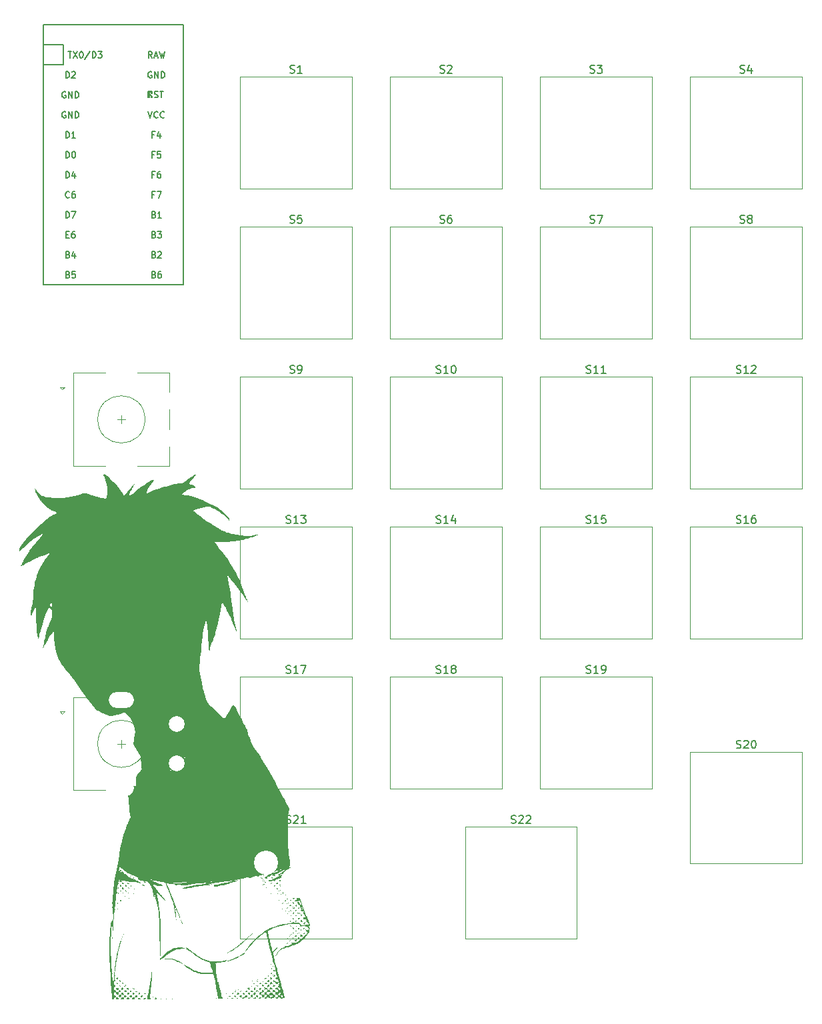
<source format=gto>
G04 #@! TF.GenerationSoftware,KiCad,Pcbnew,8.0.2*
G04 #@! TF.CreationDate,2024-06-05T18:53:51-04:00*
G04 #@! TF.ProjectId,CSP_macropad_arduino,4353505f-6d61-4637-926f-7061645f6172,rev?*
G04 #@! TF.SameCoordinates,Original*
G04 #@! TF.FileFunction,Legend,Top*
G04 #@! TF.FilePolarity,Positive*
%FSLAX46Y46*%
G04 Gerber Fmt 4.6, Leading zero omitted, Abs format (unit mm)*
G04 Created by KiCad (PCBNEW 8.0.2) date 2024-06-05 18:53:51*
%MOMM*%
%LPD*%
G01*
G04 APERTURE LIST*
%ADD10C,0.300000*%
%ADD11C,0.150000*%
%ADD12C,0.000000*%
%ADD13C,0.120000*%
%ADD14C,0.200000*%
%ADD15R,1.752600X1.752600*%
%ADD16C,1.752600*%
%ADD17C,1.750000*%
%ADD18C,3.050000*%
%ADD19C,4.000000*%
%ADD20O,3.200000X2.000000*%
%ADD21R,2.000000X2.000000*%
%ADD22C,2.000000*%
G04 APERTURE END LIST*
D10*
X68348654Y-109252257D02*
X68205797Y-109180828D01*
X68205797Y-109180828D02*
X67991511Y-109180828D01*
X67991511Y-109180828D02*
X67777225Y-109252257D01*
X67777225Y-109252257D02*
X67634368Y-109395114D01*
X67634368Y-109395114D02*
X67562939Y-109537971D01*
X67562939Y-109537971D02*
X67491511Y-109823685D01*
X67491511Y-109823685D02*
X67491511Y-110037971D01*
X67491511Y-110037971D02*
X67562939Y-110323685D01*
X67562939Y-110323685D02*
X67634368Y-110466542D01*
X67634368Y-110466542D02*
X67777225Y-110609400D01*
X67777225Y-110609400D02*
X67991511Y-110680828D01*
X67991511Y-110680828D02*
X68134368Y-110680828D01*
X68134368Y-110680828D02*
X68348654Y-110609400D01*
X68348654Y-110609400D02*
X68420082Y-110537971D01*
X68420082Y-110537971D02*
X68420082Y-110037971D01*
X68420082Y-110037971D02*
X68134368Y-110037971D01*
X69277225Y-109180828D02*
X69277225Y-109537971D01*
X68920082Y-109395114D02*
X69277225Y-109537971D01*
X69277225Y-109537971D02*
X69634368Y-109395114D01*
X69062939Y-109823685D02*
X69277225Y-109537971D01*
X69277225Y-109537971D02*
X69491511Y-109823685D01*
X70420082Y-109180828D02*
X70420082Y-109537971D01*
X70062939Y-109395114D02*
X70420082Y-109537971D01*
X70420082Y-109537971D02*
X70777225Y-109395114D01*
X70205796Y-109823685D02*
X70420082Y-109537971D01*
X70420082Y-109537971D02*
X70634368Y-109823685D01*
X71562939Y-109180828D02*
X71562939Y-109537971D01*
X71205796Y-109395114D02*
X71562939Y-109537971D01*
X71562939Y-109537971D02*
X71920082Y-109395114D01*
X71348653Y-109823685D02*
X71562939Y-109537971D01*
X71562939Y-109537971D02*
X71777225Y-109823685D01*
D11*
X103564405Y-64179700D02*
X103707262Y-64227319D01*
X103707262Y-64227319D02*
X103945357Y-64227319D01*
X103945357Y-64227319D02*
X104040595Y-64179700D01*
X104040595Y-64179700D02*
X104088214Y-64132080D01*
X104088214Y-64132080D02*
X104135833Y-64036842D01*
X104135833Y-64036842D02*
X104135833Y-63941604D01*
X104135833Y-63941604D02*
X104088214Y-63846366D01*
X104088214Y-63846366D02*
X104040595Y-63798747D01*
X104040595Y-63798747D02*
X103945357Y-63751128D01*
X103945357Y-63751128D02*
X103754881Y-63703509D01*
X103754881Y-63703509D02*
X103659643Y-63655890D01*
X103659643Y-63655890D02*
X103612024Y-63608271D01*
X103612024Y-63608271D02*
X103564405Y-63513033D01*
X103564405Y-63513033D02*
X103564405Y-63417795D01*
X103564405Y-63417795D02*
X103612024Y-63322557D01*
X103612024Y-63322557D02*
X103659643Y-63274938D01*
X103659643Y-63274938D02*
X103754881Y-63227319D01*
X103754881Y-63227319D02*
X103992976Y-63227319D01*
X103992976Y-63227319D02*
X104135833Y-63274938D01*
X105088214Y-64227319D02*
X104516786Y-64227319D01*
X104802500Y-64227319D02*
X104802500Y-63227319D01*
X104802500Y-63227319D02*
X104707262Y-63370176D01*
X104707262Y-63370176D02*
X104612024Y-63465414D01*
X104612024Y-63465414D02*
X104516786Y-63513033D01*
X105707262Y-63227319D02*
X105802500Y-63227319D01*
X105802500Y-63227319D02*
X105897738Y-63274938D01*
X105897738Y-63274938D02*
X105945357Y-63322557D01*
X105945357Y-63322557D02*
X105992976Y-63417795D01*
X105992976Y-63417795D02*
X106040595Y-63608271D01*
X106040595Y-63608271D02*
X106040595Y-63846366D01*
X106040595Y-63846366D02*
X105992976Y-64036842D01*
X105992976Y-64036842D02*
X105945357Y-64132080D01*
X105945357Y-64132080D02*
X105897738Y-64179700D01*
X105897738Y-64179700D02*
X105802500Y-64227319D01*
X105802500Y-64227319D02*
X105707262Y-64227319D01*
X105707262Y-64227319D02*
X105612024Y-64179700D01*
X105612024Y-64179700D02*
X105564405Y-64132080D01*
X105564405Y-64132080D02*
X105516786Y-64036842D01*
X105516786Y-64036842D02*
X105469167Y-63846366D01*
X105469167Y-63846366D02*
X105469167Y-63608271D01*
X105469167Y-63608271D02*
X105516786Y-63417795D01*
X105516786Y-63417795D02*
X105564405Y-63322557D01*
X105564405Y-63322557D02*
X105612024Y-63274938D01*
X105612024Y-63274938D02*
X105707262Y-63227319D01*
X104040595Y-26069700D02*
X104183452Y-26117319D01*
X104183452Y-26117319D02*
X104421547Y-26117319D01*
X104421547Y-26117319D02*
X104516785Y-26069700D01*
X104516785Y-26069700D02*
X104564404Y-26022080D01*
X104564404Y-26022080D02*
X104612023Y-25926842D01*
X104612023Y-25926842D02*
X104612023Y-25831604D01*
X104612023Y-25831604D02*
X104564404Y-25736366D01*
X104564404Y-25736366D02*
X104516785Y-25688747D01*
X104516785Y-25688747D02*
X104421547Y-25641128D01*
X104421547Y-25641128D02*
X104231071Y-25593509D01*
X104231071Y-25593509D02*
X104135833Y-25545890D01*
X104135833Y-25545890D02*
X104088214Y-25498271D01*
X104088214Y-25498271D02*
X104040595Y-25403033D01*
X104040595Y-25403033D02*
X104040595Y-25307795D01*
X104040595Y-25307795D02*
X104088214Y-25212557D01*
X104088214Y-25212557D02*
X104135833Y-25164938D01*
X104135833Y-25164938D02*
X104231071Y-25117319D01*
X104231071Y-25117319D02*
X104469166Y-25117319D01*
X104469166Y-25117319D02*
X104612023Y-25164938D01*
X104992976Y-25212557D02*
X105040595Y-25164938D01*
X105040595Y-25164938D02*
X105135833Y-25117319D01*
X105135833Y-25117319D02*
X105373928Y-25117319D01*
X105373928Y-25117319D02*
X105469166Y-25164938D01*
X105469166Y-25164938D02*
X105516785Y-25212557D01*
X105516785Y-25212557D02*
X105564404Y-25307795D01*
X105564404Y-25307795D02*
X105564404Y-25403033D01*
X105564404Y-25403033D02*
X105516785Y-25545890D01*
X105516785Y-25545890D02*
X104945357Y-26117319D01*
X104945357Y-26117319D02*
X105564404Y-26117319D01*
X141674405Y-111817200D02*
X141817262Y-111864819D01*
X141817262Y-111864819D02*
X142055357Y-111864819D01*
X142055357Y-111864819D02*
X142150595Y-111817200D01*
X142150595Y-111817200D02*
X142198214Y-111769580D01*
X142198214Y-111769580D02*
X142245833Y-111674342D01*
X142245833Y-111674342D02*
X142245833Y-111579104D01*
X142245833Y-111579104D02*
X142198214Y-111483866D01*
X142198214Y-111483866D02*
X142150595Y-111436247D01*
X142150595Y-111436247D02*
X142055357Y-111388628D01*
X142055357Y-111388628D02*
X141864881Y-111341009D01*
X141864881Y-111341009D02*
X141769643Y-111293390D01*
X141769643Y-111293390D02*
X141722024Y-111245771D01*
X141722024Y-111245771D02*
X141674405Y-111150533D01*
X141674405Y-111150533D02*
X141674405Y-111055295D01*
X141674405Y-111055295D02*
X141722024Y-110960057D01*
X141722024Y-110960057D02*
X141769643Y-110912438D01*
X141769643Y-110912438D02*
X141864881Y-110864819D01*
X141864881Y-110864819D02*
X142102976Y-110864819D01*
X142102976Y-110864819D02*
X142245833Y-110912438D01*
X142626786Y-110960057D02*
X142674405Y-110912438D01*
X142674405Y-110912438D02*
X142769643Y-110864819D01*
X142769643Y-110864819D02*
X143007738Y-110864819D01*
X143007738Y-110864819D02*
X143102976Y-110912438D01*
X143102976Y-110912438D02*
X143150595Y-110960057D01*
X143150595Y-110960057D02*
X143198214Y-111055295D01*
X143198214Y-111055295D02*
X143198214Y-111150533D01*
X143198214Y-111150533D02*
X143150595Y-111293390D01*
X143150595Y-111293390D02*
X142579167Y-111864819D01*
X142579167Y-111864819D02*
X143198214Y-111864819D01*
X143817262Y-110864819D02*
X143912500Y-110864819D01*
X143912500Y-110864819D02*
X144007738Y-110912438D01*
X144007738Y-110912438D02*
X144055357Y-110960057D01*
X144055357Y-110960057D02*
X144102976Y-111055295D01*
X144102976Y-111055295D02*
X144150595Y-111245771D01*
X144150595Y-111245771D02*
X144150595Y-111483866D01*
X144150595Y-111483866D02*
X144102976Y-111674342D01*
X144102976Y-111674342D02*
X144055357Y-111769580D01*
X144055357Y-111769580D02*
X144007738Y-111817200D01*
X144007738Y-111817200D02*
X143912500Y-111864819D01*
X143912500Y-111864819D02*
X143817262Y-111864819D01*
X143817262Y-111864819D02*
X143722024Y-111817200D01*
X143722024Y-111817200D02*
X143674405Y-111769580D01*
X143674405Y-111769580D02*
X143626786Y-111674342D01*
X143626786Y-111674342D02*
X143579167Y-111483866D01*
X143579167Y-111483866D02*
X143579167Y-111245771D01*
X143579167Y-111245771D02*
X143626786Y-111055295D01*
X143626786Y-111055295D02*
X143674405Y-110960057D01*
X143674405Y-110960057D02*
X143722024Y-110912438D01*
X143722024Y-110912438D02*
X143817262Y-110864819D01*
X103564405Y-83234700D02*
X103707262Y-83282319D01*
X103707262Y-83282319D02*
X103945357Y-83282319D01*
X103945357Y-83282319D02*
X104040595Y-83234700D01*
X104040595Y-83234700D02*
X104088214Y-83187080D01*
X104088214Y-83187080D02*
X104135833Y-83091842D01*
X104135833Y-83091842D02*
X104135833Y-82996604D01*
X104135833Y-82996604D02*
X104088214Y-82901366D01*
X104088214Y-82901366D02*
X104040595Y-82853747D01*
X104040595Y-82853747D02*
X103945357Y-82806128D01*
X103945357Y-82806128D02*
X103754881Y-82758509D01*
X103754881Y-82758509D02*
X103659643Y-82710890D01*
X103659643Y-82710890D02*
X103612024Y-82663271D01*
X103612024Y-82663271D02*
X103564405Y-82568033D01*
X103564405Y-82568033D02*
X103564405Y-82472795D01*
X103564405Y-82472795D02*
X103612024Y-82377557D01*
X103612024Y-82377557D02*
X103659643Y-82329938D01*
X103659643Y-82329938D02*
X103754881Y-82282319D01*
X103754881Y-82282319D02*
X103992976Y-82282319D01*
X103992976Y-82282319D02*
X104135833Y-82329938D01*
X105088214Y-83282319D02*
X104516786Y-83282319D01*
X104802500Y-83282319D02*
X104802500Y-82282319D01*
X104802500Y-82282319D02*
X104707262Y-82425176D01*
X104707262Y-82425176D02*
X104612024Y-82520414D01*
X104612024Y-82520414D02*
X104516786Y-82568033D01*
X105945357Y-82615652D02*
X105945357Y-83282319D01*
X105707262Y-82234700D02*
X105469167Y-82948985D01*
X105469167Y-82948985D02*
X106088214Y-82948985D01*
X122619405Y-102289700D02*
X122762262Y-102337319D01*
X122762262Y-102337319D02*
X123000357Y-102337319D01*
X123000357Y-102337319D02*
X123095595Y-102289700D01*
X123095595Y-102289700D02*
X123143214Y-102242080D01*
X123143214Y-102242080D02*
X123190833Y-102146842D01*
X123190833Y-102146842D02*
X123190833Y-102051604D01*
X123190833Y-102051604D02*
X123143214Y-101956366D01*
X123143214Y-101956366D02*
X123095595Y-101908747D01*
X123095595Y-101908747D02*
X123000357Y-101861128D01*
X123000357Y-101861128D02*
X122809881Y-101813509D01*
X122809881Y-101813509D02*
X122714643Y-101765890D01*
X122714643Y-101765890D02*
X122667024Y-101718271D01*
X122667024Y-101718271D02*
X122619405Y-101623033D01*
X122619405Y-101623033D02*
X122619405Y-101527795D01*
X122619405Y-101527795D02*
X122667024Y-101432557D01*
X122667024Y-101432557D02*
X122714643Y-101384938D01*
X122714643Y-101384938D02*
X122809881Y-101337319D01*
X122809881Y-101337319D02*
X123047976Y-101337319D01*
X123047976Y-101337319D02*
X123190833Y-101384938D01*
X124143214Y-102337319D02*
X123571786Y-102337319D01*
X123857500Y-102337319D02*
X123857500Y-101337319D01*
X123857500Y-101337319D02*
X123762262Y-101480176D01*
X123762262Y-101480176D02*
X123667024Y-101575414D01*
X123667024Y-101575414D02*
X123571786Y-101623033D01*
X124619405Y-102337319D02*
X124809881Y-102337319D01*
X124809881Y-102337319D02*
X124905119Y-102289700D01*
X124905119Y-102289700D02*
X124952738Y-102242080D01*
X124952738Y-102242080D02*
X125047976Y-102099223D01*
X125047976Y-102099223D02*
X125095595Y-101908747D01*
X125095595Y-101908747D02*
X125095595Y-101527795D01*
X125095595Y-101527795D02*
X125047976Y-101432557D01*
X125047976Y-101432557D02*
X125000357Y-101384938D01*
X125000357Y-101384938D02*
X124905119Y-101337319D01*
X124905119Y-101337319D02*
X124714643Y-101337319D01*
X124714643Y-101337319D02*
X124619405Y-101384938D01*
X124619405Y-101384938D02*
X124571786Y-101432557D01*
X124571786Y-101432557D02*
X124524167Y-101527795D01*
X124524167Y-101527795D02*
X124524167Y-101765890D01*
X124524167Y-101765890D02*
X124571786Y-101861128D01*
X124571786Y-101861128D02*
X124619405Y-101908747D01*
X124619405Y-101908747D02*
X124714643Y-101956366D01*
X124714643Y-101956366D02*
X124905119Y-101956366D01*
X124905119Y-101956366D02*
X125000357Y-101908747D01*
X125000357Y-101908747D02*
X125047976Y-101861128D01*
X125047976Y-101861128D02*
X125095595Y-101765890D01*
X123095595Y-45124700D02*
X123238452Y-45172319D01*
X123238452Y-45172319D02*
X123476547Y-45172319D01*
X123476547Y-45172319D02*
X123571785Y-45124700D01*
X123571785Y-45124700D02*
X123619404Y-45077080D01*
X123619404Y-45077080D02*
X123667023Y-44981842D01*
X123667023Y-44981842D02*
X123667023Y-44886604D01*
X123667023Y-44886604D02*
X123619404Y-44791366D01*
X123619404Y-44791366D02*
X123571785Y-44743747D01*
X123571785Y-44743747D02*
X123476547Y-44696128D01*
X123476547Y-44696128D02*
X123286071Y-44648509D01*
X123286071Y-44648509D02*
X123190833Y-44600890D01*
X123190833Y-44600890D02*
X123143214Y-44553271D01*
X123143214Y-44553271D02*
X123095595Y-44458033D01*
X123095595Y-44458033D02*
X123095595Y-44362795D01*
X123095595Y-44362795D02*
X123143214Y-44267557D01*
X123143214Y-44267557D02*
X123190833Y-44219938D01*
X123190833Y-44219938D02*
X123286071Y-44172319D01*
X123286071Y-44172319D02*
X123524166Y-44172319D01*
X123524166Y-44172319D02*
X123667023Y-44219938D01*
X124000357Y-44172319D02*
X124667023Y-44172319D01*
X124667023Y-44172319D02*
X124238452Y-45172319D01*
X141674405Y-64179700D02*
X141817262Y-64227319D01*
X141817262Y-64227319D02*
X142055357Y-64227319D01*
X142055357Y-64227319D02*
X142150595Y-64179700D01*
X142150595Y-64179700D02*
X142198214Y-64132080D01*
X142198214Y-64132080D02*
X142245833Y-64036842D01*
X142245833Y-64036842D02*
X142245833Y-63941604D01*
X142245833Y-63941604D02*
X142198214Y-63846366D01*
X142198214Y-63846366D02*
X142150595Y-63798747D01*
X142150595Y-63798747D02*
X142055357Y-63751128D01*
X142055357Y-63751128D02*
X141864881Y-63703509D01*
X141864881Y-63703509D02*
X141769643Y-63655890D01*
X141769643Y-63655890D02*
X141722024Y-63608271D01*
X141722024Y-63608271D02*
X141674405Y-63513033D01*
X141674405Y-63513033D02*
X141674405Y-63417795D01*
X141674405Y-63417795D02*
X141722024Y-63322557D01*
X141722024Y-63322557D02*
X141769643Y-63274938D01*
X141769643Y-63274938D02*
X141864881Y-63227319D01*
X141864881Y-63227319D02*
X142102976Y-63227319D01*
X142102976Y-63227319D02*
X142245833Y-63274938D01*
X143198214Y-64227319D02*
X142626786Y-64227319D01*
X142912500Y-64227319D02*
X142912500Y-63227319D01*
X142912500Y-63227319D02*
X142817262Y-63370176D01*
X142817262Y-63370176D02*
X142722024Y-63465414D01*
X142722024Y-63465414D02*
X142626786Y-63513033D01*
X143579167Y-63322557D02*
X143626786Y-63274938D01*
X143626786Y-63274938D02*
X143722024Y-63227319D01*
X143722024Y-63227319D02*
X143960119Y-63227319D01*
X143960119Y-63227319D02*
X144055357Y-63274938D01*
X144055357Y-63274938D02*
X144102976Y-63322557D01*
X144102976Y-63322557D02*
X144150595Y-63417795D01*
X144150595Y-63417795D02*
X144150595Y-63513033D01*
X144150595Y-63513033D02*
X144102976Y-63655890D01*
X144102976Y-63655890D02*
X143531548Y-64227319D01*
X143531548Y-64227319D02*
X144150595Y-64227319D01*
X122619405Y-64179700D02*
X122762262Y-64227319D01*
X122762262Y-64227319D02*
X123000357Y-64227319D01*
X123000357Y-64227319D02*
X123095595Y-64179700D01*
X123095595Y-64179700D02*
X123143214Y-64132080D01*
X123143214Y-64132080D02*
X123190833Y-64036842D01*
X123190833Y-64036842D02*
X123190833Y-63941604D01*
X123190833Y-63941604D02*
X123143214Y-63846366D01*
X123143214Y-63846366D02*
X123095595Y-63798747D01*
X123095595Y-63798747D02*
X123000357Y-63751128D01*
X123000357Y-63751128D02*
X122809881Y-63703509D01*
X122809881Y-63703509D02*
X122714643Y-63655890D01*
X122714643Y-63655890D02*
X122667024Y-63608271D01*
X122667024Y-63608271D02*
X122619405Y-63513033D01*
X122619405Y-63513033D02*
X122619405Y-63417795D01*
X122619405Y-63417795D02*
X122667024Y-63322557D01*
X122667024Y-63322557D02*
X122714643Y-63274938D01*
X122714643Y-63274938D02*
X122809881Y-63227319D01*
X122809881Y-63227319D02*
X123047976Y-63227319D01*
X123047976Y-63227319D02*
X123190833Y-63274938D01*
X124143214Y-64227319D02*
X123571786Y-64227319D01*
X123857500Y-64227319D02*
X123857500Y-63227319D01*
X123857500Y-63227319D02*
X123762262Y-63370176D01*
X123762262Y-63370176D02*
X123667024Y-63465414D01*
X123667024Y-63465414D02*
X123571786Y-63513033D01*
X125095595Y-64227319D02*
X124524167Y-64227319D01*
X124809881Y-64227319D02*
X124809881Y-63227319D01*
X124809881Y-63227319D02*
X124714643Y-63370176D01*
X124714643Y-63370176D02*
X124619405Y-63465414D01*
X124619405Y-63465414D02*
X124524167Y-63513033D01*
X84985595Y-26069700D02*
X85128452Y-26117319D01*
X85128452Y-26117319D02*
X85366547Y-26117319D01*
X85366547Y-26117319D02*
X85461785Y-26069700D01*
X85461785Y-26069700D02*
X85509404Y-26022080D01*
X85509404Y-26022080D02*
X85557023Y-25926842D01*
X85557023Y-25926842D02*
X85557023Y-25831604D01*
X85557023Y-25831604D02*
X85509404Y-25736366D01*
X85509404Y-25736366D02*
X85461785Y-25688747D01*
X85461785Y-25688747D02*
X85366547Y-25641128D01*
X85366547Y-25641128D02*
X85176071Y-25593509D01*
X85176071Y-25593509D02*
X85080833Y-25545890D01*
X85080833Y-25545890D02*
X85033214Y-25498271D01*
X85033214Y-25498271D02*
X84985595Y-25403033D01*
X84985595Y-25403033D02*
X84985595Y-25307795D01*
X84985595Y-25307795D02*
X85033214Y-25212557D01*
X85033214Y-25212557D02*
X85080833Y-25164938D01*
X85080833Y-25164938D02*
X85176071Y-25117319D01*
X85176071Y-25117319D02*
X85414166Y-25117319D01*
X85414166Y-25117319D02*
X85557023Y-25164938D01*
X86509404Y-26117319D02*
X85937976Y-26117319D01*
X86223690Y-26117319D02*
X86223690Y-25117319D01*
X86223690Y-25117319D02*
X86128452Y-25260176D01*
X86128452Y-25260176D02*
X86033214Y-25355414D01*
X86033214Y-25355414D02*
X85937976Y-25403033D01*
X142150595Y-45124700D02*
X142293452Y-45172319D01*
X142293452Y-45172319D02*
X142531547Y-45172319D01*
X142531547Y-45172319D02*
X142626785Y-45124700D01*
X142626785Y-45124700D02*
X142674404Y-45077080D01*
X142674404Y-45077080D02*
X142722023Y-44981842D01*
X142722023Y-44981842D02*
X142722023Y-44886604D01*
X142722023Y-44886604D02*
X142674404Y-44791366D01*
X142674404Y-44791366D02*
X142626785Y-44743747D01*
X142626785Y-44743747D02*
X142531547Y-44696128D01*
X142531547Y-44696128D02*
X142341071Y-44648509D01*
X142341071Y-44648509D02*
X142245833Y-44600890D01*
X142245833Y-44600890D02*
X142198214Y-44553271D01*
X142198214Y-44553271D02*
X142150595Y-44458033D01*
X142150595Y-44458033D02*
X142150595Y-44362795D01*
X142150595Y-44362795D02*
X142198214Y-44267557D01*
X142198214Y-44267557D02*
X142245833Y-44219938D01*
X142245833Y-44219938D02*
X142341071Y-44172319D01*
X142341071Y-44172319D02*
X142579166Y-44172319D01*
X142579166Y-44172319D02*
X142722023Y-44219938D01*
X143293452Y-44600890D02*
X143198214Y-44553271D01*
X143198214Y-44553271D02*
X143150595Y-44505652D01*
X143150595Y-44505652D02*
X143102976Y-44410414D01*
X143102976Y-44410414D02*
X143102976Y-44362795D01*
X143102976Y-44362795D02*
X143150595Y-44267557D01*
X143150595Y-44267557D02*
X143198214Y-44219938D01*
X143198214Y-44219938D02*
X143293452Y-44172319D01*
X143293452Y-44172319D02*
X143483928Y-44172319D01*
X143483928Y-44172319D02*
X143579166Y-44219938D01*
X143579166Y-44219938D02*
X143626785Y-44267557D01*
X143626785Y-44267557D02*
X143674404Y-44362795D01*
X143674404Y-44362795D02*
X143674404Y-44410414D01*
X143674404Y-44410414D02*
X143626785Y-44505652D01*
X143626785Y-44505652D02*
X143579166Y-44553271D01*
X143579166Y-44553271D02*
X143483928Y-44600890D01*
X143483928Y-44600890D02*
X143293452Y-44600890D01*
X143293452Y-44600890D02*
X143198214Y-44648509D01*
X143198214Y-44648509D02*
X143150595Y-44696128D01*
X143150595Y-44696128D02*
X143102976Y-44791366D01*
X143102976Y-44791366D02*
X143102976Y-44981842D01*
X143102976Y-44981842D02*
X143150595Y-45077080D01*
X143150595Y-45077080D02*
X143198214Y-45124700D01*
X143198214Y-45124700D02*
X143293452Y-45172319D01*
X143293452Y-45172319D02*
X143483928Y-45172319D01*
X143483928Y-45172319D02*
X143579166Y-45124700D01*
X143579166Y-45124700D02*
X143626785Y-45077080D01*
X143626785Y-45077080D02*
X143674404Y-44981842D01*
X143674404Y-44981842D02*
X143674404Y-44791366D01*
X143674404Y-44791366D02*
X143626785Y-44696128D01*
X143626785Y-44696128D02*
X143579166Y-44648509D01*
X143579166Y-44648509D02*
X143483928Y-44600890D01*
X56968917Y-41884854D02*
X56930821Y-41922950D01*
X56930821Y-41922950D02*
X56816536Y-41961045D01*
X56816536Y-41961045D02*
X56740345Y-41961045D01*
X56740345Y-41961045D02*
X56626059Y-41922950D01*
X56626059Y-41922950D02*
X56549869Y-41846759D01*
X56549869Y-41846759D02*
X56511774Y-41770569D01*
X56511774Y-41770569D02*
X56473678Y-41618188D01*
X56473678Y-41618188D02*
X56473678Y-41503902D01*
X56473678Y-41503902D02*
X56511774Y-41351521D01*
X56511774Y-41351521D02*
X56549869Y-41275330D01*
X56549869Y-41275330D02*
X56626059Y-41199140D01*
X56626059Y-41199140D02*
X56740345Y-41161045D01*
X56740345Y-41161045D02*
X56816536Y-41161045D01*
X56816536Y-41161045D02*
X56930821Y-41199140D01*
X56930821Y-41199140D02*
X56968917Y-41237235D01*
X57654631Y-41161045D02*
X57502250Y-41161045D01*
X57502250Y-41161045D02*
X57426059Y-41199140D01*
X57426059Y-41199140D02*
X57387964Y-41237235D01*
X57387964Y-41237235D02*
X57311774Y-41351521D01*
X57311774Y-41351521D02*
X57273678Y-41503902D01*
X57273678Y-41503902D02*
X57273678Y-41808664D01*
X57273678Y-41808664D02*
X57311774Y-41884854D01*
X57311774Y-41884854D02*
X57349869Y-41922950D01*
X57349869Y-41922950D02*
X57426059Y-41961045D01*
X57426059Y-41961045D02*
X57578440Y-41961045D01*
X57578440Y-41961045D02*
X57654631Y-41922950D01*
X57654631Y-41922950D02*
X57692726Y-41884854D01*
X57692726Y-41884854D02*
X57730821Y-41808664D01*
X57730821Y-41808664D02*
X57730821Y-41618188D01*
X57730821Y-41618188D02*
X57692726Y-41541997D01*
X57692726Y-41541997D02*
X57654631Y-41503902D01*
X57654631Y-41503902D02*
X57578440Y-41465807D01*
X57578440Y-41465807D02*
X57426059Y-41465807D01*
X57426059Y-41465807D02*
X57349869Y-41503902D01*
X57349869Y-41503902D02*
X57311774Y-41541997D01*
X57311774Y-41541997D02*
X57273678Y-41618188D01*
X56549869Y-46621997D02*
X56816535Y-46621997D01*
X56930821Y-47041045D02*
X56549869Y-47041045D01*
X56549869Y-47041045D02*
X56549869Y-46241045D01*
X56549869Y-46241045D02*
X56930821Y-46241045D01*
X57616536Y-46241045D02*
X57464155Y-46241045D01*
X57464155Y-46241045D02*
X57387964Y-46279140D01*
X57387964Y-46279140D02*
X57349869Y-46317235D01*
X57349869Y-46317235D02*
X57273679Y-46431521D01*
X57273679Y-46431521D02*
X57235583Y-46583902D01*
X57235583Y-46583902D02*
X57235583Y-46888664D01*
X57235583Y-46888664D02*
X57273679Y-46964854D01*
X57273679Y-46964854D02*
X57311774Y-47002950D01*
X57311774Y-47002950D02*
X57387964Y-47041045D01*
X57387964Y-47041045D02*
X57540345Y-47041045D01*
X57540345Y-47041045D02*
X57616536Y-47002950D01*
X57616536Y-47002950D02*
X57654631Y-46964854D01*
X57654631Y-46964854D02*
X57692726Y-46888664D01*
X57692726Y-46888664D02*
X57692726Y-46698188D01*
X57692726Y-46698188D02*
X57654631Y-46621997D01*
X57654631Y-46621997D02*
X57616536Y-46583902D01*
X57616536Y-46583902D02*
X57540345Y-46545807D01*
X57540345Y-46545807D02*
X57387964Y-46545807D01*
X57387964Y-46545807D02*
X57311774Y-46583902D01*
X57311774Y-46583902D02*
X57273679Y-46621997D01*
X57273679Y-46621997D02*
X57235583Y-46698188D01*
X56511774Y-39421045D02*
X56511774Y-38621045D01*
X56511774Y-38621045D02*
X56702250Y-38621045D01*
X56702250Y-38621045D02*
X56816536Y-38659140D01*
X56816536Y-38659140D02*
X56892726Y-38735330D01*
X56892726Y-38735330D02*
X56930821Y-38811521D01*
X56930821Y-38811521D02*
X56968917Y-38963902D01*
X56968917Y-38963902D02*
X56968917Y-39078188D01*
X56968917Y-39078188D02*
X56930821Y-39230569D01*
X56930821Y-39230569D02*
X56892726Y-39306759D01*
X56892726Y-39306759D02*
X56816536Y-39382950D01*
X56816536Y-39382950D02*
X56702250Y-39421045D01*
X56702250Y-39421045D02*
X56511774Y-39421045D01*
X57654631Y-38887711D02*
X57654631Y-39421045D01*
X57464155Y-38582950D02*
X57273678Y-39154378D01*
X57273678Y-39154378D02*
X57768917Y-39154378D01*
X56778440Y-51701997D02*
X56892726Y-51740092D01*
X56892726Y-51740092D02*
X56930821Y-51778188D01*
X56930821Y-51778188D02*
X56968917Y-51854378D01*
X56968917Y-51854378D02*
X56968917Y-51968664D01*
X56968917Y-51968664D02*
X56930821Y-52044854D01*
X56930821Y-52044854D02*
X56892726Y-52082950D01*
X56892726Y-52082950D02*
X56816536Y-52121045D01*
X56816536Y-52121045D02*
X56511774Y-52121045D01*
X56511774Y-52121045D02*
X56511774Y-51321045D01*
X56511774Y-51321045D02*
X56778440Y-51321045D01*
X56778440Y-51321045D02*
X56854631Y-51359140D01*
X56854631Y-51359140D02*
X56892726Y-51397235D01*
X56892726Y-51397235D02*
X56930821Y-51473426D01*
X56930821Y-51473426D02*
X56930821Y-51549616D01*
X56930821Y-51549616D02*
X56892726Y-51625807D01*
X56892726Y-51625807D02*
X56854631Y-51663902D01*
X56854631Y-51663902D02*
X56778440Y-51701997D01*
X56778440Y-51701997D02*
X56511774Y-51701997D01*
X57692726Y-51321045D02*
X57311774Y-51321045D01*
X57311774Y-51321045D02*
X57273678Y-51701997D01*
X57273678Y-51701997D02*
X57311774Y-51663902D01*
X57311774Y-51663902D02*
X57387964Y-51625807D01*
X57387964Y-51625807D02*
X57578440Y-51625807D01*
X57578440Y-51625807D02*
X57654631Y-51663902D01*
X57654631Y-51663902D02*
X57692726Y-51701997D01*
X57692726Y-51701997D02*
X57730821Y-51778188D01*
X57730821Y-51778188D02*
X57730821Y-51968664D01*
X57730821Y-51968664D02*
X57692726Y-52044854D01*
X57692726Y-52044854D02*
X57654631Y-52082950D01*
X57654631Y-52082950D02*
X57578440Y-52121045D01*
X57578440Y-52121045D02*
X57387964Y-52121045D01*
X57387964Y-52121045D02*
X57311774Y-52082950D01*
X57311774Y-52082950D02*
X57273678Y-52044854D01*
X67763036Y-29192950D02*
X67877322Y-29231045D01*
X67877322Y-29231045D02*
X68067798Y-29231045D01*
X68067798Y-29231045D02*
X68143989Y-29192950D01*
X68143989Y-29192950D02*
X68182084Y-29154854D01*
X68182084Y-29154854D02*
X68220179Y-29078664D01*
X68220179Y-29078664D02*
X68220179Y-29002473D01*
X68220179Y-29002473D02*
X68182084Y-28926283D01*
X68182084Y-28926283D02*
X68143989Y-28888188D01*
X68143989Y-28888188D02*
X68067798Y-28850092D01*
X68067798Y-28850092D02*
X67915417Y-28811997D01*
X67915417Y-28811997D02*
X67839227Y-28773902D01*
X67839227Y-28773902D02*
X67801132Y-28735807D01*
X67801132Y-28735807D02*
X67763036Y-28659616D01*
X67763036Y-28659616D02*
X67763036Y-28583426D01*
X67763036Y-28583426D02*
X67801132Y-28507235D01*
X67801132Y-28507235D02*
X67839227Y-28469140D01*
X67839227Y-28469140D02*
X67915417Y-28431045D01*
X67915417Y-28431045D02*
X68105894Y-28431045D01*
X68105894Y-28431045D02*
X68220179Y-28469140D01*
X68448751Y-28431045D02*
X68905894Y-28431045D01*
X68677322Y-29231045D02*
X68677322Y-28431045D01*
X67700440Y-49161997D02*
X67814726Y-49200092D01*
X67814726Y-49200092D02*
X67852821Y-49238188D01*
X67852821Y-49238188D02*
X67890917Y-49314378D01*
X67890917Y-49314378D02*
X67890917Y-49428664D01*
X67890917Y-49428664D02*
X67852821Y-49504854D01*
X67852821Y-49504854D02*
X67814726Y-49542950D01*
X67814726Y-49542950D02*
X67738536Y-49581045D01*
X67738536Y-49581045D02*
X67433774Y-49581045D01*
X67433774Y-49581045D02*
X67433774Y-48781045D01*
X67433774Y-48781045D02*
X67700440Y-48781045D01*
X67700440Y-48781045D02*
X67776631Y-48819140D01*
X67776631Y-48819140D02*
X67814726Y-48857235D01*
X67814726Y-48857235D02*
X67852821Y-48933426D01*
X67852821Y-48933426D02*
X67852821Y-49009616D01*
X67852821Y-49009616D02*
X67814726Y-49085807D01*
X67814726Y-49085807D02*
X67776631Y-49123902D01*
X67776631Y-49123902D02*
X67700440Y-49161997D01*
X67700440Y-49161997D02*
X67433774Y-49161997D01*
X68195678Y-48857235D02*
X68233774Y-48819140D01*
X68233774Y-48819140D02*
X68309964Y-48781045D01*
X68309964Y-48781045D02*
X68500440Y-48781045D01*
X68500440Y-48781045D02*
X68576631Y-48819140D01*
X68576631Y-48819140D02*
X68614726Y-48857235D01*
X68614726Y-48857235D02*
X68652821Y-48933426D01*
X68652821Y-48933426D02*
X68652821Y-49009616D01*
X68652821Y-49009616D02*
X68614726Y-49123902D01*
X68614726Y-49123902D02*
X68157583Y-49581045D01*
X68157583Y-49581045D02*
X68652821Y-49581045D01*
X56511774Y-44501045D02*
X56511774Y-43701045D01*
X56511774Y-43701045D02*
X56702250Y-43701045D01*
X56702250Y-43701045D02*
X56816536Y-43739140D01*
X56816536Y-43739140D02*
X56892726Y-43815330D01*
X56892726Y-43815330D02*
X56930821Y-43891521D01*
X56930821Y-43891521D02*
X56968917Y-44043902D01*
X56968917Y-44043902D02*
X56968917Y-44158188D01*
X56968917Y-44158188D02*
X56930821Y-44310569D01*
X56930821Y-44310569D02*
X56892726Y-44386759D01*
X56892726Y-44386759D02*
X56816536Y-44462950D01*
X56816536Y-44462950D02*
X56702250Y-44501045D01*
X56702250Y-44501045D02*
X56511774Y-44501045D01*
X57235583Y-43701045D02*
X57768917Y-43701045D01*
X57768917Y-43701045D02*
X57426059Y-44501045D01*
X56778440Y-49161997D02*
X56892726Y-49200092D01*
X56892726Y-49200092D02*
X56930821Y-49238188D01*
X56930821Y-49238188D02*
X56968917Y-49314378D01*
X56968917Y-49314378D02*
X56968917Y-49428664D01*
X56968917Y-49428664D02*
X56930821Y-49504854D01*
X56930821Y-49504854D02*
X56892726Y-49542950D01*
X56892726Y-49542950D02*
X56816536Y-49581045D01*
X56816536Y-49581045D02*
X56511774Y-49581045D01*
X56511774Y-49581045D02*
X56511774Y-48781045D01*
X56511774Y-48781045D02*
X56778440Y-48781045D01*
X56778440Y-48781045D02*
X56854631Y-48819140D01*
X56854631Y-48819140D02*
X56892726Y-48857235D01*
X56892726Y-48857235D02*
X56930821Y-48933426D01*
X56930821Y-48933426D02*
X56930821Y-49009616D01*
X56930821Y-49009616D02*
X56892726Y-49085807D01*
X56892726Y-49085807D02*
X56854631Y-49123902D01*
X56854631Y-49123902D02*
X56778440Y-49161997D01*
X56778440Y-49161997D02*
X56511774Y-49161997D01*
X57654631Y-49047711D02*
X57654631Y-49581045D01*
X57464155Y-48742950D02*
X57273678Y-49314378D01*
X57273678Y-49314378D02*
X57768917Y-49314378D01*
X56511774Y-26721045D02*
X56511774Y-25921045D01*
X56511774Y-25921045D02*
X56702250Y-25921045D01*
X56702250Y-25921045D02*
X56816536Y-25959140D01*
X56816536Y-25959140D02*
X56892726Y-26035330D01*
X56892726Y-26035330D02*
X56930821Y-26111521D01*
X56930821Y-26111521D02*
X56968917Y-26263902D01*
X56968917Y-26263902D02*
X56968917Y-26378188D01*
X56968917Y-26378188D02*
X56930821Y-26530569D01*
X56930821Y-26530569D02*
X56892726Y-26606759D01*
X56892726Y-26606759D02*
X56816536Y-26682950D01*
X56816536Y-26682950D02*
X56702250Y-26721045D01*
X56702250Y-26721045D02*
X56511774Y-26721045D01*
X57273678Y-25997235D02*
X57311774Y-25959140D01*
X57311774Y-25959140D02*
X57387964Y-25921045D01*
X57387964Y-25921045D02*
X57578440Y-25921045D01*
X57578440Y-25921045D02*
X57654631Y-25959140D01*
X57654631Y-25959140D02*
X57692726Y-25997235D01*
X57692726Y-25997235D02*
X57730821Y-26073426D01*
X57730821Y-26073426D02*
X57730821Y-26149616D01*
X57730821Y-26149616D02*
X57692726Y-26263902D01*
X57692726Y-26263902D02*
X57235583Y-26721045D01*
X57235583Y-26721045D02*
X57730821Y-26721045D01*
X67700440Y-44081997D02*
X67814726Y-44120092D01*
X67814726Y-44120092D02*
X67852821Y-44158188D01*
X67852821Y-44158188D02*
X67890917Y-44234378D01*
X67890917Y-44234378D02*
X67890917Y-44348664D01*
X67890917Y-44348664D02*
X67852821Y-44424854D01*
X67852821Y-44424854D02*
X67814726Y-44462950D01*
X67814726Y-44462950D02*
X67738536Y-44501045D01*
X67738536Y-44501045D02*
X67433774Y-44501045D01*
X67433774Y-44501045D02*
X67433774Y-43701045D01*
X67433774Y-43701045D02*
X67700440Y-43701045D01*
X67700440Y-43701045D02*
X67776631Y-43739140D01*
X67776631Y-43739140D02*
X67814726Y-43777235D01*
X67814726Y-43777235D02*
X67852821Y-43853426D01*
X67852821Y-43853426D02*
X67852821Y-43929616D01*
X67852821Y-43929616D02*
X67814726Y-44005807D01*
X67814726Y-44005807D02*
X67776631Y-44043902D01*
X67776631Y-44043902D02*
X67700440Y-44081997D01*
X67700440Y-44081997D02*
X67433774Y-44081997D01*
X68652821Y-44501045D02*
X68195678Y-44501045D01*
X68424250Y-44501045D02*
X68424250Y-43701045D01*
X68424250Y-43701045D02*
X68348059Y-43815330D01*
X68348059Y-43815330D02*
X68271869Y-43891521D01*
X68271869Y-43891521D02*
X68195678Y-43929616D01*
X56511774Y-36881045D02*
X56511774Y-36081045D01*
X56511774Y-36081045D02*
X56702250Y-36081045D01*
X56702250Y-36081045D02*
X56816536Y-36119140D01*
X56816536Y-36119140D02*
X56892726Y-36195330D01*
X56892726Y-36195330D02*
X56930821Y-36271521D01*
X56930821Y-36271521D02*
X56968917Y-36423902D01*
X56968917Y-36423902D02*
X56968917Y-36538188D01*
X56968917Y-36538188D02*
X56930821Y-36690569D01*
X56930821Y-36690569D02*
X56892726Y-36766759D01*
X56892726Y-36766759D02*
X56816536Y-36842950D01*
X56816536Y-36842950D02*
X56702250Y-36881045D01*
X56702250Y-36881045D02*
X56511774Y-36881045D01*
X57464155Y-36081045D02*
X57540345Y-36081045D01*
X57540345Y-36081045D02*
X57616536Y-36119140D01*
X57616536Y-36119140D02*
X57654631Y-36157235D01*
X57654631Y-36157235D02*
X57692726Y-36233426D01*
X57692726Y-36233426D02*
X57730821Y-36385807D01*
X57730821Y-36385807D02*
X57730821Y-36576283D01*
X57730821Y-36576283D02*
X57692726Y-36728664D01*
X57692726Y-36728664D02*
X57654631Y-36804854D01*
X57654631Y-36804854D02*
X57616536Y-36842950D01*
X57616536Y-36842950D02*
X57540345Y-36881045D01*
X57540345Y-36881045D02*
X57464155Y-36881045D01*
X57464155Y-36881045D02*
X57387964Y-36842950D01*
X57387964Y-36842950D02*
X57349869Y-36804854D01*
X57349869Y-36804854D02*
X57311774Y-36728664D01*
X57311774Y-36728664D02*
X57273678Y-36576283D01*
X57273678Y-36576283D02*
X57273678Y-36385807D01*
X57273678Y-36385807D02*
X57311774Y-36233426D01*
X57311774Y-36233426D02*
X57349869Y-36157235D01*
X57349869Y-36157235D02*
X57387964Y-36119140D01*
X57387964Y-36119140D02*
X57464155Y-36081045D01*
X56492726Y-28499140D02*
X56416536Y-28461045D01*
X56416536Y-28461045D02*
X56302250Y-28461045D01*
X56302250Y-28461045D02*
X56187964Y-28499140D01*
X56187964Y-28499140D02*
X56111774Y-28575330D01*
X56111774Y-28575330D02*
X56073679Y-28651521D01*
X56073679Y-28651521D02*
X56035583Y-28803902D01*
X56035583Y-28803902D02*
X56035583Y-28918188D01*
X56035583Y-28918188D02*
X56073679Y-29070569D01*
X56073679Y-29070569D02*
X56111774Y-29146759D01*
X56111774Y-29146759D02*
X56187964Y-29222950D01*
X56187964Y-29222950D02*
X56302250Y-29261045D01*
X56302250Y-29261045D02*
X56378441Y-29261045D01*
X56378441Y-29261045D02*
X56492726Y-29222950D01*
X56492726Y-29222950D02*
X56530822Y-29184854D01*
X56530822Y-29184854D02*
X56530822Y-28918188D01*
X56530822Y-28918188D02*
X56378441Y-28918188D01*
X56873679Y-29261045D02*
X56873679Y-28461045D01*
X56873679Y-28461045D02*
X57330822Y-29261045D01*
X57330822Y-29261045D02*
X57330822Y-28461045D01*
X57711774Y-29261045D02*
X57711774Y-28461045D01*
X57711774Y-28461045D02*
X57902250Y-28461045D01*
X57902250Y-28461045D02*
X58016536Y-28499140D01*
X58016536Y-28499140D02*
X58092726Y-28575330D01*
X58092726Y-28575330D02*
X58130821Y-28651521D01*
X58130821Y-28651521D02*
X58168917Y-28803902D01*
X58168917Y-28803902D02*
X58168917Y-28918188D01*
X58168917Y-28918188D02*
X58130821Y-29070569D01*
X58130821Y-29070569D02*
X58092726Y-29146759D01*
X58092726Y-29146759D02*
X58016536Y-29222950D01*
X58016536Y-29222950D02*
X57902250Y-29261045D01*
X57902250Y-29261045D02*
X57711774Y-29261045D01*
X67757583Y-39001997D02*
X67490917Y-39001997D01*
X67490917Y-39421045D02*
X67490917Y-38621045D01*
X67490917Y-38621045D02*
X67871869Y-38621045D01*
X68519488Y-38621045D02*
X68367107Y-38621045D01*
X68367107Y-38621045D02*
X68290916Y-38659140D01*
X68290916Y-38659140D02*
X68252821Y-38697235D01*
X68252821Y-38697235D02*
X68176631Y-38811521D01*
X68176631Y-38811521D02*
X68138535Y-38963902D01*
X68138535Y-38963902D02*
X68138535Y-39268664D01*
X68138535Y-39268664D02*
X68176631Y-39344854D01*
X68176631Y-39344854D02*
X68214726Y-39382950D01*
X68214726Y-39382950D02*
X68290916Y-39421045D01*
X68290916Y-39421045D02*
X68443297Y-39421045D01*
X68443297Y-39421045D02*
X68519488Y-39382950D01*
X68519488Y-39382950D02*
X68557583Y-39344854D01*
X68557583Y-39344854D02*
X68595678Y-39268664D01*
X68595678Y-39268664D02*
X68595678Y-39078188D01*
X68595678Y-39078188D02*
X68557583Y-39001997D01*
X68557583Y-39001997D02*
X68519488Y-38963902D01*
X68519488Y-38963902D02*
X68443297Y-38925807D01*
X68443297Y-38925807D02*
X68290916Y-38925807D01*
X68290916Y-38925807D02*
X68214726Y-38963902D01*
X68214726Y-38963902D02*
X68176631Y-39001997D01*
X68176631Y-39001997D02*
X68138535Y-39078188D01*
X67757583Y-41541997D02*
X67490917Y-41541997D01*
X67490917Y-41961045D02*
X67490917Y-41161045D01*
X67490917Y-41161045D02*
X67871869Y-41161045D01*
X68100440Y-41161045D02*
X68633774Y-41161045D01*
X68633774Y-41161045D02*
X68290916Y-41961045D01*
X67700440Y-51701997D02*
X67814726Y-51740092D01*
X67814726Y-51740092D02*
X67852821Y-51778188D01*
X67852821Y-51778188D02*
X67890917Y-51854378D01*
X67890917Y-51854378D02*
X67890917Y-51968664D01*
X67890917Y-51968664D02*
X67852821Y-52044854D01*
X67852821Y-52044854D02*
X67814726Y-52082950D01*
X67814726Y-52082950D02*
X67738536Y-52121045D01*
X67738536Y-52121045D02*
X67433774Y-52121045D01*
X67433774Y-52121045D02*
X67433774Y-51321045D01*
X67433774Y-51321045D02*
X67700440Y-51321045D01*
X67700440Y-51321045D02*
X67776631Y-51359140D01*
X67776631Y-51359140D02*
X67814726Y-51397235D01*
X67814726Y-51397235D02*
X67852821Y-51473426D01*
X67852821Y-51473426D02*
X67852821Y-51549616D01*
X67852821Y-51549616D02*
X67814726Y-51625807D01*
X67814726Y-51625807D02*
X67776631Y-51663902D01*
X67776631Y-51663902D02*
X67700440Y-51701997D01*
X67700440Y-51701997D02*
X67433774Y-51701997D01*
X68576631Y-51321045D02*
X68424250Y-51321045D01*
X68424250Y-51321045D02*
X68348059Y-51359140D01*
X68348059Y-51359140D02*
X68309964Y-51397235D01*
X68309964Y-51397235D02*
X68233774Y-51511521D01*
X68233774Y-51511521D02*
X68195678Y-51663902D01*
X68195678Y-51663902D02*
X68195678Y-51968664D01*
X68195678Y-51968664D02*
X68233774Y-52044854D01*
X68233774Y-52044854D02*
X68271869Y-52082950D01*
X68271869Y-52082950D02*
X68348059Y-52121045D01*
X68348059Y-52121045D02*
X68500440Y-52121045D01*
X68500440Y-52121045D02*
X68576631Y-52082950D01*
X68576631Y-52082950D02*
X68614726Y-52044854D01*
X68614726Y-52044854D02*
X68652821Y-51968664D01*
X68652821Y-51968664D02*
X68652821Y-51778188D01*
X68652821Y-51778188D02*
X68614726Y-51701997D01*
X68614726Y-51701997D02*
X68576631Y-51663902D01*
X68576631Y-51663902D02*
X68500440Y-51625807D01*
X68500440Y-51625807D02*
X68348059Y-51625807D01*
X68348059Y-51625807D02*
X68271869Y-51663902D01*
X68271869Y-51663902D02*
X68233774Y-51701997D01*
X68233774Y-51701997D02*
X68195678Y-51778188D01*
X67414726Y-25959140D02*
X67338536Y-25921045D01*
X67338536Y-25921045D02*
X67224250Y-25921045D01*
X67224250Y-25921045D02*
X67109964Y-25959140D01*
X67109964Y-25959140D02*
X67033774Y-26035330D01*
X67033774Y-26035330D02*
X66995679Y-26111521D01*
X66995679Y-26111521D02*
X66957583Y-26263902D01*
X66957583Y-26263902D02*
X66957583Y-26378188D01*
X66957583Y-26378188D02*
X66995679Y-26530569D01*
X66995679Y-26530569D02*
X67033774Y-26606759D01*
X67033774Y-26606759D02*
X67109964Y-26682950D01*
X67109964Y-26682950D02*
X67224250Y-26721045D01*
X67224250Y-26721045D02*
X67300441Y-26721045D01*
X67300441Y-26721045D02*
X67414726Y-26682950D01*
X67414726Y-26682950D02*
X67452822Y-26644854D01*
X67452822Y-26644854D02*
X67452822Y-26378188D01*
X67452822Y-26378188D02*
X67300441Y-26378188D01*
X67795679Y-26721045D02*
X67795679Y-25921045D01*
X67795679Y-25921045D02*
X68252822Y-26721045D01*
X68252822Y-26721045D02*
X68252822Y-25921045D01*
X68633774Y-26721045D02*
X68633774Y-25921045D01*
X68633774Y-25921045D02*
X68824250Y-25921045D01*
X68824250Y-25921045D02*
X68938536Y-25959140D01*
X68938536Y-25959140D02*
X69014726Y-26035330D01*
X69014726Y-26035330D02*
X69052821Y-26111521D01*
X69052821Y-26111521D02*
X69090917Y-26263902D01*
X69090917Y-26263902D02*
X69090917Y-26378188D01*
X69090917Y-26378188D02*
X69052821Y-26530569D01*
X69052821Y-26530569D02*
X69014726Y-26606759D01*
X69014726Y-26606759D02*
X68938536Y-26682950D01*
X68938536Y-26682950D02*
X68824250Y-26721045D01*
X68824250Y-26721045D02*
X68633774Y-26721045D01*
X56800901Y-23381045D02*
X57258044Y-23381045D01*
X57029472Y-24181045D02*
X57029472Y-23381045D01*
X57448520Y-23381045D02*
X57981854Y-24181045D01*
X57981854Y-23381045D02*
X57448520Y-24181045D01*
X58438997Y-23381045D02*
X58515187Y-23381045D01*
X58515187Y-23381045D02*
X58591378Y-23419140D01*
X58591378Y-23419140D02*
X58629473Y-23457235D01*
X58629473Y-23457235D02*
X58667568Y-23533426D01*
X58667568Y-23533426D02*
X58705663Y-23685807D01*
X58705663Y-23685807D02*
X58705663Y-23876283D01*
X58705663Y-23876283D02*
X58667568Y-24028664D01*
X58667568Y-24028664D02*
X58629473Y-24104854D01*
X58629473Y-24104854D02*
X58591378Y-24142950D01*
X58591378Y-24142950D02*
X58515187Y-24181045D01*
X58515187Y-24181045D02*
X58438997Y-24181045D01*
X58438997Y-24181045D02*
X58362806Y-24142950D01*
X58362806Y-24142950D02*
X58324711Y-24104854D01*
X58324711Y-24104854D02*
X58286616Y-24028664D01*
X58286616Y-24028664D02*
X58248520Y-23876283D01*
X58248520Y-23876283D02*
X58248520Y-23685807D01*
X58248520Y-23685807D02*
X58286616Y-23533426D01*
X58286616Y-23533426D02*
X58324711Y-23457235D01*
X58324711Y-23457235D02*
X58362806Y-23419140D01*
X58362806Y-23419140D02*
X58438997Y-23381045D01*
X59619949Y-23342950D02*
X58934235Y-24371521D01*
X59886616Y-24181045D02*
X59886616Y-23381045D01*
X59886616Y-23381045D02*
X60077092Y-23381045D01*
X60077092Y-23381045D02*
X60191378Y-23419140D01*
X60191378Y-23419140D02*
X60267568Y-23495330D01*
X60267568Y-23495330D02*
X60305663Y-23571521D01*
X60305663Y-23571521D02*
X60343759Y-23723902D01*
X60343759Y-23723902D02*
X60343759Y-23838188D01*
X60343759Y-23838188D02*
X60305663Y-23990569D01*
X60305663Y-23990569D02*
X60267568Y-24066759D01*
X60267568Y-24066759D02*
X60191378Y-24142950D01*
X60191378Y-24142950D02*
X60077092Y-24181045D01*
X60077092Y-24181045D02*
X59886616Y-24181045D01*
X60610425Y-23381045D02*
X61105663Y-23381045D01*
X61105663Y-23381045D02*
X60838997Y-23685807D01*
X60838997Y-23685807D02*
X60953282Y-23685807D01*
X60953282Y-23685807D02*
X61029473Y-23723902D01*
X61029473Y-23723902D02*
X61067568Y-23761997D01*
X61067568Y-23761997D02*
X61105663Y-23838188D01*
X61105663Y-23838188D02*
X61105663Y-24028664D01*
X61105663Y-24028664D02*
X61067568Y-24104854D01*
X61067568Y-24104854D02*
X61029473Y-24142950D01*
X61029473Y-24142950D02*
X60953282Y-24181045D01*
X60953282Y-24181045D02*
X60724711Y-24181045D01*
X60724711Y-24181045D02*
X60648520Y-24142950D01*
X60648520Y-24142950D02*
X60610425Y-24104854D01*
X56511774Y-34341045D02*
X56511774Y-33541045D01*
X56511774Y-33541045D02*
X56702250Y-33541045D01*
X56702250Y-33541045D02*
X56816536Y-33579140D01*
X56816536Y-33579140D02*
X56892726Y-33655330D01*
X56892726Y-33655330D02*
X56930821Y-33731521D01*
X56930821Y-33731521D02*
X56968917Y-33883902D01*
X56968917Y-33883902D02*
X56968917Y-33998188D01*
X56968917Y-33998188D02*
X56930821Y-34150569D01*
X56930821Y-34150569D02*
X56892726Y-34226759D01*
X56892726Y-34226759D02*
X56816536Y-34302950D01*
X56816536Y-34302950D02*
X56702250Y-34341045D01*
X56702250Y-34341045D02*
X56511774Y-34341045D01*
X57730821Y-34341045D02*
X57273678Y-34341045D01*
X57502250Y-34341045D02*
X57502250Y-33541045D01*
X57502250Y-33541045D02*
X57426059Y-33655330D01*
X57426059Y-33655330D02*
X57349869Y-33731521D01*
X57349869Y-33731521D02*
X57273678Y-33769616D01*
X67757583Y-33921997D02*
X67490917Y-33921997D01*
X67490917Y-34341045D02*
X67490917Y-33541045D01*
X67490917Y-33541045D02*
X67871869Y-33541045D01*
X68519488Y-33807711D02*
X68519488Y-34341045D01*
X68329012Y-33502950D02*
X68138535Y-34074378D01*
X68138535Y-34074378D02*
X68633774Y-34074378D01*
X67757583Y-36461997D02*
X67490917Y-36461997D01*
X67490917Y-36881045D02*
X67490917Y-36081045D01*
X67490917Y-36081045D02*
X67871869Y-36081045D01*
X68557583Y-36081045D02*
X68176631Y-36081045D01*
X68176631Y-36081045D02*
X68138535Y-36461997D01*
X68138535Y-36461997D02*
X68176631Y-36423902D01*
X68176631Y-36423902D02*
X68252821Y-36385807D01*
X68252821Y-36385807D02*
X68443297Y-36385807D01*
X68443297Y-36385807D02*
X68519488Y-36423902D01*
X68519488Y-36423902D02*
X68557583Y-36461997D01*
X68557583Y-36461997D02*
X68595678Y-36538188D01*
X68595678Y-36538188D02*
X68595678Y-36728664D01*
X68595678Y-36728664D02*
X68557583Y-36804854D01*
X68557583Y-36804854D02*
X68519488Y-36842950D01*
X68519488Y-36842950D02*
X68443297Y-36881045D01*
X68443297Y-36881045D02*
X68252821Y-36881045D01*
X68252821Y-36881045D02*
X68176631Y-36842950D01*
X68176631Y-36842950D02*
X68138535Y-36804854D01*
X56492726Y-31039140D02*
X56416536Y-31001045D01*
X56416536Y-31001045D02*
X56302250Y-31001045D01*
X56302250Y-31001045D02*
X56187964Y-31039140D01*
X56187964Y-31039140D02*
X56111774Y-31115330D01*
X56111774Y-31115330D02*
X56073679Y-31191521D01*
X56073679Y-31191521D02*
X56035583Y-31343902D01*
X56035583Y-31343902D02*
X56035583Y-31458188D01*
X56035583Y-31458188D02*
X56073679Y-31610569D01*
X56073679Y-31610569D02*
X56111774Y-31686759D01*
X56111774Y-31686759D02*
X56187964Y-31762950D01*
X56187964Y-31762950D02*
X56302250Y-31801045D01*
X56302250Y-31801045D02*
X56378441Y-31801045D01*
X56378441Y-31801045D02*
X56492726Y-31762950D01*
X56492726Y-31762950D02*
X56530822Y-31724854D01*
X56530822Y-31724854D02*
X56530822Y-31458188D01*
X56530822Y-31458188D02*
X56378441Y-31458188D01*
X56873679Y-31801045D02*
X56873679Y-31001045D01*
X56873679Y-31001045D02*
X57330822Y-31801045D01*
X57330822Y-31801045D02*
X57330822Y-31001045D01*
X57711774Y-31801045D02*
X57711774Y-31001045D01*
X57711774Y-31001045D02*
X57902250Y-31001045D01*
X57902250Y-31001045D02*
X58016536Y-31039140D01*
X58016536Y-31039140D02*
X58092726Y-31115330D01*
X58092726Y-31115330D02*
X58130821Y-31191521D01*
X58130821Y-31191521D02*
X58168917Y-31343902D01*
X58168917Y-31343902D02*
X58168917Y-31458188D01*
X58168917Y-31458188D02*
X58130821Y-31610569D01*
X58130821Y-31610569D02*
X58092726Y-31686759D01*
X58092726Y-31686759D02*
X58016536Y-31762950D01*
X58016536Y-31762950D02*
X57902250Y-31801045D01*
X57902250Y-31801045D02*
X57711774Y-31801045D01*
X66957583Y-31001045D02*
X67224250Y-31801045D01*
X67224250Y-31801045D02*
X67490916Y-31001045D01*
X68214726Y-31724854D02*
X68176630Y-31762950D01*
X68176630Y-31762950D02*
X68062345Y-31801045D01*
X68062345Y-31801045D02*
X67986154Y-31801045D01*
X67986154Y-31801045D02*
X67871868Y-31762950D01*
X67871868Y-31762950D02*
X67795678Y-31686759D01*
X67795678Y-31686759D02*
X67757583Y-31610569D01*
X67757583Y-31610569D02*
X67719487Y-31458188D01*
X67719487Y-31458188D02*
X67719487Y-31343902D01*
X67719487Y-31343902D02*
X67757583Y-31191521D01*
X67757583Y-31191521D02*
X67795678Y-31115330D01*
X67795678Y-31115330D02*
X67871868Y-31039140D01*
X67871868Y-31039140D02*
X67986154Y-31001045D01*
X67986154Y-31001045D02*
X68062345Y-31001045D01*
X68062345Y-31001045D02*
X68176630Y-31039140D01*
X68176630Y-31039140D02*
X68214726Y-31077235D01*
X69014726Y-31724854D02*
X68976630Y-31762950D01*
X68976630Y-31762950D02*
X68862345Y-31801045D01*
X68862345Y-31801045D02*
X68786154Y-31801045D01*
X68786154Y-31801045D02*
X68671868Y-31762950D01*
X68671868Y-31762950D02*
X68595678Y-31686759D01*
X68595678Y-31686759D02*
X68557583Y-31610569D01*
X68557583Y-31610569D02*
X68519487Y-31458188D01*
X68519487Y-31458188D02*
X68519487Y-31343902D01*
X68519487Y-31343902D02*
X68557583Y-31191521D01*
X68557583Y-31191521D02*
X68595678Y-31115330D01*
X68595678Y-31115330D02*
X68671868Y-31039140D01*
X68671868Y-31039140D02*
X68786154Y-31001045D01*
X68786154Y-31001045D02*
X68862345Y-31001045D01*
X68862345Y-31001045D02*
X68976630Y-31039140D01*
X68976630Y-31039140D02*
X69014726Y-31077235D01*
X67471869Y-24181045D02*
X67205202Y-23800092D01*
X67014726Y-24181045D02*
X67014726Y-23381045D01*
X67014726Y-23381045D02*
X67319488Y-23381045D01*
X67319488Y-23381045D02*
X67395678Y-23419140D01*
X67395678Y-23419140D02*
X67433773Y-23457235D01*
X67433773Y-23457235D02*
X67471869Y-23533426D01*
X67471869Y-23533426D02*
X67471869Y-23647711D01*
X67471869Y-23647711D02*
X67433773Y-23723902D01*
X67433773Y-23723902D02*
X67395678Y-23761997D01*
X67395678Y-23761997D02*
X67319488Y-23800092D01*
X67319488Y-23800092D02*
X67014726Y-23800092D01*
X67776630Y-23952473D02*
X68157583Y-23952473D01*
X67700440Y-24181045D02*
X67967107Y-23381045D01*
X67967107Y-23381045D02*
X68233773Y-24181045D01*
X68424249Y-23381045D02*
X68614725Y-24181045D01*
X68614725Y-24181045D02*
X68767106Y-23609616D01*
X68767106Y-23609616D02*
X68919487Y-24181045D01*
X68919487Y-24181045D02*
X69109964Y-23381045D01*
X67700440Y-46621997D02*
X67814726Y-46660092D01*
X67814726Y-46660092D02*
X67852821Y-46698188D01*
X67852821Y-46698188D02*
X67890917Y-46774378D01*
X67890917Y-46774378D02*
X67890917Y-46888664D01*
X67890917Y-46888664D02*
X67852821Y-46964854D01*
X67852821Y-46964854D02*
X67814726Y-47002950D01*
X67814726Y-47002950D02*
X67738536Y-47041045D01*
X67738536Y-47041045D02*
X67433774Y-47041045D01*
X67433774Y-47041045D02*
X67433774Y-46241045D01*
X67433774Y-46241045D02*
X67700440Y-46241045D01*
X67700440Y-46241045D02*
X67776631Y-46279140D01*
X67776631Y-46279140D02*
X67814726Y-46317235D01*
X67814726Y-46317235D02*
X67852821Y-46393426D01*
X67852821Y-46393426D02*
X67852821Y-46469616D01*
X67852821Y-46469616D02*
X67814726Y-46545807D01*
X67814726Y-46545807D02*
X67776631Y-46583902D01*
X67776631Y-46583902D02*
X67700440Y-46621997D01*
X67700440Y-46621997D02*
X67433774Y-46621997D01*
X68157583Y-46241045D02*
X68652821Y-46241045D01*
X68652821Y-46241045D02*
X68386155Y-46545807D01*
X68386155Y-46545807D02*
X68500440Y-46545807D01*
X68500440Y-46545807D02*
X68576631Y-46583902D01*
X68576631Y-46583902D02*
X68614726Y-46621997D01*
X68614726Y-46621997D02*
X68652821Y-46698188D01*
X68652821Y-46698188D02*
X68652821Y-46888664D01*
X68652821Y-46888664D02*
X68614726Y-46964854D01*
X68614726Y-46964854D02*
X68576631Y-47002950D01*
X68576631Y-47002950D02*
X68500440Y-47041045D01*
X68500440Y-47041045D02*
X68271869Y-47041045D01*
X68271869Y-47041045D02*
X68195678Y-47002950D01*
X68195678Y-47002950D02*
X68157583Y-46964854D01*
X141674405Y-83234700D02*
X141817262Y-83282319D01*
X141817262Y-83282319D02*
X142055357Y-83282319D01*
X142055357Y-83282319D02*
X142150595Y-83234700D01*
X142150595Y-83234700D02*
X142198214Y-83187080D01*
X142198214Y-83187080D02*
X142245833Y-83091842D01*
X142245833Y-83091842D02*
X142245833Y-82996604D01*
X142245833Y-82996604D02*
X142198214Y-82901366D01*
X142198214Y-82901366D02*
X142150595Y-82853747D01*
X142150595Y-82853747D02*
X142055357Y-82806128D01*
X142055357Y-82806128D02*
X141864881Y-82758509D01*
X141864881Y-82758509D02*
X141769643Y-82710890D01*
X141769643Y-82710890D02*
X141722024Y-82663271D01*
X141722024Y-82663271D02*
X141674405Y-82568033D01*
X141674405Y-82568033D02*
X141674405Y-82472795D01*
X141674405Y-82472795D02*
X141722024Y-82377557D01*
X141722024Y-82377557D02*
X141769643Y-82329938D01*
X141769643Y-82329938D02*
X141864881Y-82282319D01*
X141864881Y-82282319D02*
X142102976Y-82282319D01*
X142102976Y-82282319D02*
X142245833Y-82329938D01*
X143198214Y-83282319D02*
X142626786Y-83282319D01*
X142912500Y-83282319D02*
X142912500Y-82282319D01*
X142912500Y-82282319D02*
X142817262Y-82425176D01*
X142817262Y-82425176D02*
X142722024Y-82520414D01*
X142722024Y-82520414D02*
X142626786Y-82568033D01*
X144055357Y-82282319D02*
X143864881Y-82282319D01*
X143864881Y-82282319D02*
X143769643Y-82329938D01*
X143769643Y-82329938D02*
X143722024Y-82377557D01*
X143722024Y-82377557D02*
X143626786Y-82520414D01*
X143626786Y-82520414D02*
X143579167Y-82710890D01*
X143579167Y-82710890D02*
X143579167Y-83091842D01*
X143579167Y-83091842D02*
X143626786Y-83187080D01*
X143626786Y-83187080D02*
X143674405Y-83234700D01*
X143674405Y-83234700D02*
X143769643Y-83282319D01*
X143769643Y-83282319D02*
X143960119Y-83282319D01*
X143960119Y-83282319D02*
X144055357Y-83234700D01*
X144055357Y-83234700D02*
X144102976Y-83187080D01*
X144102976Y-83187080D02*
X144150595Y-83091842D01*
X144150595Y-83091842D02*
X144150595Y-82853747D01*
X144150595Y-82853747D02*
X144102976Y-82758509D01*
X144102976Y-82758509D02*
X144055357Y-82710890D01*
X144055357Y-82710890D02*
X143960119Y-82663271D01*
X143960119Y-82663271D02*
X143769643Y-82663271D01*
X143769643Y-82663271D02*
X143674405Y-82710890D01*
X143674405Y-82710890D02*
X143626786Y-82758509D01*
X143626786Y-82758509D02*
X143579167Y-82853747D01*
X84985595Y-45124700D02*
X85128452Y-45172319D01*
X85128452Y-45172319D02*
X85366547Y-45172319D01*
X85366547Y-45172319D02*
X85461785Y-45124700D01*
X85461785Y-45124700D02*
X85509404Y-45077080D01*
X85509404Y-45077080D02*
X85557023Y-44981842D01*
X85557023Y-44981842D02*
X85557023Y-44886604D01*
X85557023Y-44886604D02*
X85509404Y-44791366D01*
X85509404Y-44791366D02*
X85461785Y-44743747D01*
X85461785Y-44743747D02*
X85366547Y-44696128D01*
X85366547Y-44696128D02*
X85176071Y-44648509D01*
X85176071Y-44648509D02*
X85080833Y-44600890D01*
X85080833Y-44600890D02*
X85033214Y-44553271D01*
X85033214Y-44553271D02*
X84985595Y-44458033D01*
X84985595Y-44458033D02*
X84985595Y-44362795D01*
X84985595Y-44362795D02*
X85033214Y-44267557D01*
X85033214Y-44267557D02*
X85080833Y-44219938D01*
X85080833Y-44219938D02*
X85176071Y-44172319D01*
X85176071Y-44172319D02*
X85414166Y-44172319D01*
X85414166Y-44172319D02*
X85557023Y-44219938D01*
X86461785Y-44172319D02*
X85985595Y-44172319D01*
X85985595Y-44172319D02*
X85937976Y-44648509D01*
X85937976Y-44648509D02*
X85985595Y-44600890D01*
X85985595Y-44600890D02*
X86080833Y-44553271D01*
X86080833Y-44553271D02*
X86318928Y-44553271D01*
X86318928Y-44553271D02*
X86414166Y-44600890D01*
X86414166Y-44600890D02*
X86461785Y-44648509D01*
X86461785Y-44648509D02*
X86509404Y-44743747D01*
X86509404Y-44743747D02*
X86509404Y-44981842D01*
X86509404Y-44981842D02*
X86461785Y-45077080D01*
X86461785Y-45077080D02*
X86414166Y-45124700D01*
X86414166Y-45124700D02*
X86318928Y-45172319D01*
X86318928Y-45172319D02*
X86080833Y-45172319D01*
X86080833Y-45172319D02*
X85985595Y-45124700D01*
X85985595Y-45124700D02*
X85937976Y-45077080D01*
X84985595Y-64179700D02*
X85128452Y-64227319D01*
X85128452Y-64227319D02*
X85366547Y-64227319D01*
X85366547Y-64227319D02*
X85461785Y-64179700D01*
X85461785Y-64179700D02*
X85509404Y-64132080D01*
X85509404Y-64132080D02*
X85557023Y-64036842D01*
X85557023Y-64036842D02*
X85557023Y-63941604D01*
X85557023Y-63941604D02*
X85509404Y-63846366D01*
X85509404Y-63846366D02*
X85461785Y-63798747D01*
X85461785Y-63798747D02*
X85366547Y-63751128D01*
X85366547Y-63751128D02*
X85176071Y-63703509D01*
X85176071Y-63703509D02*
X85080833Y-63655890D01*
X85080833Y-63655890D02*
X85033214Y-63608271D01*
X85033214Y-63608271D02*
X84985595Y-63513033D01*
X84985595Y-63513033D02*
X84985595Y-63417795D01*
X84985595Y-63417795D02*
X85033214Y-63322557D01*
X85033214Y-63322557D02*
X85080833Y-63274938D01*
X85080833Y-63274938D02*
X85176071Y-63227319D01*
X85176071Y-63227319D02*
X85414166Y-63227319D01*
X85414166Y-63227319D02*
X85557023Y-63274938D01*
X86033214Y-64227319D02*
X86223690Y-64227319D01*
X86223690Y-64227319D02*
X86318928Y-64179700D01*
X86318928Y-64179700D02*
X86366547Y-64132080D01*
X86366547Y-64132080D02*
X86461785Y-63989223D01*
X86461785Y-63989223D02*
X86509404Y-63798747D01*
X86509404Y-63798747D02*
X86509404Y-63417795D01*
X86509404Y-63417795D02*
X86461785Y-63322557D01*
X86461785Y-63322557D02*
X86414166Y-63274938D01*
X86414166Y-63274938D02*
X86318928Y-63227319D01*
X86318928Y-63227319D02*
X86128452Y-63227319D01*
X86128452Y-63227319D02*
X86033214Y-63274938D01*
X86033214Y-63274938D02*
X85985595Y-63322557D01*
X85985595Y-63322557D02*
X85937976Y-63417795D01*
X85937976Y-63417795D02*
X85937976Y-63655890D01*
X85937976Y-63655890D02*
X85985595Y-63751128D01*
X85985595Y-63751128D02*
X86033214Y-63798747D01*
X86033214Y-63798747D02*
X86128452Y-63846366D01*
X86128452Y-63846366D02*
X86318928Y-63846366D01*
X86318928Y-63846366D02*
X86414166Y-63798747D01*
X86414166Y-63798747D02*
X86461785Y-63751128D01*
X86461785Y-63751128D02*
X86509404Y-63655890D01*
X84509405Y-121344700D02*
X84652262Y-121392319D01*
X84652262Y-121392319D02*
X84890357Y-121392319D01*
X84890357Y-121392319D02*
X84985595Y-121344700D01*
X84985595Y-121344700D02*
X85033214Y-121297080D01*
X85033214Y-121297080D02*
X85080833Y-121201842D01*
X85080833Y-121201842D02*
X85080833Y-121106604D01*
X85080833Y-121106604D02*
X85033214Y-121011366D01*
X85033214Y-121011366D02*
X84985595Y-120963747D01*
X84985595Y-120963747D02*
X84890357Y-120916128D01*
X84890357Y-120916128D02*
X84699881Y-120868509D01*
X84699881Y-120868509D02*
X84604643Y-120820890D01*
X84604643Y-120820890D02*
X84557024Y-120773271D01*
X84557024Y-120773271D02*
X84509405Y-120678033D01*
X84509405Y-120678033D02*
X84509405Y-120582795D01*
X84509405Y-120582795D02*
X84557024Y-120487557D01*
X84557024Y-120487557D02*
X84604643Y-120439938D01*
X84604643Y-120439938D02*
X84699881Y-120392319D01*
X84699881Y-120392319D02*
X84937976Y-120392319D01*
X84937976Y-120392319D02*
X85080833Y-120439938D01*
X85461786Y-120487557D02*
X85509405Y-120439938D01*
X85509405Y-120439938D02*
X85604643Y-120392319D01*
X85604643Y-120392319D02*
X85842738Y-120392319D01*
X85842738Y-120392319D02*
X85937976Y-120439938D01*
X85937976Y-120439938D02*
X85985595Y-120487557D01*
X85985595Y-120487557D02*
X86033214Y-120582795D01*
X86033214Y-120582795D02*
X86033214Y-120678033D01*
X86033214Y-120678033D02*
X85985595Y-120820890D01*
X85985595Y-120820890D02*
X85414167Y-121392319D01*
X85414167Y-121392319D02*
X86033214Y-121392319D01*
X86985595Y-121392319D02*
X86414167Y-121392319D01*
X86699881Y-121392319D02*
X86699881Y-120392319D01*
X86699881Y-120392319D02*
X86604643Y-120535176D01*
X86604643Y-120535176D02*
X86509405Y-120630414D01*
X86509405Y-120630414D02*
X86414167Y-120678033D01*
X113091905Y-121344700D02*
X113234762Y-121392319D01*
X113234762Y-121392319D02*
X113472857Y-121392319D01*
X113472857Y-121392319D02*
X113568095Y-121344700D01*
X113568095Y-121344700D02*
X113615714Y-121297080D01*
X113615714Y-121297080D02*
X113663333Y-121201842D01*
X113663333Y-121201842D02*
X113663333Y-121106604D01*
X113663333Y-121106604D02*
X113615714Y-121011366D01*
X113615714Y-121011366D02*
X113568095Y-120963747D01*
X113568095Y-120963747D02*
X113472857Y-120916128D01*
X113472857Y-120916128D02*
X113282381Y-120868509D01*
X113282381Y-120868509D02*
X113187143Y-120820890D01*
X113187143Y-120820890D02*
X113139524Y-120773271D01*
X113139524Y-120773271D02*
X113091905Y-120678033D01*
X113091905Y-120678033D02*
X113091905Y-120582795D01*
X113091905Y-120582795D02*
X113139524Y-120487557D01*
X113139524Y-120487557D02*
X113187143Y-120439938D01*
X113187143Y-120439938D02*
X113282381Y-120392319D01*
X113282381Y-120392319D02*
X113520476Y-120392319D01*
X113520476Y-120392319D02*
X113663333Y-120439938D01*
X114044286Y-120487557D02*
X114091905Y-120439938D01*
X114091905Y-120439938D02*
X114187143Y-120392319D01*
X114187143Y-120392319D02*
X114425238Y-120392319D01*
X114425238Y-120392319D02*
X114520476Y-120439938D01*
X114520476Y-120439938D02*
X114568095Y-120487557D01*
X114568095Y-120487557D02*
X114615714Y-120582795D01*
X114615714Y-120582795D02*
X114615714Y-120678033D01*
X114615714Y-120678033D02*
X114568095Y-120820890D01*
X114568095Y-120820890D02*
X113996667Y-121392319D01*
X113996667Y-121392319D02*
X114615714Y-121392319D01*
X114996667Y-120487557D02*
X115044286Y-120439938D01*
X115044286Y-120439938D02*
X115139524Y-120392319D01*
X115139524Y-120392319D02*
X115377619Y-120392319D01*
X115377619Y-120392319D02*
X115472857Y-120439938D01*
X115472857Y-120439938D02*
X115520476Y-120487557D01*
X115520476Y-120487557D02*
X115568095Y-120582795D01*
X115568095Y-120582795D02*
X115568095Y-120678033D01*
X115568095Y-120678033D02*
X115520476Y-120820890D01*
X115520476Y-120820890D02*
X114949048Y-121392319D01*
X114949048Y-121392319D02*
X115568095Y-121392319D01*
X103564405Y-102289700D02*
X103707262Y-102337319D01*
X103707262Y-102337319D02*
X103945357Y-102337319D01*
X103945357Y-102337319D02*
X104040595Y-102289700D01*
X104040595Y-102289700D02*
X104088214Y-102242080D01*
X104088214Y-102242080D02*
X104135833Y-102146842D01*
X104135833Y-102146842D02*
X104135833Y-102051604D01*
X104135833Y-102051604D02*
X104088214Y-101956366D01*
X104088214Y-101956366D02*
X104040595Y-101908747D01*
X104040595Y-101908747D02*
X103945357Y-101861128D01*
X103945357Y-101861128D02*
X103754881Y-101813509D01*
X103754881Y-101813509D02*
X103659643Y-101765890D01*
X103659643Y-101765890D02*
X103612024Y-101718271D01*
X103612024Y-101718271D02*
X103564405Y-101623033D01*
X103564405Y-101623033D02*
X103564405Y-101527795D01*
X103564405Y-101527795D02*
X103612024Y-101432557D01*
X103612024Y-101432557D02*
X103659643Y-101384938D01*
X103659643Y-101384938D02*
X103754881Y-101337319D01*
X103754881Y-101337319D02*
X103992976Y-101337319D01*
X103992976Y-101337319D02*
X104135833Y-101384938D01*
X105088214Y-102337319D02*
X104516786Y-102337319D01*
X104802500Y-102337319D02*
X104802500Y-101337319D01*
X104802500Y-101337319D02*
X104707262Y-101480176D01*
X104707262Y-101480176D02*
X104612024Y-101575414D01*
X104612024Y-101575414D02*
X104516786Y-101623033D01*
X105659643Y-101765890D02*
X105564405Y-101718271D01*
X105564405Y-101718271D02*
X105516786Y-101670652D01*
X105516786Y-101670652D02*
X105469167Y-101575414D01*
X105469167Y-101575414D02*
X105469167Y-101527795D01*
X105469167Y-101527795D02*
X105516786Y-101432557D01*
X105516786Y-101432557D02*
X105564405Y-101384938D01*
X105564405Y-101384938D02*
X105659643Y-101337319D01*
X105659643Y-101337319D02*
X105850119Y-101337319D01*
X105850119Y-101337319D02*
X105945357Y-101384938D01*
X105945357Y-101384938D02*
X105992976Y-101432557D01*
X105992976Y-101432557D02*
X106040595Y-101527795D01*
X106040595Y-101527795D02*
X106040595Y-101575414D01*
X106040595Y-101575414D02*
X105992976Y-101670652D01*
X105992976Y-101670652D02*
X105945357Y-101718271D01*
X105945357Y-101718271D02*
X105850119Y-101765890D01*
X105850119Y-101765890D02*
X105659643Y-101765890D01*
X105659643Y-101765890D02*
X105564405Y-101813509D01*
X105564405Y-101813509D02*
X105516786Y-101861128D01*
X105516786Y-101861128D02*
X105469167Y-101956366D01*
X105469167Y-101956366D02*
X105469167Y-102146842D01*
X105469167Y-102146842D02*
X105516786Y-102242080D01*
X105516786Y-102242080D02*
X105564405Y-102289700D01*
X105564405Y-102289700D02*
X105659643Y-102337319D01*
X105659643Y-102337319D02*
X105850119Y-102337319D01*
X105850119Y-102337319D02*
X105945357Y-102289700D01*
X105945357Y-102289700D02*
X105992976Y-102242080D01*
X105992976Y-102242080D02*
X106040595Y-102146842D01*
X106040595Y-102146842D02*
X106040595Y-101956366D01*
X106040595Y-101956366D02*
X105992976Y-101861128D01*
X105992976Y-101861128D02*
X105945357Y-101813509D01*
X105945357Y-101813509D02*
X105850119Y-101765890D01*
X142150595Y-26069700D02*
X142293452Y-26117319D01*
X142293452Y-26117319D02*
X142531547Y-26117319D01*
X142531547Y-26117319D02*
X142626785Y-26069700D01*
X142626785Y-26069700D02*
X142674404Y-26022080D01*
X142674404Y-26022080D02*
X142722023Y-25926842D01*
X142722023Y-25926842D02*
X142722023Y-25831604D01*
X142722023Y-25831604D02*
X142674404Y-25736366D01*
X142674404Y-25736366D02*
X142626785Y-25688747D01*
X142626785Y-25688747D02*
X142531547Y-25641128D01*
X142531547Y-25641128D02*
X142341071Y-25593509D01*
X142341071Y-25593509D02*
X142245833Y-25545890D01*
X142245833Y-25545890D02*
X142198214Y-25498271D01*
X142198214Y-25498271D02*
X142150595Y-25403033D01*
X142150595Y-25403033D02*
X142150595Y-25307795D01*
X142150595Y-25307795D02*
X142198214Y-25212557D01*
X142198214Y-25212557D02*
X142245833Y-25164938D01*
X142245833Y-25164938D02*
X142341071Y-25117319D01*
X142341071Y-25117319D02*
X142579166Y-25117319D01*
X142579166Y-25117319D02*
X142722023Y-25164938D01*
X143579166Y-25450652D02*
X143579166Y-26117319D01*
X143341071Y-25069700D02*
X143102976Y-25783985D01*
X143102976Y-25783985D02*
X143722023Y-25783985D01*
X84509405Y-83234700D02*
X84652262Y-83282319D01*
X84652262Y-83282319D02*
X84890357Y-83282319D01*
X84890357Y-83282319D02*
X84985595Y-83234700D01*
X84985595Y-83234700D02*
X85033214Y-83187080D01*
X85033214Y-83187080D02*
X85080833Y-83091842D01*
X85080833Y-83091842D02*
X85080833Y-82996604D01*
X85080833Y-82996604D02*
X85033214Y-82901366D01*
X85033214Y-82901366D02*
X84985595Y-82853747D01*
X84985595Y-82853747D02*
X84890357Y-82806128D01*
X84890357Y-82806128D02*
X84699881Y-82758509D01*
X84699881Y-82758509D02*
X84604643Y-82710890D01*
X84604643Y-82710890D02*
X84557024Y-82663271D01*
X84557024Y-82663271D02*
X84509405Y-82568033D01*
X84509405Y-82568033D02*
X84509405Y-82472795D01*
X84509405Y-82472795D02*
X84557024Y-82377557D01*
X84557024Y-82377557D02*
X84604643Y-82329938D01*
X84604643Y-82329938D02*
X84699881Y-82282319D01*
X84699881Y-82282319D02*
X84937976Y-82282319D01*
X84937976Y-82282319D02*
X85080833Y-82329938D01*
X86033214Y-83282319D02*
X85461786Y-83282319D01*
X85747500Y-83282319D02*
X85747500Y-82282319D01*
X85747500Y-82282319D02*
X85652262Y-82425176D01*
X85652262Y-82425176D02*
X85557024Y-82520414D01*
X85557024Y-82520414D02*
X85461786Y-82568033D01*
X86366548Y-82282319D02*
X86985595Y-82282319D01*
X86985595Y-82282319D02*
X86652262Y-82663271D01*
X86652262Y-82663271D02*
X86795119Y-82663271D01*
X86795119Y-82663271D02*
X86890357Y-82710890D01*
X86890357Y-82710890D02*
X86937976Y-82758509D01*
X86937976Y-82758509D02*
X86985595Y-82853747D01*
X86985595Y-82853747D02*
X86985595Y-83091842D01*
X86985595Y-83091842D02*
X86937976Y-83187080D01*
X86937976Y-83187080D02*
X86890357Y-83234700D01*
X86890357Y-83234700D02*
X86795119Y-83282319D01*
X86795119Y-83282319D02*
X86509405Y-83282319D01*
X86509405Y-83282319D02*
X86414167Y-83234700D01*
X86414167Y-83234700D02*
X86366548Y-83187080D01*
X122619405Y-83234700D02*
X122762262Y-83282319D01*
X122762262Y-83282319D02*
X123000357Y-83282319D01*
X123000357Y-83282319D02*
X123095595Y-83234700D01*
X123095595Y-83234700D02*
X123143214Y-83187080D01*
X123143214Y-83187080D02*
X123190833Y-83091842D01*
X123190833Y-83091842D02*
X123190833Y-82996604D01*
X123190833Y-82996604D02*
X123143214Y-82901366D01*
X123143214Y-82901366D02*
X123095595Y-82853747D01*
X123095595Y-82853747D02*
X123000357Y-82806128D01*
X123000357Y-82806128D02*
X122809881Y-82758509D01*
X122809881Y-82758509D02*
X122714643Y-82710890D01*
X122714643Y-82710890D02*
X122667024Y-82663271D01*
X122667024Y-82663271D02*
X122619405Y-82568033D01*
X122619405Y-82568033D02*
X122619405Y-82472795D01*
X122619405Y-82472795D02*
X122667024Y-82377557D01*
X122667024Y-82377557D02*
X122714643Y-82329938D01*
X122714643Y-82329938D02*
X122809881Y-82282319D01*
X122809881Y-82282319D02*
X123047976Y-82282319D01*
X123047976Y-82282319D02*
X123190833Y-82329938D01*
X124143214Y-83282319D02*
X123571786Y-83282319D01*
X123857500Y-83282319D02*
X123857500Y-82282319D01*
X123857500Y-82282319D02*
X123762262Y-82425176D01*
X123762262Y-82425176D02*
X123667024Y-82520414D01*
X123667024Y-82520414D02*
X123571786Y-82568033D01*
X125047976Y-82282319D02*
X124571786Y-82282319D01*
X124571786Y-82282319D02*
X124524167Y-82758509D01*
X124524167Y-82758509D02*
X124571786Y-82710890D01*
X124571786Y-82710890D02*
X124667024Y-82663271D01*
X124667024Y-82663271D02*
X124905119Y-82663271D01*
X124905119Y-82663271D02*
X125000357Y-82710890D01*
X125000357Y-82710890D02*
X125047976Y-82758509D01*
X125047976Y-82758509D02*
X125095595Y-82853747D01*
X125095595Y-82853747D02*
X125095595Y-83091842D01*
X125095595Y-83091842D02*
X125047976Y-83187080D01*
X125047976Y-83187080D02*
X125000357Y-83234700D01*
X125000357Y-83234700D02*
X124905119Y-83282319D01*
X124905119Y-83282319D02*
X124667024Y-83282319D01*
X124667024Y-83282319D02*
X124571786Y-83234700D01*
X124571786Y-83234700D02*
X124524167Y-83187080D01*
X104040595Y-45124700D02*
X104183452Y-45172319D01*
X104183452Y-45172319D02*
X104421547Y-45172319D01*
X104421547Y-45172319D02*
X104516785Y-45124700D01*
X104516785Y-45124700D02*
X104564404Y-45077080D01*
X104564404Y-45077080D02*
X104612023Y-44981842D01*
X104612023Y-44981842D02*
X104612023Y-44886604D01*
X104612023Y-44886604D02*
X104564404Y-44791366D01*
X104564404Y-44791366D02*
X104516785Y-44743747D01*
X104516785Y-44743747D02*
X104421547Y-44696128D01*
X104421547Y-44696128D02*
X104231071Y-44648509D01*
X104231071Y-44648509D02*
X104135833Y-44600890D01*
X104135833Y-44600890D02*
X104088214Y-44553271D01*
X104088214Y-44553271D02*
X104040595Y-44458033D01*
X104040595Y-44458033D02*
X104040595Y-44362795D01*
X104040595Y-44362795D02*
X104088214Y-44267557D01*
X104088214Y-44267557D02*
X104135833Y-44219938D01*
X104135833Y-44219938D02*
X104231071Y-44172319D01*
X104231071Y-44172319D02*
X104469166Y-44172319D01*
X104469166Y-44172319D02*
X104612023Y-44219938D01*
X105469166Y-44172319D02*
X105278690Y-44172319D01*
X105278690Y-44172319D02*
X105183452Y-44219938D01*
X105183452Y-44219938D02*
X105135833Y-44267557D01*
X105135833Y-44267557D02*
X105040595Y-44410414D01*
X105040595Y-44410414D02*
X104992976Y-44600890D01*
X104992976Y-44600890D02*
X104992976Y-44981842D01*
X104992976Y-44981842D02*
X105040595Y-45077080D01*
X105040595Y-45077080D02*
X105088214Y-45124700D01*
X105088214Y-45124700D02*
X105183452Y-45172319D01*
X105183452Y-45172319D02*
X105373928Y-45172319D01*
X105373928Y-45172319D02*
X105469166Y-45124700D01*
X105469166Y-45124700D02*
X105516785Y-45077080D01*
X105516785Y-45077080D02*
X105564404Y-44981842D01*
X105564404Y-44981842D02*
X105564404Y-44743747D01*
X105564404Y-44743747D02*
X105516785Y-44648509D01*
X105516785Y-44648509D02*
X105469166Y-44600890D01*
X105469166Y-44600890D02*
X105373928Y-44553271D01*
X105373928Y-44553271D02*
X105183452Y-44553271D01*
X105183452Y-44553271D02*
X105088214Y-44600890D01*
X105088214Y-44600890D02*
X105040595Y-44648509D01*
X105040595Y-44648509D02*
X104992976Y-44743747D01*
X123095595Y-26069700D02*
X123238452Y-26117319D01*
X123238452Y-26117319D02*
X123476547Y-26117319D01*
X123476547Y-26117319D02*
X123571785Y-26069700D01*
X123571785Y-26069700D02*
X123619404Y-26022080D01*
X123619404Y-26022080D02*
X123667023Y-25926842D01*
X123667023Y-25926842D02*
X123667023Y-25831604D01*
X123667023Y-25831604D02*
X123619404Y-25736366D01*
X123619404Y-25736366D02*
X123571785Y-25688747D01*
X123571785Y-25688747D02*
X123476547Y-25641128D01*
X123476547Y-25641128D02*
X123286071Y-25593509D01*
X123286071Y-25593509D02*
X123190833Y-25545890D01*
X123190833Y-25545890D02*
X123143214Y-25498271D01*
X123143214Y-25498271D02*
X123095595Y-25403033D01*
X123095595Y-25403033D02*
X123095595Y-25307795D01*
X123095595Y-25307795D02*
X123143214Y-25212557D01*
X123143214Y-25212557D02*
X123190833Y-25164938D01*
X123190833Y-25164938D02*
X123286071Y-25117319D01*
X123286071Y-25117319D02*
X123524166Y-25117319D01*
X123524166Y-25117319D02*
X123667023Y-25164938D01*
X124000357Y-25117319D02*
X124619404Y-25117319D01*
X124619404Y-25117319D02*
X124286071Y-25498271D01*
X124286071Y-25498271D02*
X124428928Y-25498271D01*
X124428928Y-25498271D02*
X124524166Y-25545890D01*
X124524166Y-25545890D02*
X124571785Y-25593509D01*
X124571785Y-25593509D02*
X124619404Y-25688747D01*
X124619404Y-25688747D02*
X124619404Y-25926842D01*
X124619404Y-25926842D02*
X124571785Y-26022080D01*
X124571785Y-26022080D02*
X124524166Y-26069700D01*
X124524166Y-26069700D02*
X124428928Y-26117319D01*
X124428928Y-26117319D02*
X124143214Y-26117319D01*
X124143214Y-26117319D02*
X124047976Y-26069700D01*
X124047976Y-26069700D02*
X124000357Y-26022080D01*
X84509405Y-102289700D02*
X84652262Y-102337319D01*
X84652262Y-102337319D02*
X84890357Y-102337319D01*
X84890357Y-102337319D02*
X84985595Y-102289700D01*
X84985595Y-102289700D02*
X85033214Y-102242080D01*
X85033214Y-102242080D02*
X85080833Y-102146842D01*
X85080833Y-102146842D02*
X85080833Y-102051604D01*
X85080833Y-102051604D02*
X85033214Y-101956366D01*
X85033214Y-101956366D02*
X84985595Y-101908747D01*
X84985595Y-101908747D02*
X84890357Y-101861128D01*
X84890357Y-101861128D02*
X84699881Y-101813509D01*
X84699881Y-101813509D02*
X84604643Y-101765890D01*
X84604643Y-101765890D02*
X84557024Y-101718271D01*
X84557024Y-101718271D02*
X84509405Y-101623033D01*
X84509405Y-101623033D02*
X84509405Y-101527795D01*
X84509405Y-101527795D02*
X84557024Y-101432557D01*
X84557024Y-101432557D02*
X84604643Y-101384938D01*
X84604643Y-101384938D02*
X84699881Y-101337319D01*
X84699881Y-101337319D02*
X84937976Y-101337319D01*
X84937976Y-101337319D02*
X85080833Y-101384938D01*
X86033214Y-102337319D02*
X85461786Y-102337319D01*
X85747500Y-102337319D02*
X85747500Y-101337319D01*
X85747500Y-101337319D02*
X85652262Y-101480176D01*
X85652262Y-101480176D02*
X85557024Y-101575414D01*
X85557024Y-101575414D02*
X85461786Y-101623033D01*
X86366548Y-101337319D02*
X87033214Y-101337319D01*
X87033214Y-101337319D02*
X86604643Y-102337319D01*
D12*
G36*
X61525180Y-77079577D02*
G01*
X61612238Y-77109205D01*
X61707141Y-77175940D01*
X61831734Y-77293980D01*
X61945413Y-77411690D01*
X62143393Y-77615171D01*
X62370913Y-77842252D01*
X62583528Y-78048666D01*
X62613185Y-78076809D01*
X62849418Y-78314231D01*
X63090760Y-78581406D01*
X63317716Y-78854749D01*
X63510787Y-79110678D01*
X63650478Y-79325610D01*
X63660752Y-79343925D01*
X63745225Y-79497355D01*
X63820612Y-79634334D01*
X63837878Y-79665719D01*
X63903896Y-79785746D01*
X64181148Y-79496001D01*
X64352779Y-79303161D01*
X64538016Y-79074219D01*
X64697228Y-78858192D01*
X64699509Y-78854872D01*
X64822472Y-78685292D01*
X64951521Y-78522870D01*
X65072772Y-78383013D01*
X65172347Y-78281126D01*
X65236362Y-78232615D01*
X65252690Y-78240941D01*
X65230575Y-78294466D01*
X65169643Y-78420473D01*
X65078013Y-78602694D01*
X64963806Y-78824865D01*
X64901307Y-78944829D01*
X64778490Y-79183409D01*
X64674392Y-79392967D01*
X64597226Y-79556389D01*
X64555201Y-79656563D01*
X64549924Y-79677137D01*
X64587159Y-79725071D01*
X64684475Y-79722385D01*
X64820281Y-79676850D01*
X64972990Y-79596238D01*
X65121014Y-79488319D01*
X65152295Y-79460295D01*
X65458102Y-79185953D01*
X65778814Y-78919046D01*
X66104457Y-78665996D01*
X66425060Y-78433222D01*
X66730650Y-78227145D01*
X67011253Y-78054187D01*
X67256899Y-77920768D01*
X67457613Y-77833308D01*
X67603424Y-77798229D01*
X67684359Y-77821951D01*
X67688316Y-77827505D01*
X67670538Y-77882864D01*
X67600821Y-77997248D01*
X67491156Y-78152268D01*
X67393834Y-78279173D01*
X67113858Y-78683320D01*
X66901238Y-79095610D01*
X66895421Y-79109448D01*
X66819606Y-79294353D01*
X66763065Y-79438265D01*
X66733706Y-79520730D01*
X66731781Y-79532540D01*
X66779693Y-79512762D01*
X66898343Y-79459517D01*
X67067559Y-79381932D01*
X67190828Y-79324770D01*
X67547491Y-79170582D01*
X67949591Y-79016315D01*
X68364704Y-78873064D01*
X68760408Y-78751926D01*
X69104282Y-78663997D01*
X69150437Y-78654140D01*
X69344550Y-78610838D01*
X69506730Y-78568862D01*
X69606089Y-78536316D01*
X69614039Y-78532553D01*
X69768197Y-78471134D01*
X69992782Y-78405817D01*
X70258373Y-78343164D01*
X70535548Y-78289738D01*
X70794886Y-78252102D01*
X70925022Y-78240127D01*
X71142501Y-78222519D01*
X71290858Y-78197521D01*
X71401346Y-78155678D01*
X71505218Y-78087539D01*
X71552493Y-78050336D01*
X71689436Y-77944971D01*
X71875317Y-77808653D01*
X72075773Y-77666460D01*
X72129765Y-77629055D01*
X72327671Y-77491800D01*
X72520717Y-77356259D01*
X72674782Y-77246432D01*
X72707038Y-77223008D01*
X72868373Y-77118709D01*
X72979822Y-77075528D01*
X73031106Y-77096941D01*
X73033323Y-77112643D01*
X73002749Y-77165114D01*
X72920069Y-77275924D01*
X72798850Y-77427475D01*
X72688487Y-77560026D01*
X72472092Y-77819099D01*
X72317478Y-78012761D01*
X72218639Y-78149659D01*
X72169569Y-78238437D01*
X72164262Y-78287741D01*
X72174755Y-78299479D01*
X72243897Y-78328190D01*
X72379453Y-78375269D01*
X72546131Y-78428657D01*
X72773422Y-78510587D01*
X72911994Y-78592109D01*
X72973101Y-78682007D01*
X72974361Y-78762915D01*
X72945769Y-78816449D01*
X72870506Y-78838756D01*
X72723005Y-78837051D01*
X72713630Y-78836487D01*
X72539471Y-78840448D01*
X72369815Y-78882873D01*
X72162106Y-78974408D01*
X72161817Y-78974552D01*
X71986088Y-79071537D01*
X71799134Y-79190377D01*
X71618920Y-79317464D01*
X71463410Y-79439190D01*
X71350569Y-79541946D01*
X71298361Y-79612124D01*
X71298692Y-79628384D01*
X71358435Y-79655280D01*
X71488496Y-79683967D01*
X71638367Y-79705437D01*
X72020365Y-79763227D01*
X72429469Y-79850328D01*
X72843260Y-79959859D01*
X73239314Y-80084938D01*
X73595209Y-80218681D01*
X73888525Y-80354207D01*
X74038034Y-80442019D01*
X74136763Y-80495497D01*
X74303312Y-80572940D01*
X74511666Y-80662616D01*
X74670766Y-80727303D01*
X75216589Y-80971372D01*
X75733287Y-81256147D01*
X76206080Y-81571026D01*
X76620186Y-81905408D01*
X76960826Y-82248689D01*
X77167737Y-82518402D01*
X77250012Y-82670246D01*
X77294052Y-82808185D01*
X77295226Y-82908124D01*
X77249924Y-82945979D01*
X77203523Y-82906208D01*
X77199726Y-82881782D01*
X77163465Y-82814187D01*
X77065541Y-82699018D01*
X76922242Y-82551971D01*
X76749855Y-82388738D01*
X76564669Y-82225016D01*
X76382971Y-82076499D01*
X76296169Y-82011138D01*
X75890529Y-81736150D01*
X75492340Y-81502861D01*
X75121360Y-81321863D01*
X74797346Y-81203744D01*
X74781478Y-81199336D01*
X74607213Y-81181954D01*
X74361397Y-81198526D01*
X74065252Y-81244644D01*
X73740005Y-81315902D01*
X73406881Y-81407893D01*
X73087104Y-81516210D01*
X72907829Y-81588346D01*
X72774584Y-81640918D01*
X72708909Y-81663910D01*
X72663574Y-81689532D01*
X72686067Y-81725385D01*
X72787210Y-81784052D01*
X72831546Y-81806505D01*
X72972471Y-81894833D01*
X73149157Y-82030731D01*
X73328759Y-82188471D01*
X73371137Y-82229158D01*
X73547727Y-82385032D01*
X73791898Y-82576390D01*
X74083775Y-82789408D01*
X74403486Y-83010262D01*
X74731158Y-83225131D01*
X75046917Y-83420191D01*
X75260019Y-83542987D01*
X75446692Y-83650866D01*
X75673107Y-83788066D01*
X75895596Y-83928032D01*
X75933278Y-83952394D01*
X76136379Y-84076431D01*
X76339847Y-84187508D01*
X76507371Y-84266131D01*
X76542748Y-84279623D01*
X76697949Y-84336989D01*
X76823232Y-84388316D01*
X76857806Y-84404659D01*
X76972641Y-84449065D01*
X77160296Y-84505347D01*
X77394828Y-84567371D01*
X77650290Y-84629004D01*
X77900736Y-84684111D01*
X78120222Y-84726558D01*
X78282801Y-84750212D01*
X78331630Y-84753093D01*
X78470167Y-84761672D01*
X78560325Y-84783231D01*
X78574270Y-84793759D01*
X78639550Y-84821143D01*
X78784896Y-84843228D01*
X78990103Y-84859778D01*
X79234969Y-84870562D01*
X79499293Y-84875345D01*
X79762870Y-84873893D01*
X80005499Y-84865973D01*
X80206976Y-84851351D01*
X80347100Y-84829794D01*
X80390931Y-84814771D01*
X80502029Y-84772909D01*
X80646161Y-84740063D01*
X80791996Y-84720270D01*
X80908204Y-84717566D01*
X80963455Y-84735988D01*
X80964548Y-84740870D01*
X80920523Y-84781280D01*
X80808261Y-84829490D01*
X80726109Y-84854754D01*
X80576345Y-84899476D01*
X80466114Y-84939969D01*
X80437473Y-84954713D01*
X80360978Y-84988705D01*
X80211493Y-85040660D01*
X80013179Y-85103227D01*
X79790197Y-85169054D01*
X79566709Y-85230791D01*
X79366875Y-85281084D01*
X79358224Y-85283100D01*
X79194207Y-85321211D01*
X78965743Y-85374376D01*
X78706154Y-85434840D01*
X78504864Y-85481760D01*
X77744310Y-85620529D01*
X76948932Y-85688298D01*
X76128608Y-85687975D01*
X75433972Y-85661784D01*
X75512351Y-85772162D01*
X75577695Y-85866290D01*
X75679016Y-86014546D01*
X75796348Y-86187693D01*
X75817327Y-86218800D01*
X75963128Y-86420819D01*
X76127190Y-86626680D01*
X76273375Y-86791150D01*
X76535489Y-87083219D01*
X76808044Y-87432478D01*
X77097100Y-87847705D01*
X77408713Y-88337677D01*
X77748940Y-88911173D01*
X77811367Y-89019892D01*
X78093060Y-89523464D01*
X78326755Y-89968213D01*
X78522659Y-90377116D01*
X78690983Y-90773149D01*
X78841934Y-91179287D01*
X78985722Y-91618508D01*
X79029115Y-91760582D01*
X79124533Y-92048612D01*
X79240147Y-92354830D01*
X79359306Y-92636855D01*
X79438214Y-92801662D01*
X79532653Y-92990895D01*
X79603279Y-93144850D01*
X79641246Y-93243475D01*
X79644154Y-93268481D01*
X79608765Y-93238975D01*
X79530245Y-93141310D01*
X79420602Y-92991223D01*
X79305593Y-92824854D01*
X79142473Y-92588992D01*
X78941571Y-92307233D01*
X78714736Y-91995389D01*
X78473822Y-91669272D01*
X78230680Y-91344693D01*
X77997160Y-91037465D01*
X77785116Y-90763399D01*
X77606397Y-90538306D01*
X77472856Y-90377999D01*
X77464055Y-90367966D01*
X77322686Y-90203522D01*
X77192289Y-90044713D01*
X77101079Y-89925904D01*
X77101038Y-89925847D01*
X77025932Y-89828850D01*
X76978105Y-89782802D01*
X76972476Y-89782583D01*
X76975703Y-89835359D01*
X77000145Y-89955690D01*
X77029338Y-90074110D01*
X77073920Y-90260034D01*
X77125315Y-90498031D01*
X77173464Y-90741204D01*
X77180075Y-90776809D01*
X77225216Y-91022763D01*
X77279386Y-91318175D01*
X77333544Y-91613743D01*
X77354936Y-91730564D01*
X77418468Y-92100808D01*
X77488345Y-92548943D01*
X77561410Y-93052917D01*
X77634504Y-93590675D01*
X77704468Y-94140165D01*
X77728787Y-94340840D01*
X77773021Y-94698047D01*
X77814920Y-94999894D01*
X77859875Y-95277263D01*
X77913278Y-95561036D01*
X77980520Y-95882093D01*
X78061811Y-96248350D01*
X78135743Y-96577317D01*
X78188664Y-96817805D01*
X78221820Y-96979230D01*
X78236456Y-97071010D01*
X78233815Y-97102564D01*
X78215142Y-97083308D01*
X78181682Y-97022661D01*
X78158004Y-96976216D01*
X78095824Y-96843628D01*
X78058961Y-96746567D01*
X78054789Y-96725982D01*
X78034948Y-96662239D01*
X77982544Y-96527888D01*
X77906039Y-96343954D01*
X77832542Y-96173808D01*
X77730554Y-95940059D01*
X77633178Y-95714671D01*
X77553989Y-95529175D01*
X77518806Y-95445188D01*
X77427854Y-95240669D01*
X77299822Y-94974064D01*
X77147562Y-94670387D01*
X76983925Y-94354650D01*
X76821764Y-94051868D01*
X76673928Y-93787052D01*
X76614948Y-93686007D01*
X76491055Y-93487988D01*
X76404210Y-93379427D01*
X76347888Y-93359333D01*
X76315565Y-93426718D01*
X76300716Y-93580592D01*
X76298825Y-93638074D01*
X76285321Y-93778045D01*
X76254331Y-93971968D01*
X76215294Y-94165149D01*
X76161340Y-94413168D01*
X76104404Y-94687784D01*
X76068762Y-94867915D01*
X76029875Y-95068849D01*
X75993992Y-95251220D01*
X75970038Y-95369892D01*
X75944488Y-95493676D01*
X75906764Y-95677518D01*
X75864729Y-95883100D01*
X75861899Y-95896967D01*
X75816962Y-96099476D01*
X75756704Y-96346089D01*
X75686210Y-96618612D01*
X75610564Y-96898849D01*
X75534852Y-97168605D01*
X75464156Y-97409686D01*
X75403563Y-97603895D01*
X75358156Y-97733038D01*
X75336578Y-97776868D01*
X75294762Y-97868285D01*
X75292216Y-97894230D01*
X75272758Y-97969234D01*
X75220772Y-98110152D01*
X75145844Y-98291764D01*
X75110056Y-98373617D01*
X75014068Y-98613670D01*
X74927238Y-98872812D01*
X74866176Y-99100741D01*
X74859807Y-99131464D01*
X74808491Y-99362056D01*
X74764821Y-99493944D01*
X74729994Y-99526944D01*
X74705208Y-99460877D01*
X74691661Y-99295559D01*
X74689428Y-99157303D01*
X74681835Y-98917339D01*
X74661810Y-98624797D01*
X74632894Y-98326218D01*
X74615111Y-98180959D01*
X74582982Y-97901307D01*
X74557689Y-97606045D01*
X74542753Y-97340219D01*
X74540232Y-97223373D01*
X74534332Y-96991892D01*
X74519151Y-96716662D01*
X74497007Y-96423428D01*
X74470218Y-96137932D01*
X74441103Y-95885920D01*
X74411980Y-95693133D01*
X74395558Y-95616942D01*
X74373731Y-95553732D01*
X74351329Y-95552481D01*
X74320450Y-95624576D01*
X74273190Y-95781402D01*
X74267454Y-95801499D01*
X74199023Y-96036206D01*
X74121988Y-96292381D01*
X74077456Y-96436466D01*
X74043229Y-96551922D01*
X74013458Y-96671009D01*
X73986250Y-96807108D01*
X73959711Y-96973602D01*
X73931948Y-97183874D01*
X73901067Y-97451307D01*
X73865174Y-97789284D01*
X73822376Y-98211186D01*
X73812857Y-98306453D01*
X73753271Y-98897426D01*
X73696417Y-99448786D01*
X73643343Y-99950935D01*
X73595099Y-100394279D01*
X73552734Y-100769222D01*
X73517298Y-101066166D01*
X73489839Y-101275517D01*
X73483544Y-101318311D01*
X73465157Y-101469489D01*
X73460894Y-101615201D01*
X73472711Y-101780255D01*
X73502567Y-101989460D01*
X73552419Y-102267626D01*
X73562777Y-102322263D01*
X73653278Y-102797605D01*
X73726970Y-103185573D01*
X73785950Y-103497395D01*
X73832313Y-103744296D01*
X73868157Y-103937503D01*
X73895579Y-104088243D01*
X73916675Y-104207740D01*
X73933541Y-104307222D01*
X73933943Y-104309647D01*
X73974023Y-104491690D01*
X74026493Y-104656812D01*
X74050155Y-104711228D01*
X74099459Y-104826156D01*
X74166133Y-105004511D01*
X74238179Y-105213718D01*
X74261072Y-105283923D01*
X74356178Y-105579482D01*
X74432537Y-105801469D01*
X74503776Y-105971345D01*
X74583523Y-106110570D01*
X74685404Y-106240605D01*
X74823046Y-106382910D01*
X75010077Y-106558945D01*
X75156582Y-106694223D01*
X75396862Y-106918523D01*
X75643424Y-107152546D01*
X75872636Y-107373613D01*
X76060869Y-107559047D01*
X76120477Y-107619269D01*
X76281984Y-107775811D01*
X76429860Y-107904144D01*
X76543080Y-107986733D01*
X76585325Y-108006957D01*
X76633192Y-108009105D01*
X76685611Y-107985339D01*
X76749239Y-107926633D01*
X76830736Y-107823962D01*
X76936759Y-107668301D01*
X77073968Y-107450623D01*
X77249020Y-107161905D01*
X77418419Y-106877698D01*
X77534837Y-106683488D01*
X77631593Y-106525753D01*
X77697966Y-106421728D01*
X77722902Y-106388271D01*
X77774814Y-106402968D01*
X77880986Y-106438496D01*
X77885684Y-106440131D01*
X77986374Y-106495552D01*
X78061417Y-106596334D01*
X78126512Y-106753866D01*
X78206596Y-106961224D01*
X78313957Y-107202198D01*
X78453898Y-107487237D01*
X78631723Y-107826792D01*
X78852733Y-108231314D01*
X79098849Y-108669986D01*
X79289200Y-109013623D01*
X79438568Y-109299168D01*
X79543341Y-109519222D01*
X79599909Y-109666384D01*
X79609212Y-109716092D01*
X79629343Y-109853124D01*
X79684629Y-110059128D01*
X79767406Y-110312268D01*
X79870013Y-110590710D01*
X79984786Y-110872618D01*
X80104064Y-111136157D01*
X80116653Y-111162111D01*
X80203737Y-111343052D01*
X80270824Y-111487649D01*
X80307827Y-111573925D01*
X80311979Y-111587732D01*
X80340451Y-111653600D01*
X80415070Y-111775003D01*
X80519637Y-111928785D01*
X80637955Y-112091789D01*
X80753826Y-112240859D01*
X80835868Y-112336690D01*
X80958315Y-112481189D01*
X81061880Y-112622950D01*
X81097508Y-112681667D01*
X81151174Y-112777134D01*
X81244642Y-112938073D01*
X81365886Y-113143974D01*
X81502882Y-113374326D01*
X81539091Y-113434846D01*
X81802183Y-113879844D01*
X82100345Y-114394166D01*
X82422471Y-114957987D01*
X82757458Y-115551486D01*
X83094201Y-116154838D01*
X83421594Y-116748221D01*
X83728533Y-117311811D01*
X84003913Y-117825785D01*
X84087439Y-117983923D01*
X84211817Y-118218100D01*
X84361605Y-118496693D01*
X84513439Y-118776368D01*
X84591200Y-118918302D01*
X84705448Y-119138155D01*
X84800040Y-119343172D01*
X84863950Y-119507991D01*
X84885786Y-119595970D01*
X84881048Y-119726121D01*
X84854659Y-119915892D01*
X84812010Y-120128221D01*
X84802645Y-120167520D01*
X84776807Y-120280473D01*
X84755976Y-120394511D01*
X84739668Y-120521445D01*
X84727403Y-120673088D01*
X84718697Y-120861250D01*
X84713071Y-121097744D01*
X84710041Y-121394380D01*
X84709126Y-121762970D01*
X84709843Y-122215326D01*
X84710493Y-122426413D01*
X84712909Y-122948863D01*
X84717177Y-123389579D01*
X84724549Y-123767219D01*
X84736279Y-124100445D01*
X84753621Y-124407914D01*
X84777826Y-124708288D01*
X84810150Y-125020224D01*
X84851844Y-125362382D01*
X84904163Y-125753422D01*
X84961470Y-126163292D01*
X84995598Y-126409781D01*
X85014784Y-126576255D01*
X85018417Y-126682064D01*
X85005887Y-126746558D01*
X84976582Y-126789090D01*
X84940737Y-126820235D01*
X84875647Y-126907714D01*
X84886788Y-126977089D01*
X84962179Y-126999184D01*
X85009470Y-126987586D01*
X85074139Y-126967859D01*
X85067906Y-126993578D01*
X85017569Y-127053069D01*
X84979744Y-127103040D01*
X84962990Y-127158284D01*
X84970018Y-127239349D01*
X85003541Y-127366780D01*
X85066267Y-127561125D01*
X85096512Y-127651403D01*
X85166148Y-127859328D01*
X85222734Y-128029692D01*
X85259313Y-128141461D01*
X85269401Y-128174042D01*
X85303341Y-128284822D01*
X85367700Y-128461529D01*
X85431970Y-128625821D01*
X85499523Y-128805323D01*
X85558734Y-128980790D01*
X85572740Y-129027402D01*
X85613376Y-129155471D01*
X85677917Y-129343422D01*
X85754600Y-129557290D01*
X85781311Y-129629773D01*
X85867018Y-129863145D01*
X85952346Y-130099748D01*
X86021679Y-130296192D01*
X86034204Y-130332540D01*
X86137776Y-130628590D01*
X86242914Y-130917376D01*
X86340580Y-131174897D01*
X86421739Y-131377152D01*
X86462278Y-131469573D01*
X86514006Y-131609832D01*
X86536457Y-131730147D01*
X86536485Y-131733110D01*
X86556615Y-131817338D01*
X86586682Y-131838469D01*
X86630832Y-131866754D01*
X86630936Y-131876117D01*
X86637210Y-131951413D01*
X86657272Y-132026710D01*
X86688737Y-132131544D01*
X86751828Y-132308350D01*
X86838407Y-132536916D01*
X86940335Y-132797030D01*
X87049474Y-133068478D01*
X87157686Y-133331049D01*
X87256832Y-133564531D01*
X87338773Y-133748710D01*
X87395372Y-133863375D01*
X87400056Y-133871473D01*
X87445081Y-133981172D01*
X87475845Y-134119142D01*
X87490342Y-134257694D01*
X87486567Y-134369141D01*
X87462516Y-134425796D01*
X87440042Y-134423647D01*
X87393712Y-134425941D01*
X87389845Y-134442820D01*
X87426476Y-134513784D01*
X87440042Y-134524042D01*
X87472971Y-134593848D01*
X87487753Y-134728800D01*
X87484912Y-134895401D01*
X87464973Y-135060154D01*
X87429669Y-135186799D01*
X87230884Y-135539110D01*
X86944185Y-135888670D01*
X86581606Y-136223226D01*
X86155178Y-136530523D01*
X86041285Y-136600885D01*
X85886523Y-136689549D01*
X85761291Y-136754120D01*
X85697128Y-136779307D01*
X85612374Y-136813730D01*
X85600915Y-136823314D01*
X85525284Y-136853800D01*
X85478152Y-136858232D01*
X85394377Y-136877920D01*
X85373573Y-136898300D01*
X85319638Y-136932484D01*
X85191432Y-136985717D01*
X85011539Y-137050619D01*
X84802542Y-137119812D01*
X84587025Y-137185918D01*
X84387572Y-137241557D01*
X84226766Y-137279352D01*
X84183916Y-137286981D01*
X83987622Y-137349412D01*
X83792336Y-137480738D01*
X83588006Y-137689673D01*
X83364578Y-137984930D01*
X83343800Y-138015141D01*
X83233906Y-138171341D01*
X83146461Y-138286963D01*
X83095434Y-138343877D01*
X83088555Y-138346402D01*
X83103014Y-138295002D01*
X83164432Y-138172924D01*
X83265427Y-137993909D01*
X83388607Y-137788028D01*
X83506910Y-137630542D01*
X83664730Y-137466369D01*
X83833292Y-137321744D01*
X83983819Y-137222901D01*
X84030652Y-137202684D01*
X84199786Y-137134564D01*
X84286148Y-137066363D01*
X84306373Y-136983919D01*
X84304713Y-136969331D01*
X84303441Y-136925988D01*
X84313694Y-136946692D01*
X84360101Y-136987523D01*
X84381786Y-136981378D01*
X84425285Y-136988264D01*
X84428184Y-137004427D01*
X84469865Y-137013945D01*
X84578654Y-136987799D01*
X84716821Y-136937221D01*
X84904419Y-136860889D01*
X85082406Y-136790041D01*
X85175550Y-136753995D01*
X85345643Y-136689701D01*
X85232736Y-136598275D01*
X85162909Y-136530320D01*
X85174887Y-136510302D01*
X85261672Y-136539329D01*
X85345944Y-136580334D01*
X85432720Y-136615911D01*
X85453570Y-136601981D01*
X85450654Y-136596594D01*
X85450775Y-136561011D01*
X85498639Y-136571824D01*
X85595762Y-136567579D01*
X85743317Y-136516748D01*
X85911971Y-136433714D01*
X86072395Y-136332861D01*
X86192373Y-136231638D01*
X86286186Y-136146610D01*
X86356491Y-136106301D01*
X86360793Y-136105826D01*
X86433534Y-136071991D01*
X86542045Y-135986998D01*
X86665222Y-135872250D01*
X86781963Y-135749151D01*
X86871164Y-135639107D01*
X86911722Y-135563522D01*
X86910185Y-135548592D01*
X86901064Y-135510498D01*
X86924725Y-135519749D01*
X86983445Y-135503305D01*
X87071224Y-135424290D01*
X87113242Y-135373616D01*
X87191059Y-135265143D01*
X87230850Y-135196663D01*
X87231772Y-135185864D01*
X87089983Y-135101053D01*
X87017004Y-135026018D01*
X87138856Y-135026018D01*
X87163955Y-135051117D01*
X87189054Y-135026018D01*
X87163955Y-135000919D01*
X87138856Y-135026018D01*
X87017004Y-135026018D01*
X87012120Y-135020996D01*
X86979628Y-134953934D01*
X86956197Y-134875181D01*
X86981054Y-134875237D01*
X87010217Y-134897913D01*
X87096824Y-134934002D01*
X87138856Y-134925623D01*
X87218954Y-134924380D01*
X87262080Y-134948838D01*
X87335710Y-134973064D01*
X87375633Y-134929715D01*
X87358952Y-134851027D01*
X87345163Y-134831874D01*
X87320561Y-134750576D01*
X87342969Y-134716491D01*
X87352399Y-134651765D01*
X87292630Y-134580052D01*
X87189293Y-134527324D01*
X87147218Y-134518112D01*
X87055790Y-134501266D01*
X86902598Y-134469377D01*
X86751690Y-134436230D01*
X86576120Y-134400315D01*
X86469372Y-134391407D01*
X86403473Y-134409879D01*
X86364543Y-134441410D01*
X86312819Y-134482472D01*
X86296703Y-134448541D01*
X86299930Y-134369772D01*
X86298814Y-134298963D01*
X86274178Y-134248477D01*
X86211960Y-134215031D01*
X86098099Y-134195339D01*
X85918534Y-134186117D01*
X85659205Y-134184081D01*
X85507433Y-134184664D01*
X84996756Y-134212662D01*
X84448195Y-134286981D01*
X83889457Y-134401077D01*
X83348247Y-134548406D01*
X82852269Y-134722424D01*
X82445864Y-134907747D01*
X82301820Y-134989563D01*
X82227790Y-135056095D01*
X82202443Y-135133716D01*
X82202250Y-135208933D01*
X82218727Y-135369340D01*
X82245024Y-135502896D01*
X82279923Y-135656211D01*
X82296086Y-135753884D01*
X82314488Y-135846530D01*
X82353925Y-136014748D01*
X82409181Y-136237208D01*
X82475038Y-136492577D01*
X82498662Y-136582145D01*
X82566060Y-136838478D01*
X82624182Y-137063809D01*
X82668066Y-137238567D01*
X82692746Y-137343181D01*
X82696019Y-137360208D01*
X82717094Y-137463683D01*
X82745016Y-137574615D01*
X82783082Y-137713726D01*
X83079758Y-137411473D01*
X83217792Y-137273814D01*
X83328455Y-137168986D01*
X83393840Y-137113743D01*
X83402828Y-137109220D01*
X83410072Y-137141806D01*
X83348522Y-137234774D01*
X83223635Y-137380933D01*
X83084288Y-137528759D01*
X82944404Y-137681146D01*
X82866625Y-137793116D01*
X82836580Y-137889291D01*
X82835800Y-137954438D01*
X82853912Y-138063691D01*
X82882653Y-138112858D01*
X82884607Y-138113073D01*
X82916761Y-138154744D01*
X82922650Y-138201018D01*
X82935291Y-138282853D01*
X82969630Y-138441832D01*
X83020780Y-138658287D01*
X83083857Y-138912550D01*
X83153975Y-139184954D01*
X83226250Y-139455831D01*
X83295797Y-139705512D01*
X83299807Y-139719497D01*
X83342973Y-139874601D01*
X83403388Y-140098142D01*
X83473341Y-140361312D01*
X83545123Y-140635304D01*
X83551654Y-140660453D01*
X83625400Y-140937727D01*
X83701024Y-141210284D01*
X83769959Y-141447935D01*
X83823639Y-141620493D01*
X83826586Y-141629301D01*
X83875685Y-141793313D01*
X83902312Y-141919981D01*
X83901681Y-141977465D01*
X83908540Y-142040069D01*
X83921022Y-142050481D01*
X83957579Y-142114030D01*
X83993340Y-142238805D01*
X84003557Y-142291725D01*
X84045724Y-142485476D01*
X84101652Y-142679853D01*
X84109111Y-142701595D01*
X84162090Y-142871421D01*
X84201827Y-143032374D01*
X84205834Y-143053642D01*
X84236501Y-143214266D01*
X84272942Y-143387273D01*
X84273768Y-143390971D01*
X84295193Y-143511612D01*
X84271147Y-143568575D01*
X84179089Y-143595927D01*
X84132976Y-143603759D01*
X83930590Y-143630269D01*
X83819764Y-143627051D01*
X83796086Y-143593853D01*
X83800714Y-143584714D01*
X83781099Y-143549163D01*
X83683436Y-143534541D01*
X83678183Y-143534516D01*
X83571186Y-143519397D01*
X83524689Y-143482867D01*
X83524627Y-143481356D01*
X83494184Y-143450716D01*
X83476622Y-143457865D01*
X83449275Y-143523167D01*
X83456894Y-143561223D01*
X83451073Y-143614292D01*
X83367268Y-143634090D01*
X83329207Y-143634912D01*
X83221150Y-143622354D01*
X83173369Y-143591953D01*
X83173244Y-143590156D01*
X83131430Y-143536133D01*
X83034496Y-143508861D01*
X82925204Y-143512767D01*
X82846317Y-143552279D01*
X82843393Y-143556003D01*
X82754625Y-143611022D01*
X82621216Y-143633417D01*
X82486627Y-143622380D01*
X82394318Y-143577102D01*
X82385125Y-143564526D01*
X82309976Y-143508520D01*
X82194390Y-143476680D01*
X82088839Y-143475694D01*
X82056178Y-143515516D01*
X82058547Y-143547066D01*
X82047930Y-143607213D01*
X81973522Y-143631972D01*
X81895405Y-143634912D01*
X81761899Y-143613315D01*
X81712802Y-143564026D01*
X81750259Y-143510296D01*
X81876413Y-143475374D01*
X81880655Y-143474950D01*
X81994842Y-143451278D01*
X82041537Y-143389371D01*
X82051574Y-143306361D01*
X82044586Y-143197862D01*
X81995509Y-143158904D01*
X81951179Y-143156654D01*
X81841062Y-143177456D01*
X81745114Y-143222047D01*
X81689689Y-143273178D01*
X81701144Y-143313601D01*
X81707058Y-143316422D01*
X81745725Y-143356988D01*
X81713461Y-143413904D01*
X81599644Y-143477641D01*
X81440957Y-143468674D01*
X81393532Y-143453158D01*
X81342133Y-143422717D01*
X81349427Y-143370896D01*
X81395673Y-143294797D01*
X81448116Y-143208532D01*
X81443070Y-143185117D01*
X81397475Y-143198889D01*
X81329103Y-143202918D01*
X81315931Y-143181557D01*
X81272504Y-143146663D01*
X81173705Y-143132935D01*
X81063953Y-143112358D01*
X81031478Y-143045687D01*
X81056961Y-142955790D01*
X81114606Y-142876428D01*
X81176207Y-142840617D01*
X81199428Y-142849106D01*
X81264821Y-142856974D01*
X81343893Y-142811113D01*
X81395659Y-142742002D01*
X81396596Y-142706255D01*
X81466524Y-142706255D01*
X81491623Y-142731354D01*
X81516722Y-142706255D01*
X81491623Y-142681157D01*
X81466524Y-142706255D01*
X81396596Y-142706255D01*
X81396697Y-142702406D01*
X81399091Y-142640227D01*
X81420865Y-142630959D01*
X81449376Y-142600113D01*
X81441426Y-142580761D01*
X81445646Y-142539539D01*
X81510058Y-142535819D01*
X81601475Y-142570227D01*
X81613586Y-142577516D01*
X81670037Y-142649000D01*
X81692809Y-142744147D01*
X81676446Y-142819694D01*
X81646377Y-142837540D01*
X81548213Y-142853557D01*
X81541821Y-142854993D01*
X81449835Y-142869678D01*
X81406897Y-142874301D01*
X81343225Y-142917202D01*
X81331879Y-143001381D01*
X81369331Y-143084697D01*
X81427585Y-143121335D01*
X81502684Y-143158281D01*
X81516722Y-143182026D01*
X81558509Y-143202040D01*
X81639880Y-143195865D01*
X81726089Y-143163300D01*
X81744096Y-143090318D01*
X81735029Y-143032275D01*
X81727736Y-142931255D01*
X81778002Y-142881541D01*
X81859168Y-142858811D01*
X81974572Y-142805921D01*
X82078049Y-142715738D01*
X82144300Y-142616585D01*
X82148024Y-142536780D01*
X82147547Y-142535991D01*
X82085483Y-142509723D01*
X81961979Y-142495121D01*
X81915135Y-142494056D01*
X81792308Y-142501986D01*
X81762443Y-142524790D01*
X81775823Y-142536640D01*
X81807222Y-142572937D01*
X81788626Y-142579993D01*
X81708251Y-142551574D01*
X81708778Y-142467417D01*
X81733016Y-142418198D01*
X81767511Y-142334491D01*
X81733952Y-142295401D01*
X81730062Y-142293933D01*
X81667945Y-142251957D01*
X81689147Y-142218693D01*
X81777264Y-142214448D01*
X81792224Y-142216980D01*
X81877196Y-142246968D01*
X81894138Y-142278064D01*
X81919003Y-142299195D01*
X82007668Y-142297192D01*
X82085155Y-142293019D01*
X82082691Y-142308031D01*
X82081445Y-142308627D01*
X82023633Y-142360492D01*
X82018698Y-142378434D01*
X82059635Y-142422530D01*
X82158409Y-142483801D01*
X82278966Y-142543872D01*
X82385254Y-142584372D01*
X82434978Y-142590578D01*
X82445192Y-142618412D01*
X82416589Y-142688052D01*
X82383082Y-142764612D01*
X82409880Y-142775685D01*
X82439538Y-142765640D01*
X82507801Y-142759391D01*
X82520675Y-142777757D01*
X82479452Y-142835544D01*
X82382873Y-142856283D01*
X82271568Y-142832345D01*
X82260194Y-142826669D01*
X82143157Y-142801428D01*
X82067000Y-142853167D01*
X82048597Y-142961382D01*
X82075209Y-143051449D01*
X82138947Y-143141701D01*
X82201879Y-143162106D01*
X82288725Y-143174765D01*
X82372022Y-143250077D01*
X82418361Y-143354843D01*
X82420279Y-143379143D01*
X82443562Y-143485308D01*
X82507926Y-143503591D01*
X82561419Y-143471334D01*
X82637446Y-143422162D01*
X82666433Y-143415180D01*
X82760996Y-143393160D01*
X82807183Y-143303866D01*
X82807487Y-143275939D01*
X82785084Y-143208242D01*
X82712979Y-143194490D01*
X82647770Y-143203869D01*
X82485262Y-143208316D01*
X82399631Y-143148280D01*
X82386239Y-143056906D01*
X82424125Y-142945972D01*
X82524347Y-142892635D01*
X82639061Y-142882716D01*
X82738715Y-142892614D01*
X82763397Y-142941927D01*
X82751385Y-143006104D01*
X82740440Y-143093495D01*
X82778614Y-143106961D01*
X82796141Y-143101129D01*
X82860903Y-143104563D01*
X82872058Y-143130947D01*
X82910322Y-143167561D01*
X82966627Y-143159883D01*
X83043467Y-143161369D01*
X83088775Y-143241605D01*
X83095032Y-143264684D01*
X83102604Y-143381308D01*
X83073543Y-143433692D01*
X83079500Y-143457234D01*
X83163611Y-143472755D01*
X83194521Y-143474513D01*
X83349141Y-143454520D01*
X83416063Y-143400304D01*
X83440936Y-143308816D01*
X83433019Y-143216167D01*
X83399958Y-143160192D01*
X83367878Y-143161839D01*
X83286966Y-143171552D01*
X83229722Y-143160027D01*
X83163026Y-143108394D01*
X83159668Y-143073805D01*
X83457089Y-143073805D01*
X83524494Y-143136544D01*
X83543775Y-143149519D01*
X83638658Y-143204029D01*
X83685250Y-143199245D01*
X83706593Y-143159784D01*
X83751154Y-143088476D01*
X83787990Y-143112588D01*
X83810756Y-143227157D01*
X83811930Y-143242193D01*
X83855346Y-143399277D01*
X83958030Y-143475511D01*
X84019909Y-143483550D01*
X84066337Y-143448994D01*
X84058242Y-143371374D01*
X84033943Y-143265552D01*
X84027289Y-143217398D01*
X83986329Y-143197375D01*
X83913659Y-143208137D01*
X83844515Y-143221226D01*
X83865388Y-143195101D01*
X83868820Y-143192696D01*
X83908649Y-143141838D01*
X83877948Y-143109034D01*
X83839265Y-143037283D01*
X83844506Y-143006034D01*
X83832378Y-142922238D01*
X83796957Y-142878829D01*
X83727861Y-142848790D01*
X83655669Y-142896786D01*
X83636798Y-142917499D01*
X83544628Y-143002091D01*
X83480124Y-143039517D01*
X83457089Y-143073805D01*
X83159668Y-143073805D01*
X83152251Y-142997406D01*
X83154249Y-142978046D01*
X83155365Y-142871082D01*
X83115757Y-142836781D01*
X83084773Y-142838320D01*
X82950852Y-142834115D01*
X82846739Y-142791217D01*
X82802448Y-142724703D01*
X82806638Y-142698620D01*
X82797096Y-142608806D01*
X82766428Y-142576930D01*
X82751797Y-142550463D01*
X82832323Y-142550143D01*
X82858099Y-142553064D01*
X83026841Y-142587943D01*
X83102393Y-142638197D01*
X83097926Y-142681191D01*
X83113855Y-142737857D01*
X83181532Y-142801787D01*
X83285239Y-142849910D01*
X83358064Y-142824174D01*
X83411899Y-142799677D01*
X83424232Y-142850702D01*
X83461810Y-142921116D01*
X83499528Y-142932145D01*
X83566330Y-142905039D01*
X83574825Y-142881947D01*
X83536626Y-142833208D01*
X83524627Y-142831749D01*
X83485748Y-142789119D01*
X83474430Y-142716295D01*
X83444482Y-142585993D01*
X83368654Y-142515053D01*
X83287555Y-142516702D01*
X83204647Y-142503778D01*
X83138903Y-142428532D01*
X83123815Y-142366345D01*
X83163576Y-142319304D01*
X83245468Y-142271842D01*
X83353622Y-142242677D01*
X83436338Y-142284977D01*
X83448718Y-142296890D01*
X83509917Y-142387013D01*
X83521139Y-142441591D01*
X83515748Y-142566178D01*
X83546431Y-142599882D01*
X83603509Y-142559248D01*
X83702637Y-142487809D01*
X83764273Y-142509361D01*
X83788509Y-142623994D01*
X83785014Y-142739088D01*
X83819629Y-142826554D01*
X83858407Y-142852778D01*
X83916060Y-142855096D01*
X83912735Y-142794847D01*
X83884281Y-142694486D01*
X83842020Y-142543569D01*
X83821987Y-142471590D01*
X83745715Y-142284064D01*
X83643446Y-142185360D01*
X83638357Y-142182954D01*
X83529091Y-142140025D01*
X83478313Y-142133204D01*
X83501123Y-142162995D01*
X83524627Y-142179180D01*
X83563218Y-142219478D01*
X83540139Y-142228609D01*
X83461092Y-142196125D01*
X83453963Y-142101002D01*
X83519251Y-141951163D01*
X83522251Y-141946045D01*
X83585957Y-141802835D01*
X83601439Y-141686408D01*
X83598148Y-141671610D01*
X83552015Y-141587504D01*
X83498308Y-141603295D01*
X83448685Y-141689753D01*
X83364477Y-141784827D01*
X83280617Y-141819469D01*
X83198231Y-141815764D01*
X83195734Y-141781821D01*
X83199142Y-141732420D01*
X83182745Y-141727402D01*
X83148680Y-141685075D01*
X83142134Y-141614457D01*
X83131748Y-141537382D01*
X83070348Y-141509454D01*
X82982145Y-141509225D01*
X82869471Y-141505141D01*
X82829843Y-141467190D01*
X82831552Y-141412761D01*
X82872066Y-141312091D01*
X82951590Y-141301526D01*
X83071720Y-141381301D01*
X83152129Y-141460006D01*
X83269548Y-141569373D01*
X83341363Y-141602976D01*
X83358078Y-141589358D01*
X83422638Y-141535467D01*
X83471639Y-141526611D01*
X83525050Y-141515914D01*
X83537790Y-141466501D01*
X83514268Y-141352389D01*
X83506314Y-141322190D01*
X83470374Y-141208111D01*
X83443250Y-141158391D01*
X83436766Y-141162724D01*
X83384411Y-141187231D01*
X83284250Y-141186243D01*
X83182433Y-141165614D01*
X83125112Y-141131200D01*
X83123046Y-141122918D01*
X83134163Y-141099931D01*
X83323837Y-141099931D01*
X83348935Y-141125030D01*
X83374034Y-141099931D01*
X83348935Y-141074832D01*
X83323837Y-141099931D01*
X83134163Y-141099931D01*
X83160842Y-141044769D01*
X83245064Y-140972444D01*
X83331961Y-140940266D01*
X83351759Y-140943476D01*
X83390039Y-140941906D01*
X83384349Y-140878114D01*
X83362535Y-140808319D01*
X83304608Y-140665971D01*
X83244476Y-140554544D01*
X83203231Y-140454188D01*
X83204986Y-140397953D01*
X83208332Y-140344448D01*
X83192958Y-140240013D01*
X83156640Y-140075235D01*
X83097154Y-139840702D01*
X83012273Y-139527004D01*
X82925940Y-139217520D01*
X82886339Y-139073182D01*
X82828730Y-138858509D01*
X82758301Y-138593306D01*
X82680242Y-138297376D01*
X82599742Y-137990521D01*
X82521989Y-137692546D01*
X82452174Y-137423254D01*
X82395484Y-137202448D01*
X82357110Y-137049931D01*
X82347193Y-137008825D01*
X82327902Y-136927736D01*
X82291681Y-136776654D01*
X82245151Y-136583176D01*
X82226764Y-136506848D01*
X82164754Y-136238507D01*
X82098458Y-135934342D01*
X82041569Y-135657300D01*
X82038369Y-135640939D01*
X81996882Y-135446384D01*
X81957980Y-135295993D01*
X81927730Y-135211966D01*
X81918331Y-135201710D01*
X81861145Y-135229326D01*
X81746934Y-135301358D01*
X81598684Y-135401582D01*
X81439382Y-135513774D01*
X81292015Y-135621711D01*
X81179570Y-135709168D01*
X81125035Y-135759921D01*
X81123507Y-135762690D01*
X81067185Y-135803891D01*
X81062898Y-135804081D01*
X81012685Y-135838190D01*
X80907831Y-135931070D01*
X80762679Y-136068551D01*
X80591573Y-136236466D01*
X80408858Y-136420644D01*
X80228877Y-136606916D01*
X80065973Y-136781113D01*
X80000409Y-136853638D01*
X79892259Y-136981144D01*
X79759865Y-137146277D01*
X79616873Y-137330826D01*
X79476929Y-137516584D01*
X79353680Y-137685340D01*
X79260772Y-137818885D01*
X79211851Y-137899010D01*
X79207631Y-137911508D01*
X79165272Y-137962009D01*
X79048820Y-138047174D01*
X78874213Y-138157239D01*
X78657387Y-138282442D01*
X78414282Y-138413019D01*
X78267772Y-138487244D01*
X77842837Y-138677722D01*
X77434291Y-138823035D01*
X77065354Y-138915596D01*
X76874230Y-138942519D01*
X76683697Y-138966762D01*
X76502500Y-139001468D01*
X76447858Y-139015597D01*
X76310921Y-139044910D01*
X76114477Y-139074265D01*
X75899234Y-139097651D01*
X75882988Y-139099036D01*
X75683705Y-139119520D01*
X75571873Y-139142114D01*
X75534560Y-139170404D01*
X75543796Y-139193134D01*
X75567820Y-139271833D01*
X75581527Y-139418713D01*
X75581986Y-139600035D01*
X75581176Y-139775258D01*
X75588457Y-139988676D01*
X75601883Y-140214303D01*
X75619506Y-140426149D01*
X75639378Y-140598227D01*
X75659551Y-140704549D01*
X75665978Y-140720838D01*
X75680696Y-140784375D01*
X75702420Y-140924144D01*
X75727925Y-141116507D01*
X75753987Y-141337824D01*
X75767826Y-141467580D01*
X75786882Y-141579149D01*
X75812711Y-141658406D01*
X75835234Y-141683261D01*
X75844390Y-141635373D01*
X75874284Y-141580068D01*
X75888888Y-141576809D01*
X75921863Y-141621538D01*
X75954853Y-141734992D01*
X75967941Y-141807239D01*
X75995241Y-141983510D01*
X76020517Y-142124755D01*
X76051074Y-142264689D01*
X76094213Y-142437031D01*
X76150600Y-142650600D01*
X76201953Y-142847640D01*
X76242879Y-143012689D01*
X76266444Y-143117516D01*
X76269083Y-143132935D01*
X76301595Y-143310646D01*
X76343410Y-143450905D01*
X76385954Y-143527530D01*
X76400552Y-143534516D01*
X76441567Y-143575234D01*
X76446762Y-143609813D01*
X76406950Y-143676372D01*
X76372188Y-143685109D01*
X76310058Y-143637496D01*
X76253296Y-143504872D01*
X76240735Y-143459220D01*
X76198722Y-143325647D01*
X76157068Y-143244586D01*
X76140859Y-143233330D01*
X76122059Y-143272819D01*
X76137316Y-143346275D01*
X76167095Y-143467630D01*
X76172043Y-143534516D01*
X76198278Y-143624822D01*
X76219193Y-143646692D01*
X76209864Y-143670061D01*
X76123186Y-143683293D01*
X76083785Y-143684340D01*
X75956315Y-143674787D01*
X75893685Y-143630202D01*
X75865204Y-143547066D01*
X75835599Y-143419020D01*
X75794114Y-143242532D01*
X75768100Y-143132935D01*
X75738184Y-142997548D01*
X76033053Y-142997548D01*
X76051915Y-143024174D01*
X76091652Y-143081858D01*
X76095378Y-143112020D01*
X76121244Y-143176128D01*
X76140877Y-143183133D01*
X76157307Y-143141231D01*
X76140479Y-143036134D01*
X76130836Y-143002165D01*
X76091769Y-142893634D01*
X76063567Y-142873311D01*
X76041873Y-142914319D01*
X76033053Y-142997548D01*
X75738184Y-142997548D01*
X75722552Y-142926805D01*
X75681632Y-142716956D01*
X75667028Y-142630959D01*
X75642615Y-142476542D01*
X75623152Y-142356798D01*
X75618561Y-142329773D01*
X75602072Y-142229401D01*
X75591585Y-142163296D01*
X75866944Y-142163296D01*
X75887871Y-142216829D01*
X75930420Y-142310048D01*
X75943929Y-142402697D01*
X75944785Y-142463634D01*
X75959131Y-142519663D01*
X75975910Y-142516172D01*
X75988094Y-142450814D01*
X75977720Y-142330463D01*
X75973635Y-142307015D01*
X75939467Y-142190237D01*
X75898110Y-142130865D01*
X75890547Y-142128983D01*
X75866944Y-142163296D01*
X75591585Y-142163296D01*
X75570436Y-142029975D01*
X75558417Y-141953291D01*
X75844390Y-141953291D01*
X75869489Y-141978390D01*
X75894588Y-141953291D01*
X75869489Y-141928192D01*
X75844390Y-141953291D01*
X75558417Y-141953291D01*
X75534158Y-141798515D01*
X75848353Y-141798515D01*
X75857582Y-141863622D01*
X75874718Y-141864399D01*
X75886701Y-141797215D01*
X75878681Y-141768187D01*
X75856391Y-141749173D01*
X75848353Y-141798515D01*
X75534158Y-141798515D01*
X75523643Y-141731429D01*
X75472167Y-141401117D01*
X75421889Y-141130884D01*
X75363232Y-140926017D01*
X75343518Y-140874042D01*
X75295629Y-140724856D01*
X75273237Y-140623054D01*
X75234706Y-140531014D01*
X75184953Y-140516529D01*
X75109016Y-140525611D01*
X74956446Y-140535506D01*
X74750984Y-140544889D01*
X74564350Y-140551142D01*
X74157826Y-140544581D01*
X73765666Y-140504666D01*
X73413210Y-140435495D01*
X73125800Y-140341166D01*
X73052236Y-140306612D01*
X72941603Y-140259339D01*
X72873928Y-140248829D01*
X72869521Y-140251414D01*
X72818337Y-140237955D01*
X72702820Y-140179822D01*
X72541754Y-140088652D01*
X72353921Y-139976083D01*
X72158105Y-139853754D01*
X71973089Y-139733300D01*
X71817656Y-139626361D01*
X71710589Y-139544573D01*
X71677987Y-139513166D01*
X71620506Y-139465512D01*
X71503222Y-139381641D01*
X71348060Y-139275950D01*
X71176945Y-139162835D01*
X71011800Y-139056694D01*
X70874551Y-138971925D01*
X70787123Y-138922925D01*
X70769111Y-138916334D01*
X70726790Y-138955709D01*
X70724232Y-138975282D01*
X70693347Y-138988580D01*
X70617431Y-138939250D01*
X70611287Y-138933874D01*
X70452763Y-138829425D01*
X70240939Y-138756453D01*
X69962549Y-138712202D01*
X69604323Y-138693917D01*
X69452386Y-138693164D01*
X69193858Y-138689808D01*
X69033949Y-138678297D01*
X68971403Y-138660701D01*
X69004964Y-138639090D01*
X69133378Y-138615535D01*
X69355390Y-138592105D01*
X69521157Y-138579743D01*
X69831057Y-138577464D01*
X70120676Y-138608751D01*
X70366791Y-138669018D01*
X70546178Y-138753679D01*
X70591930Y-138791204D01*
X70680925Y-138841213D01*
X70733335Y-138840230D01*
X70801297Y-138855842D01*
X70929304Y-138918768D01*
X71095901Y-139017700D01*
X71201393Y-139086880D01*
X71542835Y-139313401D01*
X71876269Y-139525083D01*
X72190055Y-139715327D01*
X72472549Y-139877535D01*
X72712110Y-140005107D01*
X72897095Y-140091444D01*
X73015863Y-140129947D01*
X73042462Y-140130428D01*
X73106120Y-140144182D01*
X73223733Y-140187147D01*
X73268352Y-140205756D01*
X73376138Y-140250278D01*
X73472596Y-140282333D01*
X73579028Y-140305154D01*
X73716737Y-140321976D01*
X73907026Y-140336033D01*
X74171197Y-140350559D01*
X74247926Y-140354472D01*
X74608166Y-140367115D01*
X74874870Y-140363071D01*
X75053621Y-140341589D01*
X75150004Y-140301917D01*
X75169606Y-140243303D01*
X75165525Y-140230960D01*
X75132500Y-140134082D01*
X75081520Y-139966130D01*
X75020087Y-139753144D01*
X74955706Y-139521163D01*
X74895880Y-139296227D01*
X74893428Y-139286737D01*
X74851932Y-139158816D01*
X74838206Y-139142224D01*
X75091426Y-139142224D01*
X75116524Y-139167323D01*
X75141623Y-139142224D01*
X75121205Y-139121806D01*
X75219813Y-139121806D01*
X75274728Y-139156227D01*
X75350417Y-139168690D01*
X75392348Y-139150905D01*
X75392611Y-139148078D01*
X75351219Y-139121713D01*
X75292147Y-139102562D01*
X75224210Y-139099256D01*
X75219813Y-139121806D01*
X75121205Y-139121806D01*
X75116524Y-139117125D01*
X75091426Y-139142224D01*
X74838206Y-139142224D01*
X74791217Y-139085426D01*
X74679035Y-139036390D01*
X74601806Y-139013852D01*
X74178619Y-138861742D01*
X73719125Y-138632485D01*
X73239541Y-138334492D01*
X73088281Y-138228722D01*
X72887666Y-138083601D01*
X72717671Y-137958596D01*
X72594451Y-137865734D01*
X72534157Y-137817042D01*
X72531347Y-137814049D01*
X72444437Y-137730177D01*
X72308850Y-137628714D01*
X72154763Y-137528940D01*
X72012353Y-137450138D01*
X71911796Y-137411589D01*
X71899620Y-137410406D01*
X71794225Y-137387945D01*
X71749018Y-137353307D01*
X71686282Y-137325312D01*
X71538959Y-137314240D01*
X71300546Y-137319716D01*
X71231530Y-137323310D01*
X70881094Y-137358291D01*
X70565232Y-137427070D01*
X70264176Y-137538519D01*
X69958159Y-137701507D01*
X69627414Y-137924907D01*
X69268501Y-138204266D01*
X69083399Y-138341596D01*
X68883231Y-138469682D01*
X68741426Y-138545899D01*
X68580719Y-138633325D01*
X68494443Y-138718601D01*
X68462949Y-138802009D01*
X68457189Y-138783720D01*
X68451949Y-138674511D01*
X68447348Y-138483857D01*
X68443509Y-138221231D01*
X68440552Y-137896109D01*
X68438598Y-137517964D01*
X68437767Y-137096272D01*
X68437850Y-136833133D01*
X68435180Y-135911892D01*
X68424644Y-135085007D01*
X68405751Y-134346708D01*
X68378009Y-133691228D01*
X68340929Y-133112796D01*
X68294018Y-132605645D01*
X68236787Y-132164006D01*
X68168744Y-131782111D01*
X68089399Y-131454189D01*
X67998261Y-131174474D01*
X67992691Y-131160801D01*
X68063758Y-131160801D01*
X68088856Y-131185900D01*
X68113955Y-131160801D01*
X68088856Y-131135702D01*
X68063758Y-131160801D01*
X67992691Y-131160801D01*
X67945284Y-131044425D01*
X67893785Y-130924690D01*
X67992438Y-130924690D01*
X67999015Y-130985109D01*
X68028156Y-131066205D01*
X68044513Y-131085504D01*
X68060176Y-131043262D01*
X68063758Y-130985109D01*
X68044685Y-130903510D01*
X68018259Y-130884714D01*
X67992438Y-130924690D01*
X67893785Y-130924690D01*
X67844865Y-130810952D01*
X67786878Y-130662483D01*
X67769881Y-130593721D01*
X67792431Y-130599369D01*
X67839465Y-130655869D01*
X67893716Y-130707052D01*
X67911681Y-130684723D01*
X67897935Y-130633726D01*
X67971288Y-130633726D01*
X67979177Y-130704988D01*
X67996607Y-130696473D01*
X68003237Y-130593701D01*
X67996607Y-130570979D01*
X67978285Y-130564673D01*
X67971288Y-130633726D01*
X67897935Y-130633726D01*
X67891458Y-130609694D01*
X67850748Y-130532419D01*
X67806444Y-130472967D01*
X67774991Y-130486423D01*
X67735753Y-130583766D01*
X67731542Y-130595847D01*
X67674751Y-130759220D01*
X67646227Y-130583528D01*
X67624045Y-130446811D01*
X67609585Y-130357639D01*
X67662177Y-130357639D01*
X67687275Y-130382738D01*
X67712374Y-130357639D01*
X67687275Y-130332540D01*
X67662177Y-130357639D01*
X67609585Y-130357639D01*
X67600767Y-130303258D01*
X67766535Y-130303258D01*
X67775764Y-130368365D01*
X67792900Y-130369142D01*
X67804883Y-130301958D01*
X67796863Y-130272930D01*
X67774573Y-130253916D01*
X67766535Y-130303258D01*
X67600767Y-130303258D01*
X67593305Y-130257244D01*
X67662177Y-130257244D01*
X67687275Y-130282342D01*
X67712374Y-130257244D01*
X67687275Y-130232145D01*
X67662177Y-130257244D01*
X67593305Y-130257244D01*
X67592336Y-130251267D01*
X67557631Y-130037175D01*
X67554653Y-130018805D01*
X67524186Y-129856732D01*
X67769868Y-129856732D01*
X67780387Y-129903993D01*
X67828678Y-129976195D01*
X67881707Y-130027106D01*
X67894638Y-130031354D01*
X67887284Y-129995694D01*
X67852743Y-129933242D01*
X67797599Y-129865466D01*
X67769868Y-129856732D01*
X67524186Y-129856732D01*
X67520349Y-129836318D01*
X67485665Y-129699725D01*
X67457794Y-129634863D01*
X67576002Y-129634863D01*
X67586534Y-129685162D01*
X67590107Y-129694685D01*
X67629874Y-129756154D01*
X67652482Y-129756596D01*
X67646851Y-129703494D01*
X67618208Y-129666585D01*
X67576002Y-129634863D01*
X67457794Y-129634863D01*
X67456917Y-129632821D01*
X67451396Y-129629773D01*
X67419952Y-129587180D01*
X67415853Y-129554477D01*
X67461386Y-129554477D01*
X67486485Y-129579576D01*
X67511584Y-129554477D01*
X67486485Y-129529378D01*
X67461386Y-129554477D01*
X67415853Y-129554477D01*
X67411188Y-129517263D01*
X67383558Y-129416960D01*
X67311940Y-129272147D01*
X67234246Y-129147841D01*
X67051412Y-128937926D01*
X66846947Y-128796687D01*
X66639697Y-128734959D01*
X66524832Y-128740012D01*
X66413847Y-128735946D01*
X66248603Y-128701968D01*
X66059154Y-128647749D01*
X65875555Y-128582961D01*
X65793099Y-128546290D01*
X67296759Y-128546290D01*
X67363866Y-128580160D01*
X67373540Y-128583769D01*
X67472308Y-128633790D01*
X67511584Y-128680201D01*
X67552304Y-128721044D01*
X67586880Y-128726216D01*
X67653751Y-128748269D01*
X67662177Y-128766924D01*
X67706365Y-128801246D01*
X67819593Y-128845025D01*
X67913165Y-128871958D01*
X68054940Y-128915164D01*
X68145942Y-128956092D01*
X68164153Y-128975319D01*
X68208070Y-129009805D01*
X68320086Y-129054466D01*
X68402592Y-129079394D01*
X68590870Y-129140718D01*
X68724704Y-129204014D01*
X68788985Y-129260503D01*
X68777006Y-129297010D01*
X68703714Y-129318839D01*
X68566279Y-129343544D01*
X68459116Y-129357940D01*
X68262876Y-129368717D01*
X68108956Y-129340561D01*
X67987993Y-129288513D01*
X67836732Y-129217416D01*
X67704219Y-129163810D01*
X67675042Y-129154245D01*
X67595352Y-129141949D01*
X67587809Y-129185156D01*
X67595911Y-129208526D01*
X67657359Y-129317292D01*
X67708540Y-129382412D01*
X67850137Y-129540526D01*
X67978084Y-129692133D01*
X68117879Y-129868289D01*
X68261983Y-130056453D01*
X68385290Y-130217018D01*
X68486565Y-130345332D01*
X68549949Y-130421450D01*
X68561297Y-130432935D01*
X68612123Y-130487222D01*
X68706529Y-130599797D01*
X68827374Y-130749000D01*
X68957517Y-130913168D01*
X69079818Y-131070641D01*
X69177134Y-131199755D01*
X69232326Y-131278850D01*
X69236563Y-131286295D01*
X69229402Y-131298038D01*
X69169136Y-131246937D01*
X69108808Y-131185900D01*
X69005313Y-131080132D01*
X68851079Y-130926645D01*
X68667975Y-130747053D01*
X68500228Y-130584480D01*
X68315840Y-130407683D01*
X68192562Y-130293953D01*
X68119355Y-130236543D01*
X68085182Y-130228707D01*
X68079003Y-130263700D01*
X68089551Y-130333492D01*
X68116745Y-130493406D01*
X68138291Y-130633269D01*
X68138355Y-130633726D01*
X68160223Y-130761556D01*
X68193755Y-130929447D01*
X68205781Y-130985109D01*
X68240603Y-131167743D01*
X68275014Y-131387629D01*
X68291328Y-131512184D01*
X68313199Y-131692257D01*
X68332596Y-131843644D01*
X68342389Y-131913765D01*
X68379949Y-132160882D01*
X68405544Y-132338775D01*
X68423193Y-132477334D01*
X68436917Y-132606449D01*
X68440288Y-132641631D01*
X68454616Y-132806112D01*
X68472137Y-133024889D01*
X68489183Y-133252098D01*
X68490018Y-133263699D01*
X68506612Y-133455855D01*
X68525031Y-133608913D01*
X68541837Y-133695425D01*
X68545074Y-133702963D01*
X68552010Y-133761856D01*
X68559352Y-133908985D01*
X68566779Y-134132193D01*
X68573972Y-134419322D01*
X68580612Y-134758216D01*
X68586378Y-135136718D01*
X68589419Y-135389986D01*
X68593203Y-136078436D01*
X68589233Y-136703643D01*
X68577730Y-137258368D01*
X68558913Y-137735368D01*
X68533002Y-138127403D01*
X68500215Y-138427230D01*
X68496552Y-138451964D01*
X68471664Y-138615064D01*
X68592418Y-138527261D01*
X68679673Y-138447306D01*
X68714749Y-138384410D01*
X68756551Y-138296412D01*
X68867133Y-138169644D01*
X69029763Y-138017936D01*
X69227708Y-137855117D01*
X69444236Y-137695019D01*
X69662615Y-137551469D01*
X69849352Y-137446624D01*
X70067711Y-137340414D01*
X70238985Y-137270450D01*
X70403838Y-137224196D01*
X70602933Y-137189117D01*
X70750188Y-137168945D01*
X71179934Y-137145620D01*
X71545631Y-137195768D01*
X71803481Y-137295590D01*
X71954074Y-137376946D01*
X71853679Y-137259553D01*
X71803878Y-137190755D01*
X71819556Y-137181663D01*
X71828580Y-137186580D01*
X71921891Y-137245959D01*
X72077977Y-137349813D01*
X72277476Y-137484893D01*
X72501025Y-137637947D01*
X72729260Y-137795724D01*
X72942818Y-137944971D01*
X73108619Y-138062591D01*
X73317791Y-138207985D01*
X73528642Y-138346731D01*
X73722075Y-138467088D01*
X73878993Y-138557318D01*
X73980300Y-138605682D01*
X74000153Y-138610636D01*
X74066961Y-138633487D01*
X74179000Y-138685921D01*
X74192111Y-138692639D01*
X74579989Y-138843797D01*
X75031581Y-138927703D01*
X75552786Y-138945370D01*
X75643599Y-138942092D01*
X75886723Y-138930018D01*
X76103381Y-138917152D01*
X76267619Y-138905161D01*
X76346366Y-138896941D01*
X76474665Y-138870144D01*
X76639301Y-138827148D01*
X76685524Y-138813683D01*
X76828154Y-138782870D01*
X76922437Y-138784244D01*
X76951785Y-138813538D01*
X76899612Y-138866486D01*
X76897086Y-138868098D01*
X76852008Y-138901945D01*
X76866865Y-138910904D01*
X76950187Y-138893089D01*
X77110502Y-138846614D01*
X77356340Y-138769592D01*
X77387367Y-138759687D01*
X77786027Y-138617812D01*
X78166907Y-138455163D01*
X78515121Y-138280112D01*
X78815785Y-138101034D01*
X79054012Y-137926301D01*
X79214920Y-137764287D01*
X79250531Y-137711591D01*
X79305011Y-137623608D01*
X79384489Y-137506713D01*
X79496454Y-137350629D01*
X79648395Y-137145077D01*
X79847802Y-136879778D01*
X80072741Y-136583142D01*
X80225979Y-136402381D01*
X80433112Y-136186583D01*
X80668092Y-135961443D01*
X80904873Y-135752657D01*
X80964548Y-135703385D01*
X81104638Y-135588687D01*
X81212113Y-135498955D01*
X81264835Y-135452687D01*
X81265734Y-135451741D01*
X81318420Y-135412377D01*
X81430654Y-135337174D01*
X81558968Y-135254627D01*
X81709610Y-135156092D01*
X81829803Y-135071699D01*
X81885252Y-135027086D01*
X82006121Y-134941715D01*
X82206770Y-134839129D01*
X82469375Y-134725617D01*
X82776110Y-134607470D01*
X83109152Y-134490979D01*
X83450674Y-134382434D01*
X83782854Y-134288126D01*
X84087866Y-134214344D01*
X84302690Y-134173960D01*
X84489719Y-134146346D01*
X84703881Y-134116730D01*
X84917561Y-134088682D01*
X85103144Y-134065770D01*
X85233013Y-134051561D01*
X85271957Y-134048714D01*
X85311173Y-134016618D01*
X85301756Y-133989060D01*
X85301235Y-133953772D01*
X85380289Y-133968032D01*
X85386639Y-133970063D01*
X85571858Y-134014408D01*
X85759871Y-134034622D01*
X85917078Y-134029146D01*
X86007087Y-133998894D01*
X86062628Y-133979120D01*
X86138672Y-134012685D01*
X86254977Y-134109764D01*
X86294523Y-134146925D01*
X86419200Y-134261026D01*
X86513312Y-134320167D01*
X86617739Y-134338557D01*
X86773361Y-134330404D01*
X86812572Y-134326985D01*
X87033677Y-134304681D01*
X87224883Y-134280272D01*
X87355660Y-134257803D01*
X87378584Y-134252033D01*
X87377010Y-134210625D01*
X87328801Y-134121965D01*
X87253291Y-134014484D01*
X87169813Y-133916610D01*
X87119295Y-133870748D01*
X87037881Y-133793142D01*
X87041876Y-133740578D01*
X87052711Y-133731520D01*
X87087396Y-133687321D01*
X87053830Y-133663618D01*
X87015648Y-133604045D01*
X87021553Y-133567044D01*
X87016815Y-133504620D01*
X86992059Y-133494991D01*
X86926483Y-133535315D01*
X86905189Y-133572454D01*
X86873769Y-133623367D01*
X86822972Y-133601240D01*
X86789747Y-133572345D01*
X86712214Y-133523223D01*
X86674221Y-133524580D01*
X86653136Y-133521575D01*
X86660937Y-133461481D01*
X86690837Y-133381050D01*
X86705687Y-133354220D01*
X86752847Y-133316812D01*
X86830237Y-133344535D01*
X86864003Y-133365689D01*
X86981433Y-133442632D01*
X86904628Y-133217221D01*
X86835358Y-133064090D01*
X86751533Y-132944330D01*
X86719802Y-132915700D01*
X86650207Y-132852791D01*
X86663729Y-132808497D01*
X86680551Y-132796673D01*
X86717799Y-132753388D01*
X86669356Y-132702990D01*
X86655452Y-132693903D01*
X86595857Y-132652364D01*
X86621340Y-132652973D01*
X86649430Y-132661364D01*
X86715675Y-132659214D01*
X86736946Y-132581709D01*
X86737275Y-132561515D01*
X86719591Y-132451504D01*
X86674720Y-132305022D01*
X86614934Y-132152128D01*
X86552506Y-132022883D01*
X86499707Y-131947347D01*
X86483068Y-131938864D01*
X86418304Y-131976322D01*
X86417389Y-132083552D01*
X86480338Y-132252840D01*
X86482475Y-132257273D01*
X86557481Y-132425461D01*
X86581744Y-132523690D01*
X86556807Y-132567703D01*
X86513594Y-132574701D01*
X86462977Y-132552942D01*
X86466359Y-132532869D01*
X86450615Y-132496495D01*
X86416916Y-132491038D01*
X86326979Y-132456707D01*
X86305802Y-132433084D01*
X86299871Y-132398307D01*
X86322678Y-132407697D01*
X86380274Y-132407795D01*
X86407428Y-132337497D01*
X86399926Y-132223317D01*
X86368029Y-132122526D01*
X86301021Y-131964794D01*
X86243430Y-131825919D01*
X86180963Y-131727127D01*
X86113844Y-131687876D01*
X86032281Y-131659789D01*
X85979031Y-131562899D01*
X85973028Y-131537283D01*
X86084706Y-131537283D01*
X86103073Y-131578601D01*
X86118171Y-131570748D01*
X86124179Y-131511175D01*
X86118171Y-131503818D01*
X86088329Y-131510709D01*
X86084706Y-131537283D01*
X85973028Y-131537283D01*
X85953270Y-131452964D01*
X85942768Y-131363369D01*
X85969904Y-131357036D01*
X86014183Y-131390652D01*
X86072504Y-131431483D01*
X86078680Y-131398973D01*
X86061206Y-131336099D01*
X86014297Y-131217965D01*
X85968839Y-131156241D01*
X85938891Y-131165548D01*
X85934113Y-131203921D01*
X85912068Y-131263298D01*
X85883916Y-131261196D01*
X85837582Y-131263401D01*
X85833718Y-131280213D01*
X85799468Y-131322938D01*
X85724000Y-131318181D01*
X85648242Y-131276183D01*
X85615651Y-131225650D01*
X85618875Y-131210998D01*
X85683125Y-131210998D01*
X85708224Y-131236097D01*
X85733323Y-131210998D01*
X85708224Y-131185900D01*
X85683125Y-131210998D01*
X85618875Y-131210998D01*
X85632473Y-131149202D01*
X85729937Y-131123714D01*
X85796070Y-131129758D01*
X85828249Y-131093741D01*
X85834487Y-131047856D01*
X85842777Y-130989728D01*
X85877627Y-131025691D01*
X85883916Y-131035307D01*
X85924971Y-131082773D01*
X85927111Y-131038038D01*
X85922408Y-131020532D01*
X86042749Y-131020532D01*
X86047393Y-131047856D01*
X86074507Y-131124696D01*
X86123070Y-131266347D01*
X86182666Y-131442418D01*
X86183784Y-131445741D01*
X86254346Y-131633304D01*
X86312047Y-131732878D01*
X86363200Y-131755021D01*
X86367815Y-131753532D01*
X86415679Y-131689339D01*
X86407527Y-131626765D01*
X86345655Y-131457845D01*
X86268986Y-131284183D01*
X86190311Y-131130835D01*
X86122420Y-131022855D01*
X86079969Y-130985109D01*
X86042749Y-131020532D01*
X85922408Y-131020532D01*
X85890406Y-130901415D01*
X85814925Y-130673220D01*
X85783520Y-130583528D01*
X85716893Y-130392902D01*
X85665360Y-130241244D01*
X85636502Y-130151067D01*
X85632928Y-130136345D01*
X85608821Y-130139136D01*
X85607937Y-130140008D01*
X85611117Y-130195907D01*
X85642050Y-130321533D01*
X85694434Y-130492167D01*
X85708332Y-130533648D01*
X85780658Y-130751047D01*
X85818891Y-130879989D01*
X85823806Y-130926162D01*
X85796179Y-130895255D01*
X85745898Y-130809417D01*
X85691795Y-130698614D01*
X85671028Y-130628136D01*
X85671540Y-130624391D01*
X85659567Y-130559633D01*
X85617891Y-130445170D01*
X85608722Y-130423601D01*
X85562358Y-130332286D01*
X85536356Y-130310800D01*
X85534497Y-130319991D01*
X85498411Y-130370335D01*
X85430297Y-130380573D01*
X85383897Y-130346283D01*
X85381939Y-130332540D01*
X85340334Y-130288033D01*
X85294094Y-130278379D01*
X85246525Y-130265524D01*
X85268995Y-130249097D01*
X85324982Y-130183127D01*
X85331742Y-130144885D01*
X85343123Y-130098980D01*
X85391246Y-130121152D01*
X85438808Y-130161618D01*
X85513755Y-130224674D01*
X85531060Y-130213586D01*
X85510739Y-130131749D01*
X85486757Y-130056453D01*
X85532532Y-130056453D01*
X85557631Y-130081552D01*
X85582730Y-130056453D01*
X85574329Y-130048052D01*
X85687058Y-130048052D01*
X85719755Y-130165814D01*
X85784623Y-130325472D01*
X85844157Y-130473701D01*
X85879601Y-130594837D01*
X85883916Y-130628998D01*
X85906465Y-130705145D01*
X85959108Y-130801794D01*
X86019343Y-130884360D01*
X86064662Y-130918263D01*
X86070473Y-130915680D01*
X86066138Y-130864618D01*
X86038308Y-130758804D01*
X86037411Y-130755895D01*
X85969860Y-130553577D01*
X85894190Y-130351385D01*
X85821062Y-130175476D01*
X85761136Y-130052008D01*
X85734360Y-130012313D01*
X85691130Y-129991925D01*
X85687058Y-130048052D01*
X85574329Y-130048052D01*
X85557631Y-130031354D01*
X85532532Y-130056453D01*
X85486757Y-130056453D01*
X85449804Y-129940434D01*
X85390809Y-129800823D01*
X85342792Y-129733366D01*
X85333291Y-129730168D01*
X85306747Y-129686341D01*
X85292586Y-129580284D01*
X85292394Y-129574420D01*
X85279940Y-129440459D01*
X85242235Y-129391433D01*
X85163291Y-129412309D01*
X85135250Y-129426682D01*
X85055501Y-129457303D01*
X85030988Y-129422905D01*
X85030556Y-129409833D01*
X84993430Y-129328280D01*
X84967809Y-129311493D01*
X84956781Y-129295122D01*
X85147684Y-129295122D01*
X85154574Y-129324965D01*
X85181149Y-129328587D01*
X85222467Y-129310221D01*
X85214614Y-129295122D01*
X85155041Y-129289115D01*
X85147684Y-129295122D01*
X84956781Y-129295122D01*
X84942208Y-129273489D01*
X84982006Y-129229397D01*
X85056001Y-129200471D01*
X85124857Y-129204522D01*
X85170250Y-129190559D01*
X85173183Y-129116773D01*
X85313483Y-129116773D01*
X85333578Y-129212368D01*
X85377451Y-129331496D01*
X85434061Y-129441271D01*
X85464344Y-129483133D01*
X85521538Y-129586604D01*
X85532532Y-129643313D01*
X85560515Y-129732763D01*
X85583549Y-129755773D01*
X85610406Y-129819571D01*
X85601283Y-129846582D01*
X85589894Y-129880330D01*
X85629835Y-129848881D01*
X85664201Y-129786359D01*
X85639793Y-129691382D01*
X85619145Y-129648090D01*
X85552704Y-129489806D01*
X85510443Y-129353967D01*
X85452607Y-129194053D01*
X85377555Y-129096566D01*
X85328207Y-129077599D01*
X85313483Y-129116773D01*
X85173183Y-129116773D01*
X85173260Y-129114840D01*
X85141201Y-129002839D01*
X85081385Y-128880033D01*
X85001129Y-128771897D01*
X85000449Y-128771186D01*
X84956777Y-128713666D01*
X85198115Y-128713666D01*
X85210011Y-128824725D01*
X85239298Y-128876346D01*
X85242675Y-128876809D01*
X85263383Y-128910176D01*
X85252044Y-128939556D01*
X85238865Y-128976183D01*
X85277192Y-128946584D01*
X85310276Y-128884011D01*
X85291557Y-128782451D01*
X85268056Y-128720694D01*
X85198348Y-128550524D01*
X85198115Y-128713666D01*
X84956777Y-128713666D01*
X84921295Y-128666934D01*
X84921473Y-128650919D01*
X84930161Y-128650919D01*
X84955260Y-128676018D01*
X84980358Y-128650919D01*
X84955260Y-128625821D01*
X84930161Y-128650919D01*
X84921473Y-128650919D01*
X84921969Y-128606231D01*
X84926180Y-128603182D01*
X84927326Y-128600722D01*
X85080754Y-128600722D01*
X85105852Y-128625821D01*
X85130951Y-128600722D01*
X85105852Y-128575623D01*
X85080754Y-128600722D01*
X84927326Y-128600722D01*
X84954627Y-128542137D01*
X84928189Y-128471543D01*
X84867709Y-128404115D01*
X84782896Y-128423256D01*
X84780760Y-128424392D01*
X84665365Y-128471948D01*
X84605201Y-128468742D01*
X84615783Y-128417276D01*
X84628975Y-128399931D01*
X84666367Y-128339789D01*
X84629119Y-128324635D01*
X84628975Y-128324635D01*
X84591936Y-128308361D01*
X84626499Y-128252322D01*
X84710714Y-128204186D01*
X84758708Y-128207714D01*
X84810281Y-128204133D01*
X84806725Y-128167082D01*
X84748011Y-128002128D01*
X84884334Y-128002128D01*
X84901575Y-128052383D01*
X84945147Y-128172779D01*
X84984669Y-128296007D01*
X85038639Y-128414966D01*
X85106756Y-128493048D01*
X85166187Y-128505493D01*
X85172950Y-128500160D01*
X85172035Y-128444322D01*
X85142589Y-128336489D01*
X85140764Y-128331206D01*
X85064231Y-128182328D01*
X84975652Y-128068941D01*
X84902150Y-127999973D01*
X84884334Y-128002128D01*
X84748011Y-128002128D01*
X84741745Y-127984525D01*
X84699073Y-127881234D01*
X84666023Y-127842376D01*
X84629907Y-127853117D01*
X84578036Y-127898626D01*
X84577501Y-127899110D01*
X84502581Y-127990343D01*
X84478382Y-128056328D01*
X84435733Y-128108387D01*
X84360668Y-128123844D01*
X84273394Y-128145330D01*
X84184863Y-128196392D01*
X84117808Y-128256938D01*
X84094963Y-128306875D01*
X84131768Y-128326161D01*
X84158764Y-128343672D01*
X84106360Y-128383380D01*
X84016672Y-128411613D01*
X83955767Y-128364898D01*
X83913445Y-128323200D01*
X83854833Y-128313667D01*
X83757392Y-128339912D01*
X83598582Y-128405545D01*
X83539931Y-128431526D01*
X83394921Y-128488774D01*
X83278524Y-128522029D01*
X83249719Y-128525425D01*
X83163403Y-128566068D01*
X83141310Y-128600433D01*
X83090085Y-128648739D01*
X83059058Y-128642396D01*
X83026865Y-128646232D01*
X83037644Y-128692882D01*
X83043889Y-128764959D01*
X82994148Y-128765432D01*
X82936711Y-128720592D01*
X82871285Y-128695417D01*
X82747077Y-128704751D01*
X82564597Y-128745040D01*
X82372974Y-128787028D01*
X82256357Y-128794317D01*
X82196249Y-128768374D01*
X82177035Y-128731013D01*
X82232038Y-128742351D01*
X82306364Y-128743692D01*
X82313346Y-128700842D01*
X82257137Y-128659066D01*
X82239529Y-128636967D01*
X82282236Y-128629784D01*
X82357578Y-128596679D01*
X82371608Y-128563074D01*
X82391571Y-128545797D01*
X82423415Y-128586592D01*
X82457571Y-128628142D01*
X82508705Y-128636027D01*
X82599367Y-128605885D01*
X82752106Y-128533357D01*
X82785822Y-128516521D01*
X82953779Y-128429555D01*
X83091504Y-128353131D01*
X83167784Y-128304762D01*
X83262109Y-128253742D01*
X83398909Y-128203311D01*
X83413803Y-128198927D01*
X83552547Y-128133724D01*
X83606914Y-128037586D01*
X83605787Y-128005370D01*
X83697612Y-128005370D01*
X83729734Y-128020481D01*
X83806663Y-127975264D01*
X83823138Y-127960702D01*
X83869885Y-127923064D01*
X83856696Y-127958243D01*
X83855313Y-127960702D01*
X83840804Y-128016636D01*
X83883810Y-128009595D01*
X83954893Y-127951738D01*
X84021559Y-127846621D01*
X84019451Y-127839391D01*
X84093534Y-127839391D01*
X84100424Y-127869234D01*
X84126999Y-127872856D01*
X84168317Y-127854490D01*
X84160464Y-127839391D01*
X84100891Y-127833383D01*
X84093534Y-127839391D01*
X84019451Y-127839391D01*
X83997308Y-127763461D01*
X83976021Y-127747124D01*
X83922213Y-127743062D01*
X83848002Y-127799449D01*
X83737559Y-127928517D01*
X83731821Y-127935800D01*
X83697612Y-128005370D01*
X83605787Y-128005370D01*
X83604143Y-127958377D01*
X83549184Y-127955451D01*
X83540901Y-127958485D01*
X83484726Y-127965239D01*
X83494256Y-127931584D01*
X83566286Y-127876328D01*
X83590337Y-127872054D01*
X83663289Y-127840953D01*
X83772527Y-127764285D01*
X83809032Y-127734011D01*
X83828566Y-127718800D01*
X84117623Y-127718800D01*
X84162968Y-127733136D01*
X84262492Y-127719035D01*
X84352340Y-127676358D01*
X84817595Y-127676358D01*
X84821162Y-127722263D01*
X84847013Y-127869854D01*
X84889212Y-127922534D01*
X84941333Y-127895149D01*
X84946265Y-127835188D01*
X84924637Y-127727457D01*
X84888532Y-127613466D01*
X84850033Y-127534724D01*
X84832566Y-127521473D01*
X84817707Y-127565725D01*
X84817595Y-127676358D01*
X84352340Y-127676358D01*
X84387618Y-127659601D01*
X84403086Y-127649464D01*
X84507969Y-127578354D01*
X84571196Y-127536072D01*
X84575431Y-127533355D01*
X84565160Y-127492813D01*
X84537783Y-127460399D01*
X84488528Y-127426609D01*
X84478382Y-127461236D01*
X84437568Y-127513716D01*
X84398454Y-127521473D01*
X84303571Y-127550955D01*
X84195984Y-127617864D01*
X84118431Y-127685921D01*
X84117623Y-127718800D01*
X83828566Y-127718800D01*
X83954923Y-127620405D01*
X84104296Y-127521775D01*
X84122767Y-127511258D01*
X84226712Y-127433874D01*
X84255155Y-127390402D01*
X84642323Y-127390402D01*
X84652719Y-127418885D01*
X84713494Y-127449720D01*
X84778072Y-127419279D01*
X84799457Y-127352882D01*
X84796126Y-127341627D01*
X84748306Y-127277864D01*
X84726962Y-127270485D01*
X84661871Y-127310245D01*
X84642323Y-127390402D01*
X84255155Y-127390402D01*
X84276784Y-127357345D01*
X84277592Y-127349066D01*
X84260037Y-127325333D01*
X84201183Y-127333373D01*
X84091750Y-127377368D01*
X83922453Y-127461502D01*
X83684012Y-127589959D01*
X83433912Y-127729317D01*
X83308112Y-127790774D01*
X83212382Y-127821762D01*
X83201620Y-127822659D01*
X83116935Y-127857978D01*
X83070498Y-127900787D01*
X83031204Y-127959245D01*
X83064430Y-127965545D01*
X83073920Y-127963534D01*
X83140049Y-127990905D01*
X83161394Y-128035998D01*
X83153084Y-128098931D01*
X83075684Y-128122384D01*
X83026332Y-128123844D01*
X82907392Y-128103247D01*
X82872058Y-128053918D01*
X82832680Y-127974521D01*
X82725473Y-127952167D01*
X82566825Y-127989252D01*
X82530418Y-128003989D01*
X82417866Y-128056911D01*
X82387984Y-128090832D01*
X82429563Y-128122329D01*
X82445378Y-128129756D01*
X82501181Y-128159104D01*
X82468433Y-128159941D01*
X82411719Y-128149759D01*
X82242002Y-128144507D01*
X82143972Y-128206566D01*
X82119094Y-128304907D01*
X82097016Y-128396734D01*
X82012137Y-128424689D01*
X81993599Y-128425030D01*
X81893968Y-128404430D01*
X81872490Y-128359391D01*
X81937381Y-128315055D01*
X81955951Y-128309800D01*
X81978294Y-128299500D01*
X81913111Y-128304160D01*
X81905754Y-128305054D01*
X81796678Y-128299488D01*
X81773236Y-128260922D01*
X81837896Y-128212598D01*
X81893998Y-128194456D01*
X82015479Y-128132305D01*
X82122410Y-128032931D01*
X82210421Y-127939188D01*
X82282681Y-127891203D01*
X82284758Y-127890715D01*
X82289149Y-127889589D01*
X82838593Y-127889589D01*
X82845484Y-127919431D01*
X82872058Y-127923054D01*
X82913376Y-127904687D01*
X82905523Y-127889589D01*
X82845950Y-127883581D01*
X82838593Y-127889589D01*
X82289149Y-127889589D01*
X82400358Y-127861069D01*
X82507857Y-127824812D01*
X82578356Y-127793078D01*
X82582956Y-127777002D01*
X82580459Y-127776776D01*
X82540721Y-127742062D01*
X82549097Y-127716885D01*
X82539634Y-127686088D01*
X82452702Y-127699054D01*
X82299826Y-127753083D01*
X82185809Y-127802023D01*
X82041525Y-127847700D01*
X81852502Y-127883590D01*
X81751281Y-127894732D01*
X81540650Y-127930524D01*
X81313036Y-127998169D01*
X81207688Y-128041286D01*
X80887720Y-128177244D01*
X80586275Y-128279343D01*
X80323590Y-128342000D01*
X80119905Y-128359630D01*
X80070951Y-128354925D01*
X79805342Y-128313860D01*
X79613155Y-128292268D01*
X79469259Y-128290496D01*
X79348520Y-128308887D01*
X79225804Y-128347787D01*
X79175458Y-128367212D01*
X79029284Y-128418954D01*
X78924166Y-128444703D01*
X78890712Y-128442762D01*
X78832589Y-128440227D01*
X78701949Y-128457206D01*
X78523995Y-128490179D01*
X78471106Y-128501367D01*
X78098473Y-128579618D01*
X77782396Y-128639229D01*
X77482403Y-128687347D01*
X77199726Y-128725837D01*
X76959937Y-128758058D01*
X76708718Y-128794368D01*
X76522058Y-128823438D01*
X76334223Y-128851651D01*
X76088345Y-128884886D01*
X75826218Y-128917594D01*
X75718896Y-128930115D01*
X75502120Y-128957021D01*
X75322166Y-128983547D01*
X75202870Y-129005949D01*
X75169257Y-129016458D01*
X75082719Y-129046344D01*
X75018664Y-129057670D01*
X74899636Y-129079376D01*
X74750276Y-129115847D01*
X74740042Y-129118676D01*
X74564350Y-129167718D01*
X74714943Y-129174383D01*
X74810528Y-129183885D01*
X74816605Y-129206199D01*
X74778356Y-129231841D01*
X74651922Y-129253289D01*
X74598856Y-129233227D01*
X74482513Y-129212059D01*
X74289925Y-129236134D01*
X74209160Y-129253813D01*
X74063432Y-129284404D01*
X73840635Y-129326542D01*
X73562890Y-129376260D01*
X73252318Y-129429590D01*
X72958026Y-129478205D01*
X72640502Y-129530324D01*
X72339015Y-129581122D01*
X72074658Y-129626945D01*
X71868524Y-129664141D01*
X71746626Y-129687990D01*
X71590117Y-129713291D01*
X71471154Y-129717516D01*
X71432891Y-129708711D01*
X71375664Y-129639029D01*
X71407645Y-129570304D01*
X71518689Y-129517949D01*
X71565042Y-129507888D01*
X71936657Y-129443906D01*
X72372027Y-129369769D01*
X72835816Y-129291472D01*
X73209014Y-129228958D01*
X73604684Y-129162023D01*
X73909210Y-129108108D01*
X74130732Y-129065313D01*
X74277387Y-129031739D01*
X74357313Y-129005488D01*
X74378648Y-128984660D01*
X74349529Y-128967357D01*
X74340895Y-128964833D01*
X74214779Y-128954615D01*
X74050022Y-128970228D01*
X73998796Y-128980203D01*
X73857661Y-129004878D01*
X73759089Y-129009451D01*
X73739751Y-129004566D01*
X73675348Y-129001131D01*
X73536829Y-129012830D01*
X73348929Y-129037252D01*
X73253589Y-129051954D01*
X72705561Y-129134581D01*
X72219595Y-129195691D01*
X71802793Y-129234759D01*
X71462259Y-129251261D01*
X71205094Y-129244674D01*
X71040453Y-129215192D01*
X70832331Y-129186715D01*
X70713881Y-129210545D01*
X70568547Y-129240880D01*
X70471199Y-129234092D01*
X70442459Y-129193070D01*
X70450795Y-129173707D01*
X70420041Y-129150097D01*
X70309746Y-129133009D01*
X70140709Y-129125634D01*
X70137372Y-129125611D01*
X69874667Y-129115271D01*
X69643303Y-129090031D01*
X69462721Y-129053346D01*
X69352364Y-129008670D01*
X69328643Y-128981938D01*
X69327777Y-128980901D01*
X70163182Y-128980901D01*
X70172058Y-128982936D01*
X70322059Y-128998105D01*
X70546325Y-129003427D01*
X70819285Y-128999656D01*
X71115369Y-128987546D01*
X71409008Y-128967853D01*
X71674631Y-128941329D01*
X71703086Y-128937765D01*
X72054469Y-128892605D01*
X71753283Y-128884891D01*
X71551192Y-128883285D01*
X71317847Y-128887080D01*
X71069367Y-128895276D01*
X70821868Y-128906872D01*
X70591466Y-128920872D01*
X70394280Y-128936273D01*
X70246426Y-128952078D01*
X70164021Y-128967287D01*
X70163182Y-128980901D01*
X69327777Y-128980901D01*
X69312226Y-128962281D01*
X69801819Y-128962281D01*
X69870872Y-128969278D01*
X69942134Y-128961389D01*
X69933619Y-128943959D01*
X69830847Y-128937329D01*
X69808125Y-128943959D01*
X69801819Y-128962281D01*
X69312226Y-128962281D01*
X69284762Y-128929397D01*
X69273129Y-128927006D01*
X69277902Y-128968732D01*
X69320183Y-129081401D01*
X69392402Y-129246253D01*
X69458579Y-129386504D01*
X69553334Y-129585147D01*
X69630292Y-129752303D01*
X69679474Y-129865963D01*
X69691880Y-129901030D01*
X69717267Y-129978513D01*
X69768095Y-130106600D01*
X69789456Y-130156848D01*
X69847150Y-130294659D01*
X69927339Y-130492030D01*
X70016246Y-130714907D01*
X70053456Y-130809417D01*
X70152513Y-131058888D01*
X70259206Y-131322435D01*
X70354417Y-131552957D01*
X70376986Y-131606515D01*
X70448134Y-131781302D01*
X70500301Y-131922855D01*
X70523407Y-132003594D01*
X70523751Y-132008096D01*
X70545671Y-132090089D01*
X70595018Y-132200374D01*
X70643937Y-132308199D01*
X70714216Y-132480475D01*
X70793709Y-132687012D01*
X70827264Y-132777647D01*
X70921215Y-133030233D01*
X71033545Y-133325678D01*
X71145081Y-133613730D01*
X71184772Y-133714601D01*
X71263244Y-133919327D01*
X71322682Y-134087032D01*
X71356253Y-134197589D01*
X71360112Y-134231179D01*
X71334385Y-134194361D01*
X71276461Y-134074944D01*
X71190984Y-133883719D01*
X71082601Y-133631475D01*
X70955959Y-133329004D01*
X70815702Y-132987096D01*
X70686530Y-132666730D01*
X70540061Y-132309228D01*
X70407858Y-132003435D01*
X70331877Y-131838469D01*
X70292496Y-131760820D01*
X70287943Y-131772384D01*
X70300534Y-131825489D01*
X70331792Y-131964522D01*
X70353364Y-132076477D01*
X70383273Y-132225156D01*
X70421400Y-132389405D01*
X70421711Y-132390643D01*
X70449937Y-132536771D01*
X70477567Y-132734141D01*
X70494197Y-132892619D01*
X70514162Y-133121341D01*
X70535192Y-133360780D01*
X70547053Y-133494991D01*
X70571549Y-133771078D01*
X70503150Y-133444793D01*
X70461212Y-133232631D01*
X70423675Y-133022278D01*
X70404112Y-132896848D01*
X70369524Y-132680073D01*
X70321958Y-132425207D01*
X70268295Y-132165332D01*
X70215414Y-131933529D01*
X70170193Y-131762879D01*
X70164515Y-131744659D01*
X70137918Y-131612580D01*
X70222256Y-131612580D01*
X70247354Y-131637678D01*
X70272453Y-131612580D01*
X70247354Y-131587481D01*
X70222256Y-131612580D01*
X70137918Y-131612580D01*
X70136207Y-131604085D01*
X70161183Y-131543868D01*
X70171294Y-131524016D01*
X70167481Y-131478980D01*
X70146647Y-131400676D01*
X70105693Y-131281017D01*
X70041521Y-131111918D01*
X69951032Y-130885294D01*
X69831128Y-130593060D01*
X69678710Y-130227129D01*
X69490679Y-129779417D01*
X69428125Y-129630942D01*
X69142957Y-128954442D01*
X68866895Y-128888303D01*
X68737806Y-128858001D01*
X72172997Y-128858001D01*
X72239671Y-128866692D01*
X72255260Y-128867023D01*
X72340988Y-128861597D01*
X72348536Y-128845883D01*
X72344061Y-128843882D01*
X72244409Y-128833952D01*
X72193468Y-128842022D01*
X72172997Y-128858001D01*
X68737806Y-128858001D01*
X68540509Y-128811688D01*
X74921977Y-128811688D01*
X74991030Y-128818685D01*
X75062292Y-128810797D01*
X75053777Y-128793366D01*
X74951005Y-128786736D01*
X74928283Y-128793366D01*
X74921977Y-128811688D01*
X68540509Y-128811688D01*
X68497559Y-128801606D01*
X68213437Y-128739217D01*
X68002938Y-128698839D01*
X67854470Y-128678172D01*
X67787689Y-128674239D01*
X67629917Y-128647889D01*
X67511584Y-128600722D01*
X67393533Y-128548221D01*
X67310793Y-128531167D01*
X67296759Y-128546290D01*
X65793099Y-128546290D01*
X65727862Y-128517277D01*
X65646129Y-128460368D01*
X65643227Y-128456308D01*
X65653353Y-128401784D01*
X65657407Y-128399931D01*
X65855062Y-128399931D01*
X65880161Y-128425030D01*
X65905260Y-128399931D01*
X65880161Y-128374832D01*
X65855062Y-128399931D01*
X65657407Y-128399931D01*
X65715927Y-128373182D01*
X65753354Y-128352091D01*
X65729002Y-128315445D01*
X65632843Y-128255286D01*
X65454848Y-128163654D01*
X65447140Y-128159842D01*
X65259922Y-128073132D01*
X65096658Y-128007863D01*
X64985766Y-127975096D01*
X64967755Y-127973251D01*
X64869414Y-127940026D01*
X64747007Y-127856972D01*
X64708418Y-127822659D01*
X64601043Y-127732706D01*
X64512845Y-127679597D01*
X64463232Y-127671665D01*
X64471608Y-127717242D01*
X64474627Y-127722263D01*
X64487374Y-127770821D01*
X64446131Y-127767366D01*
X64375999Y-127721726D01*
X64322494Y-127667711D01*
X82769351Y-127667711D01*
X82779019Y-127677916D01*
X82882782Y-127699763D01*
X82922256Y-127690942D01*
X83038654Y-127649754D01*
X83085398Y-127635417D01*
X83159753Y-127591845D01*
X83173244Y-127562853D01*
X83204145Y-127537942D01*
X83221967Y-127545661D01*
X83296082Y-127544932D01*
X83406333Y-127503904D01*
X83511849Y-127442970D01*
X83571760Y-127382525D01*
X83574825Y-127369591D01*
X83573015Y-127340430D01*
X83555959Y-127328036D01*
X83506212Y-127336572D01*
X83406332Y-127370202D01*
X83238876Y-127433090D01*
X83122142Y-127477652D01*
X82913615Y-127563121D01*
X82797549Y-127625581D01*
X82769351Y-127667711D01*
X64322494Y-127667711D01*
X64314376Y-127659516D01*
X64221908Y-127568685D01*
X64098356Y-127468007D01*
X81830215Y-127468007D01*
X81837082Y-127471275D01*
X81882891Y-127435937D01*
X81893204Y-127421078D01*
X81905996Y-127374148D01*
X81899129Y-127370880D01*
X81853320Y-127406218D01*
X81843007Y-127421078D01*
X81830215Y-127468007D01*
X64098356Y-127468007D01*
X64081068Y-127453920D01*
X63971899Y-127374656D01*
X63821263Y-127267837D01*
X63820644Y-127267370D01*
X83751715Y-127267370D01*
X83755274Y-127278182D01*
X83812139Y-127292186D01*
X83856594Y-127265769D01*
X83874576Y-127245386D01*
X84327789Y-127245386D01*
X84352888Y-127270485D01*
X84377987Y-127245386D01*
X84352888Y-127220287D01*
X84428184Y-127220287D01*
X84446551Y-127261605D01*
X84461650Y-127253752D01*
X84467657Y-127194179D01*
X84461650Y-127186822D01*
X84431807Y-127193713D01*
X84428184Y-127220287D01*
X84352888Y-127220287D01*
X84327789Y-127245386D01*
X83874576Y-127245386D01*
X83907938Y-127207568D01*
X83909507Y-127186853D01*
X83851678Y-127181255D01*
X83782907Y-127217671D01*
X83751715Y-127267370D01*
X63820644Y-127267370D01*
X63694334Y-127172040D01*
X63636227Y-127123668D01*
X63595066Y-127086427D01*
X84545312Y-127086427D01*
X84552203Y-127116269D01*
X84578777Y-127119892D01*
X84620096Y-127101525D01*
X84612242Y-127086427D01*
X84552670Y-127080419D01*
X84545312Y-127086427D01*
X63595066Y-127086427D01*
X63504255Y-127004264D01*
X63498279Y-126999768D01*
X84227394Y-126999768D01*
X84268384Y-127017316D01*
X84302690Y-127019497D01*
X84369504Y-126993226D01*
X84377987Y-126970874D01*
X84341192Y-126943255D01*
X84302690Y-126951146D01*
X84236642Y-126986776D01*
X84227394Y-126999768D01*
X63498279Y-126999768D01*
X63425046Y-126944672D01*
X63379055Y-126935056D01*
X63346735Y-126965579D01*
X63340647Y-126974916D01*
X63302085Y-127083646D01*
X63295066Y-127144991D01*
X63280520Y-127277889D01*
X63263344Y-127358330D01*
X63259229Y-127448393D01*
X63289128Y-127471275D01*
X63335471Y-127429541D01*
X63345181Y-127376250D01*
X63377458Y-127289919D01*
X63448003Y-127241563D01*
X63515965Y-127257211D01*
X63539203Y-127325670D01*
X63545971Y-127409716D01*
X63528294Y-127497882D01*
X63470675Y-127503320D01*
X63401147Y-127485242D01*
X63406817Y-127507667D01*
X63477467Y-127558333D01*
X63550507Y-127599115D01*
X63652836Y-127648703D01*
X63688100Y-127647263D01*
X63677660Y-127591308D01*
X63673786Y-127578983D01*
X63660416Y-127511893D01*
X63699131Y-127507794D01*
X63769253Y-127537699D01*
X63874352Y-127627574D01*
X63896963Y-127708758D01*
X63931305Y-127804859D01*
X64035398Y-127853846D01*
X64209704Y-127910235D01*
X64352428Y-127982479D01*
X64437156Y-128055600D01*
X64449528Y-128088673D01*
X64491223Y-128140893D01*
X64600807Y-128218800D01*
X64755027Y-128305977D01*
X64763264Y-128310169D01*
X65015759Y-128434283D01*
X65235335Y-128535117D01*
X65407691Y-128606698D01*
X65518529Y-128643053D01*
X65553876Y-128640385D01*
X65585245Y-128646976D01*
X65661299Y-128706680D01*
X65666821Y-128711696D01*
X65786379Y-128799171D01*
X65888177Y-128847884D01*
X66004284Y-128907043D01*
X66057466Y-128954049D01*
X66096734Y-129009416D01*
X66076731Y-129022774D01*
X65982980Y-128996635D01*
X65925300Y-128976970D01*
X65811187Y-128949618D01*
X65628481Y-128918936D01*
X65408639Y-128889905D01*
X65302888Y-128878395D01*
X64793127Y-128821621D01*
X64330810Y-128759589D01*
X63940015Y-128695588D01*
X63873072Y-128682941D01*
X63687988Y-128656114D01*
X63588116Y-128662780D01*
X63577238Y-128701853D01*
X63630813Y-128752549D01*
X63691943Y-128806639D01*
X63670808Y-128837994D01*
X63638348Y-128851757D01*
X63540397Y-128851684D01*
X63410477Y-128808915D01*
X63393248Y-128800411D01*
X63278739Y-128750209D01*
X63216202Y-128753979D01*
X63188695Y-128784229D01*
X63147318Y-128883528D01*
X63181120Y-128926052D01*
X63194273Y-128927006D01*
X63225796Y-128968411D01*
X63225053Y-129039951D01*
X63191105Y-129123384D01*
X63154249Y-129141739D01*
X63109609Y-129175404D01*
X63078004Y-129275631D01*
X63063376Y-129409000D01*
X63069663Y-129542091D01*
X63096255Y-129633627D01*
X63131066Y-129712136D01*
X63107507Y-129725356D01*
X63080876Y-129716537D01*
X63024277Y-129724494D01*
X62986964Y-129811784D01*
X62975193Y-129872068D01*
X62954569Y-130023940D01*
X62945006Y-130147964D01*
X62944921Y-130156848D01*
X62952667Y-130222713D01*
X62984605Y-130195803D01*
X62993797Y-130181947D01*
X63032847Y-130134175D01*
X63043048Y-130177516D01*
X63043226Y-130189126D01*
X63009637Y-130274825D01*
X62978835Y-130296605D01*
X62930283Y-130367278D01*
X62895806Y-130535339D01*
X62875713Y-130798730D01*
X62870488Y-131022757D01*
X62861998Y-131170025D01*
X62842535Y-131265678D01*
X62826009Y-131286295D01*
X62805704Y-131331519D01*
X62797608Y-131448221D01*
X62800910Y-131562450D01*
X62805825Y-131713474D01*
X62800486Y-131813751D01*
X62790717Y-131838537D01*
X62770315Y-131882884D01*
X62754084Y-131992916D01*
X62751518Y-132026710D01*
X62735940Y-132178427D01*
X62713544Y-132299437D01*
X62710782Y-132309083D01*
X62703731Y-132373722D01*
X62749980Y-132362194D01*
X62792273Y-132343831D01*
X62762960Y-132389392D01*
X62759092Y-132394201D01*
X62726515Y-132478069D01*
X62695906Y-132630662D01*
X62673456Y-132820397D01*
X62672027Y-132838478D01*
X62654730Y-133045864D01*
X62636211Y-133234446D01*
X62620444Y-133363804D01*
X62620276Y-133364909D01*
X62611805Y-133426860D01*
X62603361Y-133506023D01*
X62594099Y-133614576D01*
X62583172Y-133764699D01*
X62569735Y-133968570D01*
X62552941Y-134238369D01*
X62531945Y-134586274D01*
X62511094Y-134936774D01*
X62495329Y-135158646D01*
X62477719Y-135335921D01*
X62460512Y-135449454D01*
X62447117Y-135481247D01*
X62437365Y-135426485D01*
X62435146Y-135293439D01*
X62440389Y-135103929D01*
X62448853Y-134943020D01*
X62467886Y-134602027D01*
X62480017Y-134309184D01*
X62485536Y-134071494D01*
X62484731Y-133895960D01*
X62477889Y-133789584D01*
X62465299Y-133759368D01*
X62447248Y-133812316D01*
X62424025Y-133955430D01*
X62412113Y-134049860D01*
X62391327Y-134206204D01*
X62372384Y-134317821D01*
X62363176Y-134351658D01*
X62352677Y-134411284D01*
X62338503Y-134546767D01*
X62323049Y-134733751D01*
X62316293Y-134828535D01*
X62299002Y-135077789D01*
X62280739Y-135332216D01*
X62264943Y-135544077D01*
X62262300Y-135578192D01*
X62255940Y-135710764D01*
X62250355Y-135926430D01*
X62245777Y-136207890D01*
X62242440Y-136537845D01*
X62240577Y-136898996D01*
X62240316Y-137209615D01*
X62241498Y-137617298D01*
X62244389Y-137935847D01*
X62249631Y-138176520D01*
X62257863Y-138350574D01*
X62269728Y-138469265D01*
X62285865Y-138543849D01*
X62306915Y-138585584D01*
X62319320Y-138597529D01*
X62366516Y-138649080D01*
X62332143Y-138676741D01*
X62300330Y-138717440D01*
X62282576Y-138822308D01*
X62277468Y-139004821D01*
X62280252Y-139171238D01*
X62291488Y-139451414D01*
X62309579Y-139647581D01*
X62337521Y-139776050D01*
X62378308Y-139853135D01*
X62410741Y-139881870D01*
X62436148Y-139913993D01*
X62403975Y-139919518D01*
X62359049Y-139962160D01*
X62343785Y-140065149D01*
X62357010Y-140193288D01*
X62397554Y-140311380D01*
X62418117Y-140344007D01*
X62463008Y-140428183D01*
X62432087Y-140478350D01*
X62431150Y-140478934D01*
X62397128Y-140548556D01*
X62384100Y-140674532D01*
X62392133Y-140815026D01*
X62421296Y-140928200D01*
X62430392Y-140945024D01*
X62447217Y-141023216D01*
X62452291Y-141163618D01*
X62448725Y-141263074D01*
X62444519Y-141420609D01*
X62460743Y-141500964D01*
X62502720Y-141526211D01*
X62512281Y-141526611D01*
X62566080Y-141498825D01*
X62591229Y-141402403D01*
X62595618Y-141313271D01*
X62605131Y-141059217D01*
X62624854Y-140744783D01*
X62651648Y-140409094D01*
X62682375Y-140091274D01*
X62713898Y-139830447D01*
X62715397Y-139819892D01*
X62739300Y-139657946D01*
X62771899Y-139443352D01*
X62808989Y-139203070D01*
X62846363Y-138964060D01*
X62879817Y-138753282D01*
X62905143Y-138597697D01*
X62915087Y-138539852D01*
X62935751Y-138425191D01*
X62963398Y-138270439D01*
X62969049Y-138238666D01*
X63008855Y-138052144D01*
X63072888Y-137794561D01*
X63154230Y-137490299D01*
X63245964Y-137163740D01*
X63341172Y-136839265D01*
X63432936Y-136541257D01*
X63514339Y-136294096D01*
X63545857Y-136205663D01*
X63627722Y-135983247D01*
X63706363Y-135768401D01*
X63767990Y-135598839D01*
X63780924Y-135562922D01*
X63830260Y-135439067D01*
X63867241Y-135370612D01*
X63877036Y-135365449D01*
X63867732Y-135416506D01*
X63831049Y-135548358D01*
X63771364Y-135746559D01*
X63693052Y-135996662D01*
X63600491Y-136284222D01*
X63575866Y-136359573D01*
X63400975Y-136917251D01*
X63248600Y-137451857D01*
X63123135Y-137946093D01*
X63028974Y-138382663D01*
X62970960Y-138740643D01*
X62947271Y-138912860D01*
X62912954Y-139139805D01*
X62874725Y-139377323D01*
X62867860Y-139418311D01*
X62809455Y-139800364D01*
X62771041Y-140130831D01*
X62753178Y-140399219D01*
X62756428Y-140595036D01*
X62781349Y-140707790D01*
X62797932Y-140727556D01*
X62839049Y-140763804D01*
X62786724Y-140772878D01*
X62741753Y-140790620D01*
X62716941Y-140856418D01*
X62707275Y-140990738D01*
X62706592Y-141099931D01*
X62713292Y-141266104D01*
X62729413Y-141383625D01*
X62750524Y-141426216D01*
X62790549Y-141386368D01*
X62793775Y-141363469D01*
X62810162Y-141336325D01*
X62841323Y-141374693D01*
X62853320Y-141455545D01*
X62794126Y-141500430D01*
X62709713Y-141491497D01*
X62666708Y-141501923D01*
X62646126Y-141586128D01*
X62642414Y-141696932D01*
X62648669Y-141840136D01*
X62674777Y-141908698D01*
X62731748Y-141927981D01*
X62742809Y-141928192D01*
X62824405Y-141947511D01*
X62843204Y-141974284D01*
X62815429Y-142092230D01*
X62749244Y-142168874D01*
X62712340Y-142179180D01*
X62657260Y-142221704D01*
X62641728Y-142292125D01*
X62627867Y-142432945D01*
X62607924Y-142530564D01*
X62591132Y-142615491D01*
X62617679Y-142618508D01*
X62658808Y-142587164D01*
X62757545Y-142554727D01*
X62841299Y-142596634D01*
X62875389Y-142688786D01*
X62867940Y-142732497D01*
X62875870Y-142818117D01*
X62970146Y-142857072D01*
X63132177Y-142852666D01*
X63250884Y-142853549D01*
X63319480Y-142881107D01*
X63320490Y-142882608D01*
X63310523Y-142908867D01*
X63263776Y-142897756D01*
X63202623Y-142889258D01*
X63209930Y-142949846D01*
X63211844Y-142954907D01*
X63209544Y-143056155D01*
X63140388Y-143124638D01*
X63037466Y-143137060D01*
X62984105Y-143115233D01*
X62920589Y-143033452D01*
X62920518Y-142975985D01*
X62906946Y-142902020D01*
X62804635Y-142843405D01*
X62794649Y-142839844D01*
X62688772Y-142806196D01*
X62637344Y-142796195D01*
X62636690Y-142796712D01*
X62627530Y-142847815D01*
X62613823Y-142954789D01*
X62621850Y-143098431D01*
X62674510Y-143189162D01*
X62758186Y-143204753D01*
X62765385Y-143202254D01*
X62826025Y-143224872D01*
X62864553Y-143311556D01*
X62884366Y-143412213D01*
X62883295Y-143454979D01*
X62831397Y-143479082D01*
X62735277Y-143520990D01*
X62633869Y-143595935D01*
X62609783Y-143669173D01*
X62575081Y-143751519D01*
X62511720Y-143775459D01*
X62463142Y-143775951D01*
X62430221Y-143749044D01*
X62407842Y-143677091D01*
X62390888Y-143542447D01*
X62374244Y-143327469D01*
X62371866Y-143293127D01*
X62354386Y-143050745D01*
X62336369Y-142819696D01*
X62320665Y-142635857D01*
X62314824Y-142575283D01*
X62297729Y-142379971D01*
X62491821Y-142379971D01*
X62510187Y-142421289D01*
X62525286Y-142413436D01*
X62531294Y-142353863D01*
X62525286Y-142346506D01*
X62495443Y-142353396D01*
X62491821Y-142379971D01*
X62297729Y-142379971D01*
X62281985Y-142200096D01*
X62495784Y-142200096D01*
X62505013Y-142265203D01*
X62522149Y-142265980D01*
X62534132Y-142198796D01*
X62526112Y-142169768D01*
X62503822Y-142150754D01*
X62495784Y-142200096D01*
X62281985Y-142200096D01*
X62249400Y-141827797D01*
X62506863Y-141827797D01*
X62509976Y-141951724D01*
X62518079Y-141998171D01*
X62527775Y-141965840D01*
X62536178Y-141803697D01*
X62527775Y-141689753D01*
X62516832Y-141658611D01*
X62509263Y-141715621D01*
X62506863Y-141827797D01*
X62249400Y-141827797D01*
X62177060Y-141001291D01*
X62088583Y-139432948D01*
X62069017Y-138640247D01*
X62240833Y-138640247D01*
X62265931Y-138665346D01*
X62291030Y-138640247D01*
X62265931Y-138615149D01*
X62240833Y-138640247D01*
X62069017Y-138640247D01*
X62050741Y-137899803D01*
X62055007Y-136868728D01*
X62072426Y-136131821D01*
X62098309Y-135493858D01*
X62132790Y-134953732D01*
X62176003Y-134510338D01*
X62228080Y-134162570D01*
X62289154Y-133909323D01*
X62359358Y-133749491D01*
X62438586Y-133682031D01*
X62494644Y-133636379D01*
X62524423Y-133523517D01*
X62532632Y-133414395D01*
X62545316Y-133220201D01*
X62564820Y-133031170D01*
X62571898Y-132980465D01*
X62582832Y-132845798D01*
X62565264Y-132796119D01*
X62525047Y-132837043D01*
X62493385Y-132905168D01*
X62470333Y-132933571D01*
X62454471Y-132879759D01*
X62444662Y-132736922D01*
X62440964Y-132591433D01*
X62435812Y-132384511D01*
X62428280Y-132209127D01*
X62419749Y-132095098D01*
X62417125Y-132076908D01*
X62423903Y-132003285D01*
X62446065Y-131989062D01*
X62472068Y-131944073D01*
X62486865Y-131829615D01*
X62488293Y-131750623D01*
X62482053Y-131616824D01*
X62466864Y-131574923D01*
X62441623Y-131612580D01*
X62413712Y-131659085D01*
X62399633Y-131622670D01*
X62394954Y-131521771D01*
X62402973Y-131411789D01*
X62692611Y-131411789D01*
X62717710Y-131436888D01*
X62742809Y-131411789D01*
X62717710Y-131386690D01*
X62692611Y-131411789D01*
X62402973Y-131411789D01*
X62404103Y-131396297D01*
X62436036Y-131359613D01*
X62444269Y-131363226D01*
X62477101Y-131340079D01*
X62491723Y-131220903D01*
X62492057Y-131127750D01*
X62493188Y-131010208D01*
X62742809Y-131010208D01*
X62767908Y-131035307D01*
X62793007Y-131010208D01*
X62767908Y-130985109D01*
X62742809Y-131010208D01*
X62493188Y-131010208D01*
X62493992Y-130926726D01*
X62504490Y-130651682D01*
X62521798Y-130328155D01*
X62544161Y-129981685D01*
X62568551Y-129654872D01*
X62903188Y-129654872D01*
X62908614Y-129740601D01*
X62924328Y-129748148D01*
X62926328Y-129743673D01*
X62936258Y-129644022D01*
X62928188Y-129593080D01*
X62912210Y-129572610D01*
X62903519Y-129639284D01*
X62903188Y-129654872D01*
X62568551Y-129654872D01*
X62569825Y-129637807D01*
X62597034Y-129322061D01*
X62600416Y-129289232D01*
X62948479Y-129289232D01*
X62948603Y-129293902D01*
X62953894Y-129397359D01*
X62965981Y-129407050D01*
X62993477Y-129329586D01*
X62993797Y-129328587D01*
X63026600Y-129207896D01*
X63038991Y-129137384D01*
X63015792Y-129095809D01*
X62993797Y-129102698D01*
X62960253Y-129169832D01*
X62948479Y-129289232D01*
X62600416Y-129289232D01*
X62624035Y-129059984D01*
X62644968Y-128901908D01*
X62658561Y-128822349D01*
X63023469Y-128822349D01*
X63043340Y-128927006D01*
X63064088Y-128909569D01*
X63099668Y-128838616D01*
X63131299Y-128755234D01*
X63140862Y-128713666D01*
X63104270Y-128679262D01*
X63077483Y-128676018D01*
X63033333Y-128718289D01*
X63023469Y-128822349D01*
X62658561Y-128822349D01*
X62713312Y-128501902D01*
X63043995Y-128501902D01*
X63084211Y-128567078D01*
X63119291Y-128575623D01*
X63186134Y-128551371D01*
X63186554Y-128550350D01*
X63251086Y-128550350D01*
X63261166Y-128601420D01*
X63332631Y-128641416D01*
X63412439Y-128663672D01*
X63431451Y-128670195D01*
X63426471Y-128637499D01*
X63413531Y-128600722D01*
X63350328Y-128534008D01*
X63314711Y-128525425D01*
X63251086Y-128550350D01*
X63186554Y-128550350D01*
X63194588Y-128530796D01*
X63154640Y-128475921D01*
X63119291Y-128457075D01*
X63054531Y-128464788D01*
X63043995Y-128501902D01*
X62713312Y-128501902D01*
X62716430Y-128483653D01*
X62732425Y-128401326D01*
X63323115Y-128401326D01*
X63370279Y-128425030D01*
X63509155Y-128467866D01*
X63585587Y-128454058D01*
X63587019Y-128450129D01*
X63847157Y-128450129D01*
X63872256Y-128475228D01*
X63897354Y-128450129D01*
X63872256Y-128425030D01*
X63847157Y-128450129D01*
X63587019Y-128450129D01*
X63596169Y-128425030D01*
X63552349Y-128391834D01*
X63445591Y-128378237D01*
X63433026Y-128378361D01*
X63332554Y-128384562D01*
X63323115Y-128401326D01*
X62732425Y-128401326D01*
X62797364Y-128067083D01*
X62876931Y-127702819D01*
X63764017Y-127702819D01*
X63771860Y-127722263D01*
X63816968Y-127770151D01*
X63825020Y-127772461D01*
X63846581Y-127733623D01*
X63847157Y-127722263D01*
X63808567Y-127673995D01*
X63793997Y-127672066D01*
X63764017Y-127702819D01*
X62876931Y-127702819D01*
X62881696Y-127681005D01*
X62963351Y-127354227D01*
X62994257Y-127245386D01*
X63080369Y-126908452D01*
X63092041Y-126849951D01*
X84478382Y-126849951D01*
X84502800Y-126864977D01*
X84569531Y-126800493D01*
X84585180Y-126781058D01*
X84628594Y-126721599D01*
X84602599Y-126734064D01*
X84566228Y-126762105D01*
X84496706Y-126824029D01*
X84478382Y-126849951D01*
X63092041Y-126849951D01*
X63163763Y-126490479D01*
X63240908Y-126010816D01*
X63296567Y-125588864D01*
X63354321Y-125176063D01*
X63432088Y-124723033D01*
X63525494Y-124248299D01*
X63630167Y-123770386D01*
X63675856Y-123580959D01*
X73736090Y-123580959D01*
X73761188Y-123606058D01*
X73786287Y-123580959D01*
X73761188Y-123555860D01*
X73736090Y-123580959D01*
X63675856Y-123580959D01*
X63741735Y-123307821D01*
X63855825Y-122879129D01*
X63968064Y-122502836D01*
X64074080Y-122197467D01*
X64127710Y-122067444D01*
X64175925Y-121946643D01*
X64198339Y-121864618D01*
X64198540Y-121860485D01*
X64219146Y-121782478D01*
X64281658Y-121622924D01*
X64387117Y-121379352D01*
X64536564Y-121049293D01*
X64582499Y-120949557D01*
X64670499Y-120747375D01*
X64715194Y-120608121D01*
X64722682Y-120507321D01*
X64708362Y-120444534D01*
X64682000Y-120329911D01*
X64650731Y-120130608D01*
X64616092Y-119862136D01*
X64579618Y-119540005D01*
X64542845Y-119179723D01*
X64507310Y-118796801D01*
X64474548Y-118406748D01*
X64459867Y-118209813D01*
X83273639Y-118209813D01*
X83298738Y-118234912D01*
X83323837Y-118209813D01*
X83298738Y-118184714D01*
X83273639Y-118209813D01*
X64459867Y-118209813D01*
X64446095Y-118025073D01*
X64423487Y-117667287D01*
X64412975Y-117461959D01*
X64400966Y-117166332D01*
X64403676Y-116956382D01*
X64432332Y-116817452D01*
X64498161Y-116734884D01*
X64612391Y-116694022D01*
X64786250Y-116680206D01*
X65012881Y-116678785D01*
X65456649Y-116678785D01*
X65422973Y-116157892D01*
X65407956Y-115872776D01*
X65409173Y-115663854D01*
X65411218Y-115649734D01*
X70925022Y-115649734D01*
X70950121Y-115674832D01*
X70975220Y-115649734D01*
X70950121Y-115624635D01*
X70925022Y-115649734D01*
X65411218Y-115649734D01*
X65431813Y-115507535D01*
X65481062Y-115380226D01*
X65562110Y-115258336D01*
X65641990Y-115161930D01*
X65782189Y-114987538D01*
X65928193Y-114787297D01*
X65993256Y-114690229D01*
X66018716Y-114650548D01*
X69777050Y-114650548D01*
X69789512Y-114688182D01*
X69870872Y-114685425D01*
X69952249Y-114645692D01*
X69971267Y-114614828D01*
X69958028Y-114575190D01*
X69897879Y-114583489D01*
X69849879Y-114600954D01*
X69777050Y-114650548D01*
X66018716Y-114650548D01*
X66156548Y-114435733D01*
X66146975Y-114344595D01*
X70172058Y-114344595D01*
X70197157Y-114369694D01*
X70222256Y-114344595D01*
X70197157Y-114319497D01*
X70172058Y-114344595D01*
X66146975Y-114344595D01*
X66136430Y-114244200D01*
X70272453Y-114244200D01*
X70297552Y-114269299D01*
X70322651Y-114244200D01*
X70297552Y-114219101D01*
X70272453Y-114244200D01*
X66136430Y-114244200D01*
X66120612Y-114093607D01*
X70423046Y-114093607D01*
X70448145Y-114118706D01*
X70473244Y-114093607D01*
X70448145Y-114068508D01*
X70423046Y-114093607D01*
X66120612Y-114093607D01*
X66110731Y-113999533D01*
X70530441Y-113999533D01*
X70537151Y-114010676D01*
X70608492Y-113975147D01*
X70706139Y-113911208D01*
X70749498Y-113867448D01*
X70761679Y-113819789D01*
X70719155Y-113824976D01*
X70646271Y-113873967D01*
X70593968Y-113925220D01*
X70530441Y-113999533D01*
X66110731Y-113999533D01*
X66079099Y-113698394D01*
X66074046Y-113646387D01*
X70935526Y-113646387D01*
X70980103Y-113617068D01*
X71069493Y-113544627D01*
X71141382Y-113482869D01*
X71393534Y-113482869D01*
X71400424Y-113512712D01*
X71426999Y-113516334D01*
X71468317Y-113497968D01*
X71460464Y-113482869D01*
X71400891Y-113476862D01*
X71393534Y-113482869D01*
X71141382Y-113482869D01*
X71189332Y-113441676D01*
X71325261Y-113320831D01*
X71462918Y-113194706D01*
X71587942Y-113075915D01*
X71685971Y-112977072D01*
X71703086Y-112958600D01*
X71853679Y-112792987D01*
X71652888Y-112961247D01*
X71416004Y-113165857D01*
X71201416Y-113362582D01*
X71030448Y-113531433D01*
X70950121Y-113619969D01*
X70935526Y-113646387D01*
X66074046Y-113646387D01*
X66053561Y-113435563D01*
X66035345Y-113207900D01*
X66025651Y-113034187D01*
X66025682Y-112933208D01*
X66029064Y-112916697D01*
X66027818Y-112861774D01*
X66018517Y-112855503D01*
X65977029Y-112803863D01*
X65912793Y-112690447D01*
X65911620Y-112688074D01*
X66557829Y-112688074D01*
X66582928Y-112713172D01*
X66608026Y-112688074D01*
X66582928Y-112662975D01*
X66557829Y-112688074D01*
X65911620Y-112688074D01*
X65871451Y-112606788D01*
X65799203Y-112470011D01*
X65687184Y-112277390D01*
X65551726Y-112056339D01*
X65432222Y-111869429D01*
X65279050Y-111629293D01*
X65199220Y-111483330D01*
X69921070Y-111483330D01*
X69946169Y-111508429D01*
X69971267Y-111483330D01*
X69946169Y-111458232D01*
X69921070Y-111483330D01*
X65199220Y-111483330D01*
X65177868Y-111444289D01*
X65123696Y-111286887D01*
X65111552Y-111129556D01*
X65136456Y-110944763D01*
X65151615Y-110880959D01*
X66658224Y-110880959D01*
X66683323Y-110906058D01*
X66708422Y-110880959D01*
X66683323Y-110855860D01*
X66658224Y-110880959D01*
X65151615Y-110880959D01*
X65175468Y-110780564D01*
X65905260Y-110780564D01*
X65930358Y-110805663D01*
X65955457Y-110780564D01*
X65930358Y-110755465D01*
X65905260Y-110780564D01*
X65175468Y-110780564D01*
X65193426Y-110704977D01*
X65210008Y-110641190D01*
X65298045Y-110188023D01*
X65313097Y-109759619D01*
X65272905Y-109475425D01*
X75041228Y-109475425D01*
X75066327Y-109500524D01*
X75091426Y-109475425D01*
X75066327Y-109450327D01*
X75041228Y-109475425D01*
X65272905Y-109475425D01*
X65252735Y-109332804D01*
X65114531Y-108884400D01*
X64996314Y-108602138D01*
X64717820Y-108088279D01*
X64383077Y-107653497D01*
X64263740Y-107530345D01*
X64070822Y-107342026D01*
X64750714Y-107342026D01*
X64769081Y-107383344D01*
X64784179Y-107375491D01*
X64790187Y-107315918D01*
X64784179Y-107308561D01*
X64754337Y-107315452D01*
X64750714Y-107342026D01*
X64070822Y-107342026D01*
X64019558Y-107291984D01*
X63619622Y-107420251D01*
X63397903Y-107491867D01*
X63181084Y-107562740D01*
X63011549Y-107619005D01*
X62993797Y-107624995D01*
X62825938Y-107667757D01*
X62606361Y-107705287D01*
X62391426Y-107728671D01*
X62174280Y-107738534D01*
X62009059Y-107725981D01*
X61848466Y-107683901D01*
X61688659Y-107623027D01*
X61658176Y-107609747D01*
X61956379Y-107609747D01*
X61963270Y-107639589D01*
X61989845Y-107643212D01*
X62031163Y-107624845D01*
X62023310Y-107609747D01*
X61963737Y-107603739D01*
X61956379Y-107609747D01*
X61658176Y-107609747D01*
X61250426Y-107432110D01*
X61220988Y-107417323D01*
X61989845Y-107417323D01*
X62014943Y-107442421D01*
X62040042Y-107417323D01*
X62014943Y-107392224D01*
X61989845Y-107417323D01*
X61220988Y-107417323D01*
X61021121Y-107316927D01*
X62040042Y-107316927D01*
X62065141Y-107342026D01*
X62090240Y-107316927D01*
X62065141Y-107291829D01*
X62040042Y-107316927D01*
X61021121Y-107316927D01*
X60869484Y-107240758D01*
X60828700Y-107216532D01*
X61889449Y-107216532D01*
X61914548Y-107241631D01*
X61939647Y-107216532D01*
X61914548Y-107191433D01*
X61889449Y-107216532D01*
X60828700Y-107216532D01*
X60558233Y-107055871D01*
X60437552Y-106965544D01*
X63395378Y-106965544D01*
X63420477Y-106990643D01*
X63445576Y-106965544D01*
X63420477Y-106940445D01*
X63395378Y-106965544D01*
X60437552Y-106965544D01*
X60329073Y-106884350D01*
X60281890Y-106840239D01*
X60165504Y-106714556D01*
X63495773Y-106714556D01*
X63520872Y-106739655D01*
X63545971Y-106714556D01*
X63520872Y-106689457D01*
X63495773Y-106714556D01*
X60165504Y-106714556D01*
X60140439Y-106687489D01*
X59952741Y-106467151D01*
X59730043Y-106193938D01*
X59483594Y-105882563D01*
X59224641Y-105547739D01*
X59187804Y-105499103D01*
X60742996Y-105499103D01*
X60755209Y-105527156D01*
X60805753Y-105581045D01*
X60834810Y-105569990D01*
X60835299Y-105562973D01*
X60799645Y-105520515D01*
X60777345Y-105505019D01*
X60742996Y-105499103D01*
X59187804Y-105499103D01*
X58964431Y-105204181D01*
X58714212Y-104866600D01*
X58707451Y-104857244D01*
X60082335Y-104857244D01*
X60107433Y-104882342D01*
X60132532Y-104857244D01*
X60433718Y-104857244D01*
X60458817Y-104882342D01*
X60483916Y-104857244D01*
X62341228Y-104857244D01*
X62366327Y-104882342D01*
X62391426Y-104857244D01*
X62366327Y-104832145D01*
X62341228Y-104857244D01*
X60483916Y-104857244D01*
X60458817Y-104832145D01*
X60433718Y-104857244D01*
X60132532Y-104857244D01*
X60107433Y-104832145D01*
X60082335Y-104857244D01*
X58707451Y-104857244D01*
X58634906Y-104756848D01*
X60634509Y-104756848D01*
X60659607Y-104781947D01*
X60684706Y-104756848D01*
X60659607Y-104731749D01*
X60634509Y-104756848D01*
X58634906Y-104756848D01*
X58485232Y-104549712D01*
X58288739Y-104268228D01*
X58135979Y-104036863D01*
X58122792Y-104015849D01*
X58115164Y-104003884D01*
X59630556Y-104003884D01*
X59655655Y-104028983D01*
X59680754Y-104003884D01*
X59655655Y-103978785D01*
X59630556Y-104003884D01*
X58115164Y-104003884D01*
X57954483Y-103751846D01*
X57784111Y-103498317D01*
X57599511Y-103238681D01*
X57388514Y-102956359D01*
X57305463Y-102849338D01*
X58325418Y-102849338D01*
X58350516Y-102874437D01*
X58375615Y-102849338D01*
X58350516Y-102824240D01*
X58325418Y-102849338D01*
X57305463Y-102849338D01*
X57180289Y-102688036D01*
X58182916Y-102688036D01*
X58195130Y-102716088D01*
X58245674Y-102769978D01*
X58274731Y-102758923D01*
X58275220Y-102751906D01*
X58239566Y-102709448D01*
X58217266Y-102693952D01*
X58182916Y-102688036D01*
X57180289Y-102688036D01*
X57138953Y-102634770D01*
X57061519Y-102537443D01*
X58032324Y-102537443D01*
X58044537Y-102565495D01*
X58095081Y-102619385D01*
X58124139Y-102608330D01*
X58124627Y-102601313D01*
X58088973Y-102558855D01*
X58066674Y-102543359D01*
X58032324Y-102537443D01*
X57061519Y-102537443D01*
X56838660Y-102257333D01*
X56765291Y-102166041D01*
X56749702Y-102146572D01*
X57572453Y-102146572D01*
X57597552Y-102171670D01*
X57622651Y-102146572D01*
X57597552Y-102121473D01*
X57572453Y-102146572D01*
X56749702Y-102146572D01*
X56496076Y-101829819D01*
X56381524Y-101684083D01*
X57028371Y-101684083D01*
X57040585Y-101712136D01*
X57091128Y-101766025D01*
X57120186Y-101754971D01*
X57120675Y-101747953D01*
X57085020Y-101705495D01*
X57062721Y-101689999D01*
X57028371Y-101684083D01*
X56381524Y-101684083D01*
X56281278Y-101556548D01*
X56111000Y-101332092D01*
X55975341Y-101142314D01*
X55864403Y-100973076D01*
X55768286Y-100810244D01*
X55677091Y-100639679D01*
X55626839Y-100540247D01*
X55345720Y-99873912D01*
X55161100Y-99192505D01*
X55070184Y-98483970D01*
X55059056Y-98088685D01*
X55056112Y-97755246D01*
X55044876Y-97467427D01*
X55026470Y-97237995D01*
X55002016Y-97079717D01*
X54972636Y-97005359D01*
X54963496Y-97001315D01*
X54908965Y-97043112D01*
X54814829Y-97159510D01*
X54689642Y-97337019D01*
X54541958Y-97562149D01*
X54380331Y-97821411D01*
X54213313Y-98101315D01*
X54049460Y-98388371D01*
X53897324Y-98669089D01*
X53857868Y-98744955D01*
X53757616Y-98925713D01*
X53672791Y-99054159D01*
X53611242Y-99123621D01*
X53580817Y-99127427D01*
X53589366Y-99058905D01*
X53634959Y-98934439D01*
X53685554Y-98762805D01*
X53707223Y-98589034D01*
X53707236Y-98585703D01*
X53722965Y-98452588D01*
X53764496Y-98262979D01*
X53823348Y-98054740D01*
X53832730Y-98025510D01*
X53892567Y-97827321D01*
X53936901Y-97652121D01*
X53957625Y-97532644D01*
X53958224Y-97518865D01*
X53976722Y-97378674D01*
X54027512Y-97167351D01*
X54103539Y-96906130D01*
X54197748Y-96616242D01*
X54303085Y-96318919D01*
X54412495Y-96035394D01*
X54518922Y-95786899D01*
X54567653Y-95684741D01*
X54660141Y-95492940D01*
X54717308Y-95345041D01*
X54747603Y-95203730D01*
X54759473Y-95031696D01*
X54761386Y-94829020D01*
X54761386Y-94361215D01*
X54570829Y-94175142D01*
X54449977Y-94067460D01*
X54372545Y-94028866D01*
X54319841Y-94049500D01*
X54266713Y-94126747D01*
X54259410Y-94155879D01*
X54239225Y-94219727D01*
X54185466Y-94349709D01*
X54108331Y-94521611D01*
X54078702Y-94585069D01*
X53956592Y-94871865D01*
X53827280Y-95231257D01*
X53687890Y-95671854D01*
X53535544Y-96202263D01*
X53522843Y-96248350D01*
X53471891Y-96426372D01*
X53402767Y-96658248D01*
X53327975Y-96902235D01*
X53304835Y-96976216D01*
X53236090Y-97212171D01*
X53176729Y-97447328D01*
X53136628Y-97641496D01*
X53129079Y-97691476D01*
X53096616Y-97873779D01*
X53059415Y-97965569D01*
X53021020Y-97963917D01*
X52984977Y-97865897D01*
X52975361Y-97818421D01*
X52943000Y-97681492D01*
X52907010Y-97586889D01*
X52900676Y-97577237D01*
X52881116Y-97506059D01*
X52859806Y-97349027D01*
X52837605Y-97120649D01*
X52815371Y-96835432D01*
X52793962Y-96507883D01*
X52774238Y-96152511D01*
X52757058Y-95783821D01*
X52743280Y-95416323D01*
X52733762Y-95064523D01*
X52729364Y-94742929D01*
X52729170Y-94679637D01*
X52728228Y-94393117D01*
X52726098Y-94144862D01*
X52723023Y-93950821D01*
X52721352Y-93895956D01*
X54409142Y-93895956D01*
X54430564Y-93881634D01*
X54454585Y-93846231D01*
X54507619Y-93804348D01*
X54594720Y-93830435D01*
X54608709Y-93837748D01*
X54698137Y-93876867D01*
X54735992Y-93880579D01*
X54756174Y-93814069D01*
X54767093Y-93689123D01*
X54768842Y-93541198D01*
X54761513Y-93405750D01*
X54745198Y-93318237D01*
X54734489Y-93303762D01*
X54687142Y-93335391D01*
X54615744Y-93435994D01*
X54546248Y-93563290D01*
X54471262Y-93723579D01*
X54424134Y-93838870D01*
X54409142Y-93895956D01*
X52721352Y-93895956D01*
X52719250Y-93826945D01*
X52715480Y-93788629D01*
X52686133Y-93831390D01*
X52627625Y-93945310D01*
X52549579Y-94108946D01*
X52461615Y-94300854D01*
X52373354Y-94499590D01*
X52294419Y-94683713D01*
X52234429Y-94831777D01*
X52203006Y-94922339D01*
X52200538Y-94936314D01*
X52190731Y-94988516D01*
X52156205Y-94949739D01*
X52113125Y-94912293D01*
X52066927Y-94962867D01*
X52060925Y-94973381D01*
X52029580Y-94999964D01*
X52015983Y-94944607D01*
X52018149Y-94823806D01*
X52034091Y-94654058D01*
X52061821Y-94451860D01*
X52099355Y-94233707D01*
X52144704Y-94016095D01*
X52195882Y-93815522D01*
X52203509Y-93789371D01*
X52287262Y-93474865D01*
X52334131Y-93205755D01*
X52351365Y-92937264D01*
X52351900Y-92872650D01*
X52360916Y-92591712D01*
X52386012Y-92263507D01*
X52424256Y-91907144D01*
X52472718Y-91541734D01*
X52528467Y-91186388D01*
X52588572Y-90860215D01*
X52650104Y-90582327D01*
X52710130Y-90371834D01*
X52750538Y-90273185D01*
X52788770Y-90172434D01*
X52826808Y-90032231D01*
X52829044Y-90022197D01*
X52920802Y-89709934D01*
X53066289Y-89344796D01*
X53253623Y-88949899D01*
X53470923Y-88548355D01*
X53706307Y-88163282D01*
X53947893Y-87817792D01*
X53990936Y-87761827D01*
X54099497Y-87616994D01*
X54178195Y-87500646D01*
X54210757Y-87436924D01*
X54210882Y-87435542D01*
X54247655Y-87353546D01*
X54330720Y-87251590D01*
X54425459Y-87169153D01*
X54461942Y-87149229D01*
X54504023Y-87124212D01*
X54468632Y-87116345D01*
X54376925Y-87131849D01*
X54211408Y-87179614D01*
X53990772Y-87252882D01*
X53733710Y-87344894D01*
X53458914Y-87448893D01*
X53185076Y-87558120D01*
X52930889Y-87665817D01*
X52853876Y-87700154D01*
X52607383Y-87814664D01*
X52332436Y-87947246D01*
X52045131Y-88089601D01*
X51761562Y-88233430D01*
X51497825Y-88370436D01*
X51270015Y-88492320D01*
X51094227Y-88590783D01*
X50986558Y-88657527D01*
X50966320Y-88673342D01*
X50857856Y-88748852D01*
X50796851Y-88745238D01*
X50796277Y-88677664D01*
X50869107Y-88561293D01*
X50869774Y-88560498D01*
X50952539Y-88439437D01*
X50995057Y-88332874D01*
X50996564Y-88316781D01*
X51023159Y-88238440D01*
X51097109Y-88091551D01*
X51209659Y-87890820D01*
X51352055Y-87650953D01*
X51515541Y-87386654D01*
X51691363Y-87112629D01*
X51870767Y-86843582D01*
X51892897Y-86811196D01*
X52260095Y-86309266D01*
X52703367Y-85762917D01*
X53066156Y-85346520D01*
X53248033Y-85134430D01*
X53393567Y-84947255D01*
X53494903Y-84796783D01*
X53544182Y-84694802D01*
X53533546Y-84653100D01*
X53528633Y-84652698D01*
X53473462Y-84673616D01*
X53357571Y-84727644D01*
X53248563Y-84781686D01*
X52906598Y-84978961D01*
X52506245Y-85253922D01*
X52046789Y-85607110D01*
X51527517Y-86039066D01*
X51114115Y-86401013D01*
X50645181Y-86819091D01*
X50645181Y-86583671D01*
X50654648Y-86439739D01*
X50693657Y-86320929D01*
X50778118Y-86190308D01*
X50857729Y-86090297D01*
X51489903Y-85338739D01*
X52079055Y-84671513D01*
X52629587Y-84084462D01*
X53145900Y-83573429D01*
X53368305Y-83372659D01*
X74087473Y-83372659D01*
X74112572Y-83397757D01*
X74137671Y-83372659D01*
X74112572Y-83347560D01*
X74087473Y-83372659D01*
X53368305Y-83372659D01*
X53632396Y-83134258D01*
X54093476Y-82762792D01*
X54533542Y-82454873D01*
X54956997Y-82206347D01*
X54987493Y-82190358D01*
X55194674Y-82080042D01*
X55321515Y-82004601D01*
X55378443Y-81956007D01*
X55375884Y-81926233D01*
X55347449Y-81913227D01*
X55089164Y-81814242D01*
X54800525Y-81671408D01*
X54526012Y-81507798D01*
X54410003Y-81426938D01*
X54280146Y-81322531D01*
X54116335Y-81179344D01*
X53933531Y-81011874D01*
X53746699Y-80834620D01*
X53570801Y-80662078D01*
X53420801Y-80508747D01*
X53377417Y-80461196D01*
X71577592Y-80461196D01*
X71602690Y-80486295D01*
X71627789Y-80461196D01*
X71602690Y-80436097D01*
X71577592Y-80461196D01*
X53377417Y-80461196D01*
X53311661Y-80389123D01*
X53258344Y-80317705D01*
X53255457Y-80308317D01*
X53228603Y-80251392D01*
X53156696Y-80133377D01*
X53052721Y-79975100D01*
X52995674Y-79891576D01*
X52806728Y-79598130D01*
X52683840Y-79355897D01*
X52619461Y-79147823D01*
X52605091Y-79009264D01*
X52602888Y-78862471D01*
X52733152Y-78984165D01*
X52848618Y-79114294D01*
X52938200Y-79249644D01*
X53015216Y-79368572D01*
X53131491Y-79517433D01*
X53210839Y-79608076D01*
X53355195Y-79745970D01*
X53489548Y-79821759D01*
X53637447Y-79857027D01*
X53836905Y-79897582D01*
X54039018Y-79954193D01*
X54075354Y-79966663D01*
X54235249Y-80003797D01*
X54490363Y-80033992D01*
X54842514Y-80057421D01*
X55162967Y-80070387D01*
X55520848Y-80079689D01*
X55809224Y-80080502D01*
X56058748Y-80071249D01*
X56300073Y-80050351D01*
X56563851Y-80016230D01*
X56744192Y-79988982D01*
X57167550Y-79914158D01*
X57577613Y-79825538D01*
X57951392Y-79728943D01*
X58265899Y-79630195D01*
X58454090Y-79555959D01*
X58627264Y-79489031D01*
X58791528Y-79456403D01*
X58969535Y-79459459D01*
X59183939Y-79499584D01*
X59457395Y-79578163D01*
X59605457Y-79626340D01*
X59870160Y-79711098D01*
X60162078Y-79799020D01*
X60465325Y-79885943D01*
X60764016Y-79967704D01*
X61042263Y-80040141D01*
X61284180Y-80099090D01*
X61473881Y-80140388D01*
X61595480Y-80159874D01*
X61632582Y-80157524D01*
X61648820Y-80109813D01*
X71577592Y-80109813D01*
X71602690Y-80134912D01*
X71627789Y-80109813D01*
X71602690Y-80084714D01*
X71577592Y-80109813D01*
X61648820Y-80109813D01*
X61652498Y-80099005D01*
X61683703Y-79963594D01*
X61721389Y-79773497D01*
X61749457Y-79617445D01*
X61789319Y-79371801D01*
X61809552Y-79186054D01*
X61810612Y-79021734D01*
X61792952Y-78840374D01*
X61761140Y-78628983D01*
X61707200Y-78359399D01*
X61630656Y-78062921D01*
X61540182Y-77766616D01*
X61444457Y-77497552D01*
X61352156Y-77282796D01*
X61298530Y-77185801D01*
X61257586Y-77113449D01*
X61273756Y-77081326D01*
X61365193Y-77073107D01*
X61424123Y-77072856D01*
X61525180Y-77079577D01*
G37*
G36*
X63076190Y-143478264D02*
G01*
X63185407Y-143531617D01*
X63219481Y-143626831D01*
X63219686Y-143638523D01*
X63210377Y-143711331D01*
X63165416Y-143748994D01*
X63059257Y-143764777D01*
X62968698Y-143768830D01*
X62843013Y-143767730D01*
X62792469Y-143755475D01*
X62809271Y-143741772D01*
X62882125Y-143691357D01*
X62894544Y-143658050D01*
X62904663Y-143525271D01*
X62979066Y-143469373D01*
X63076190Y-143478264D01*
G37*
G36*
X63378646Y-143752039D02*
G01*
X63371755Y-143781882D01*
X63345181Y-143785504D01*
X63303862Y-143767138D01*
X63311715Y-143752039D01*
X63371288Y-143746032D01*
X63378646Y-143752039D01*
G37*
G36*
X64130617Y-143224800D02*
G01*
X64147451Y-143232854D01*
X64216073Y-143316020D01*
X64213860Y-143380961D01*
X64174061Y-143449080D01*
X64086186Y-143458048D01*
X64042696Y-143450640D01*
X63950420Y-143438191D01*
X63903629Y-143464558D01*
X63884209Y-143552684D01*
X63877373Y-143660010D01*
X63842363Y-143738723D01*
X63734011Y-143772294D01*
X63721663Y-143773483D01*
X63591716Y-143769572D01*
X63505947Y-143743953D01*
X63469244Y-143696930D01*
X63517943Y-143637342D01*
X63567206Y-143562760D01*
X63562712Y-143520993D01*
X63576994Y-143489927D01*
X63680577Y-143498697D01*
X63684218Y-143499419D01*
X63822105Y-143491888D01*
X63897630Y-143411206D01*
X63904383Y-143301789D01*
X63934309Y-143236683D01*
X64022673Y-143207346D01*
X64130617Y-143224800D01*
G37*
G36*
X64181808Y-143752039D02*
G01*
X64174917Y-143781882D01*
X64148343Y-143785504D01*
X64107024Y-143767138D01*
X64114877Y-143752039D01*
X64174450Y-143746032D01*
X64181808Y-143752039D01*
G37*
G36*
X64420236Y-143477533D02*
G01*
X64480306Y-143513947D01*
X64503195Y-143507274D01*
X64541255Y-143523091D01*
X64549924Y-143571712D01*
X64580681Y-143683770D01*
X64610161Y-143725267D01*
X64630709Y-143766637D01*
X64571455Y-143783699D01*
X64506803Y-143785504D01*
X64396732Y-143774069D01*
X64374383Y-143736301D01*
X64380905Y-143722757D01*
X64387538Y-143692465D01*
X64333670Y-143728904D01*
X64268847Y-143769845D01*
X64249484Y-143731288D01*
X64248738Y-143700850D01*
X64270227Y-143594293D01*
X64320706Y-143504755D01*
X64379192Y-143459559D01*
X64420236Y-143477533D01*
G37*
G36*
X64800912Y-143760406D02*
G01*
X64775813Y-143785504D01*
X64750714Y-143760406D01*
X64775813Y-143735307D01*
X64800912Y-143760406D01*
G37*
G36*
X64901307Y-143760406D02*
G01*
X64876208Y-143785504D01*
X64851109Y-143760406D01*
X64876208Y-143735307D01*
X64901307Y-143760406D01*
G37*
G36*
X65533780Y-143214531D02*
G01*
X65587187Y-143275487D01*
X65582946Y-143327301D01*
X65594213Y-143388641D01*
X65640666Y-143428321D01*
X65685299Y-143461248D01*
X65645878Y-143468405D01*
X65578975Y-143462578D01*
X65404344Y-143470089D01*
X65293753Y-143530670D01*
X65261259Y-143635771D01*
X65263874Y-143654243D01*
X65257513Y-143743505D01*
X65181030Y-143773596D01*
X65062272Y-143761400D01*
X65009313Y-143740143D01*
X64961356Y-143661821D01*
X64960899Y-143603798D01*
X65006285Y-143534000D01*
X65116052Y-143523871D01*
X65117296Y-143524002D01*
X65232215Y-143511849D01*
X65295424Y-143429889D01*
X65297859Y-143423607D01*
X65324009Y-143333726D01*
X65428382Y-143333726D01*
X65432362Y-143379982D01*
X65450518Y-143383923D01*
X65501636Y-143347484D01*
X65503679Y-143333726D01*
X65486552Y-143284833D01*
X65481542Y-143283528D01*
X65438685Y-143318703D01*
X65428382Y-143333726D01*
X65324009Y-143333726D01*
X65326177Y-143326275D01*
X65327362Y-143283528D01*
X65346153Y-143233183D01*
X65374325Y-143202230D01*
X65449824Y-143182318D01*
X65533780Y-143214531D01*
G37*
G36*
X65839033Y-143501584D02*
G01*
X65903099Y-143557660D01*
X65979214Y-143644768D01*
X66005655Y-143705439D01*
X65962926Y-143742698D01*
X65862904Y-143761151D01*
X65747830Y-143755085D01*
X65709798Y-143745449D01*
X65684219Y-143692314D01*
X65690830Y-143631447D01*
X65723405Y-143563994D01*
X65782152Y-143585840D01*
X65795295Y-143596205D01*
X65850501Y-143632239D01*
X65847166Y-143590078D01*
X65837201Y-143562430D01*
X65815994Y-143496926D01*
X65839033Y-143501584D01*
G37*
G36*
X66674792Y-143581203D02*
G01*
X66686800Y-143635676D01*
X66641807Y-143663625D01*
X66584618Y-143710845D01*
X66586178Y-143740567D01*
X66575789Y-143775756D01*
X66500870Y-143776268D01*
X66419785Y-143752259D01*
X66360164Y-143699054D01*
X66392242Y-143635236D01*
X66490706Y-143581606D01*
X66623494Y-143557258D01*
X66674792Y-143581203D01*
G37*
G36*
X67483958Y-140116412D02*
G01*
X67493025Y-140235203D01*
X67489442Y-140384615D01*
X67463897Y-140802652D01*
X67443217Y-141131513D01*
X67426580Y-141382256D01*
X67413165Y-141565940D01*
X67402150Y-141693622D01*
X67392714Y-141776362D01*
X67384034Y-141825216D01*
X67381761Y-141833869D01*
X67359568Y-141950273D01*
X67336276Y-142135074D01*
X67315007Y-142356361D01*
X67298883Y-142582227D01*
X67291496Y-142756453D01*
X67282511Y-142905679D01*
X67266021Y-143008162D01*
X67255013Y-143032540D01*
X67230251Y-143093037D01*
X67202090Y-143218269D01*
X67189191Y-143296078D01*
X67173112Y-143442197D01*
X67184031Y-143513857D01*
X67226176Y-143534379D01*
X67232421Y-143534516D01*
X67305944Y-143574425D01*
X67318083Y-143688480D01*
X67316738Y-143697659D01*
X67349880Y-143733072D01*
X67369357Y-143735307D01*
X67403572Y-143755032D01*
X67395669Y-143767559D01*
X67336659Y-143766860D01*
X67286907Y-143736314D01*
X67223534Y-143702217D01*
X67210398Y-143729160D01*
X67168171Y-143774075D01*
X67104303Y-143785504D01*
X67041647Y-143776581D01*
X67016343Y-143732711D01*
X67020497Y-143628246D01*
X67030908Y-143547066D01*
X67057439Y-143366862D01*
X67084660Y-143201595D01*
X67092669Y-143158034D01*
X67104216Y-143062814D01*
X67093020Y-143034826D01*
X67091122Y-143036369D01*
X67063710Y-143103213D01*
X67024542Y-143256265D01*
X66976703Y-143482437D01*
X66938774Y-143682388D01*
X66908447Y-143764569D01*
X66873006Y-143761422D01*
X66844995Y-143686446D01*
X66836446Y-143572262D01*
X66852872Y-143408703D01*
X66889708Y-143270465D01*
X66900867Y-143246598D01*
X66946657Y-143126856D01*
X66999878Y-142932342D01*
X67028579Y-142806651D01*
X67110003Y-142806651D01*
X67135101Y-142831749D01*
X67160200Y-142806651D01*
X67135101Y-142781552D01*
X67110003Y-142806651D01*
X67028579Y-142806651D01*
X67055690Y-142687927D01*
X67109253Y-142418482D01*
X67155727Y-142148877D01*
X67190270Y-141903982D01*
X67208043Y-141708669D01*
X67209394Y-141661355D01*
X67224201Y-141506373D01*
X67259109Y-141379791D01*
X67264677Y-141368391D01*
X67296041Y-141266730D01*
X67323933Y-141102364D01*
X67340615Y-140932462D01*
X67366897Y-140577596D01*
X67393732Y-140319329D01*
X67421663Y-140153861D01*
X67451231Y-140077397D01*
X67463431Y-140070880D01*
X67483958Y-140116412D01*
G37*
G36*
X67944554Y-143521481D02*
G01*
X68014265Y-143607830D01*
X68019858Y-143698996D01*
X67986879Y-143758386D01*
X67936404Y-143745892D01*
X67886940Y-143708392D01*
X67824450Y-143643431D01*
X67845043Y-143605613D01*
X67856098Y-143600583D01*
X67899388Y-143568831D01*
X67856098Y-143529208D01*
X67823026Y-143492423D01*
X67840823Y-143485087D01*
X67944554Y-143521481D01*
G37*
G36*
X68600025Y-143625499D02*
G01*
X68606009Y-143703952D01*
X68596062Y-143721712D01*
X68573246Y-143706741D01*
X68569697Y-143655827D01*
X68581956Y-143602265D01*
X68600025Y-143625499D01*
G37*
G36*
X69301966Y-143701842D02*
G01*
X69295075Y-143731684D01*
X69268501Y-143735307D01*
X69227182Y-143716940D01*
X69235036Y-143701842D01*
X69294608Y-143695834D01*
X69301966Y-143701842D01*
G37*
G36*
X70105128Y-143701842D02*
G01*
X70098237Y-143731684D01*
X70071663Y-143735307D01*
X70030344Y-143716940D01*
X70038198Y-143701842D01*
X70097770Y-143695834D01*
X70105128Y-143701842D01*
G37*
G36*
X71477196Y-143710208D02*
G01*
X71452097Y-143735307D01*
X71426999Y-143710208D01*
X71452097Y-143685109D01*
X71477196Y-143710208D01*
G37*
G36*
X72079568Y-143710208D02*
G01*
X72054469Y-143735307D01*
X72029370Y-143710208D01*
X72054469Y-143685109D01*
X72079568Y-143710208D01*
G37*
G36*
X72916195Y-143701842D02*
G01*
X72909304Y-143731684D01*
X72882730Y-143735307D01*
X72841412Y-143716940D01*
X72849265Y-143701842D01*
X72908838Y-143695834D01*
X72916195Y-143701842D01*
G37*
G36*
X69419094Y-143660010D02*
G01*
X69393995Y-143685109D01*
X69368896Y-143660010D01*
X69393995Y-143634912D01*
X69419094Y-143660010D01*
G37*
G36*
X74823705Y-143601446D02*
G01*
X74829713Y-143661019D01*
X74823705Y-143668377D01*
X74793862Y-143661486D01*
X74790240Y-143634912D01*
X74808606Y-143593593D01*
X74823705Y-143601446D01*
G37*
G36*
X74991030Y-143660010D02*
G01*
X74965931Y-143685109D01*
X74940833Y-143660010D01*
X74965931Y-143634912D01*
X74991030Y-143660010D01*
G37*
G36*
X75683522Y-143553320D02*
G01*
X75650002Y-143597263D01*
X75573510Y-143667741D01*
X75528692Y-143685109D01*
X75493317Y-143675242D01*
X75497190Y-143670905D01*
X75549489Y-143633416D01*
X75618501Y-143583059D01*
X75686768Y-143535844D01*
X75683522Y-143553320D01*
G37*
G36*
X77139704Y-143573400D02*
G01*
X77149528Y-143609813D01*
X77106221Y-143668641D01*
X77011485Y-143679286D01*
X76935089Y-143669584D01*
X76954412Y-143652452D01*
X76961902Y-143650388D01*
X77022464Y-143610894D01*
X77021686Y-143580915D01*
X77035270Y-143541104D01*
X77071269Y-143534516D01*
X77139704Y-143573400D01*
G37*
G36*
X77728091Y-143553164D02*
G01*
X77798356Y-143604093D01*
X77781445Y-143653787D01*
X77688973Y-143683132D01*
X77647919Y-143685109D01*
X77546585Y-143679994D01*
X77531059Y-143654205D01*
X77573913Y-143604937D01*
X77667007Y-143552396D01*
X77728091Y-143553164D01*
G37*
G36*
X78419859Y-143558723D02*
G01*
X78495165Y-143630665D01*
X78476905Y-143671496D01*
X78363074Y-143685076D01*
X78354271Y-143685109D01*
X78248460Y-143676786D01*
X78203687Y-143656739D01*
X78203679Y-143656425D01*
X78234672Y-143601091D01*
X78269266Y-143562153D01*
X78340869Y-143522137D01*
X78419859Y-143558723D01*
G37*
G36*
X79492693Y-143203003D02*
G01*
X79562446Y-143258496D01*
X79570998Y-143324704D01*
X79579030Y-143406680D01*
X79601338Y-143429254D01*
X79595565Y-143452637D01*
X79511343Y-143467777D01*
X79473366Y-143469695D01*
X79328031Y-143494981D01*
X79232872Y-143551168D01*
X79229953Y-143554924D01*
X79156595Y-143607517D01*
X79056194Y-143632992D01*
X78964592Y-143629362D01*
X78917637Y-143594638D01*
X78919191Y-143572164D01*
X78979749Y-143530462D01*
X79077603Y-143526036D01*
X79185945Y-143519365D01*
X79238485Y-143449440D01*
X79245502Y-143425640D01*
X79265324Y-143330846D01*
X79265908Y-143295090D01*
X79285955Y-143252893D01*
X79316512Y-143216470D01*
X79397529Y-143183386D01*
X79492693Y-143203003D01*
G37*
G36*
X79802097Y-143507822D02*
G01*
X79845858Y-143548858D01*
X79895400Y-143606392D01*
X79875355Y-143630123D01*
X79770872Y-143634903D01*
X79759805Y-143634912D01*
X79648733Y-143630916D01*
X79623159Y-143609028D01*
X79668232Y-143554396D01*
X79673752Y-143548858D01*
X79745038Y-143490700D01*
X79802097Y-143507822D01*
G37*
G36*
X80648456Y-143500567D02*
G01*
X80680296Y-143556454D01*
X80681515Y-143559615D01*
X80678249Y-143611570D01*
X80602460Y-143632855D01*
X80536293Y-143634912D01*
X80420772Y-143623676D01*
X80363525Y-143596081D01*
X80362177Y-143590569D01*
X80404284Y-143544811D01*
X80475121Y-143515957D01*
X80591926Y-143489577D01*
X80648456Y-143500567D01*
G37*
G36*
X81359080Y-143483346D02*
G01*
X81362341Y-143485201D01*
X81406499Y-143523395D01*
X81375716Y-143532990D01*
X81334126Y-143562408D01*
X81341030Y-143584714D01*
X81319916Y-143618953D01*
X81217913Y-143634571D01*
X81194975Y-143634912D01*
X81075749Y-143624029D01*
X81039950Y-143586670D01*
X81044892Y-143564562D01*
X81119566Y-143490540D01*
X81240689Y-143459369D01*
X81359080Y-143483346D01*
G37*
G36*
X66055852Y-143559615D02*
G01*
X66030754Y-143584714D01*
X66005655Y-143559615D01*
X66030754Y-143534516D01*
X66055852Y-143559615D01*
G37*
G36*
X68716327Y-143559615D02*
G01*
X68691228Y-143584714D01*
X68666129Y-143559615D01*
X68691228Y-143534516D01*
X68716327Y-143559615D01*
G37*
G36*
X70121860Y-143559615D02*
G01*
X70096762Y-143584714D01*
X70071663Y-143559615D01*
X70096762Y-143534516D01*
X70121860Y-143559615D01*
G37*
G36*
X73585497Y-143559615D02*
G01*
X73560398Y-143584714D01*
X73535299Y-143559615D01*
X73560398Y-143534516D01*
X73585497Y-143559615D01*
G37*
G36*
X74187868Y-143559615D02*
G01*
X74162769Y-143584714D01*
X74137671Y-143559615D01*
X74162769Y-143534516D01*
X74187868Y-143559615D01*
G37*
G36*
X74940833Y-143559615D02*
G01*
X74915734Y-143584714D01*
X74890635Y-143559615D01*
X74915734Y-143534516D01*
X74940833Y-143559615D01*
G37*
G36*
X75543204Y-143559615D02*
G01*
X75518105Y-143584714D01*
X75493007Y-143559615D01*
X75518105Y-143534516D01*
X75543204Y-143559615D01*
G37*
G36*
X76948738Y-143559615D02*
G01*
X76923639Y-143584714D01*
X76898540Y-143559615D01*
X76923639Y-143534516D01*
X76948738Y-143559615D01*
G37*
G36*
X79952840Y-143504624D02*
G01*
X80006306Y-143551287D01*
X80010793Y-143562578D01*
X79986971Y-143583209D01*
X79937372Y-143536979D01*
X79930703Y-143526760D01*
X79924787Y-143492410D01*
X79952840Y-143504624D01*
G37*
G36*
X63729527Y-142867026D02*
G01*
X63816050Y-142927159D01*
X63863790Y-142988700D01*
X63873223Y-143082128D01*
X63850887Y-143226928D01*
X63816027Y-143215815D01*
X63772500Y-143183663D01*
X63666774Y-143143425D01*
X63581031Y-143187378D01*
X63545971Y-143298994D01*
X63500371Y-143419405D01*
X63420900Y-143474992D01*
X63332699Y-143504802D01*
X63301350Y-143495599D01*
X63297197Y-143434121D01*
X63265909Y-143312821D01*
X63268902Y-143223208D01*
X63304864Y-143196399D01*
X63307192Y-143197152D01*
X63412180Y-143194077D01*
X63505188Y-143134501D01*
X63543154Y-143046796D01*
X63542809Y-143041922D01*
X63554181Y-142899835D01*
X63619099Y-142840410D01*
X63729527Y-142867026D01*
G37*
G36*
X66357038Y-143509417D02*
G01*
X66331939Y-143534516D01*
X66306841Y-143509417D01*
X66331939Y-143484319D01*
X66357038Y-143509417D01*
G37*
G36*
X80346428Y-143466546D02*
G01*
X80337078Y-143484319D01*
X80289781Y-143532258D01*
X80280955Y-143534516D01*
X80277530Y-143502091D01*
X80286880Y-143484319D01*
X80334177Y-143436380D01*
X80343003Y-143434121D01*
X80346428Y-143466546D01*
G37*
G36*
X64896769Y-143227573D02*
G01*
X64923062Y-143316577D01*
X64899235Y-143412387D01*
X64818832Y-143473110D01*
X64719004Y-143487148D01*
X64636900Y-143442905D01*
X64619196Y-143411426D01*
X64614233Y-143312068D01*
X64665959Y-143251497D01*
X64727450Y-143252187D01*
X64799437Y-143241809D01*
X64815895Y-143217961D01*
X64853797Y-143183055D01*
X64896769Y-143227573D01*
G37*
G36*
X66280084Y-143257285D02*
G01*
X66306841Y-143328355D01*
X66269934Y-143422687D01*
X66227439Y-143453849D01*
X66154361Y-143479435D01*
X66108100Y-143467969D01*
X66061087Y-143438419D01*
X66012961Y-143367285D01*
X66025212Y-143333726D01*
X66106050Y-143333726D01*
X66144249Y-143382465D01*
X66156248Y-143383923D01*
X66204987Y-143345724D01*
X66206445Y-143333726D01*
X66168246Y-143284987D01*
X66156248Y-143283528D01*
X66107509Y-143321727D01*
X66106050Y-143333726D01*
X66025212Y-143333726D01*
X66040853Y-143290882D01*
X66127029Y-143239851D01*
X66179771Y-143233330D01*
X66280084Y-143257285D01*
G37*
G36*
X67564972Y-143370213D02*
G01*
X67631158Y-143408726D01*
X67633551Y-143439828D01*
X67568262Y-143482532D01*
X67505617Y-143436177D01*
X67495611Y-143414704D01*
X67501558Y-143365749D01*
X67564972Y-143370213D01*
G37*
G36*
X78068013Y-143219514D02*
G01*
X78078953Y-143258429D01*
X78104408Y-143344442D01*
X78117420Y-143367905D01*
X78122367Y-143439336D01*
X78104102Y-143458714D01*
X78057219Y-143456389D01*
X78053086Y-143438659D01*
X78016368Y-143408606D01*
X77977253Y-143416174D01*
X77923004Y-143414608D01*
X77918060Y-143336770D01*
X77919508Y-143326753D01*
X77956934Y-143247062D01*
X78017758Y-143206464D01*
X78068013Y-143219514D01*
G37*
G36*
X78846172Y-143195165D02*
G01*
X78856163Y-143246262D01*
X78856248Y-143261392D01*
X78827462Y-143314114D01*
X78793501Y-143307867D01*
X78776526Y-143308481D01*
X78820075Y-143349165D01*
X78880512Y-143407364D01*
X78861279Y-143439270D01*
X78824088Y-143454983D01*
X78735492Y-143455805D01*
X78703195Y-143430141D01*
X78663425Y-143404168D01*
X78640398Y-143440990D01*
X78612336Y-143487995D01*
X78605
... [102502 chars truncated]
</source>
